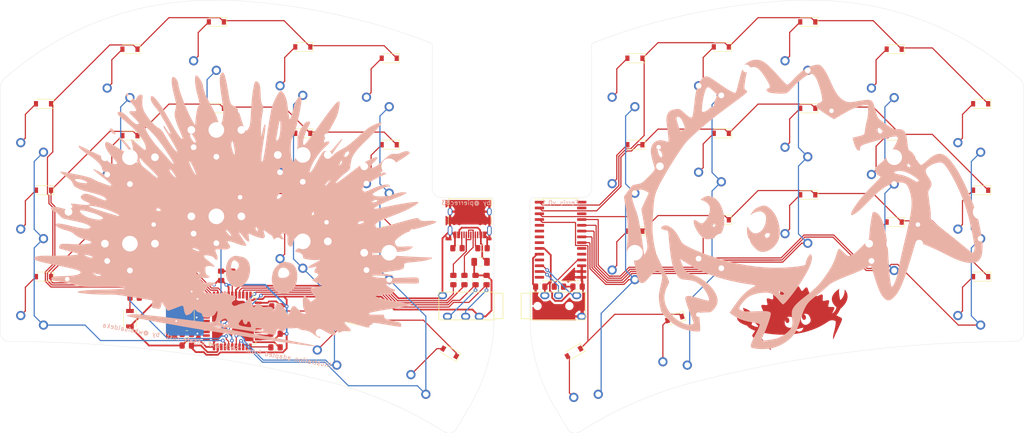
<source format=kicad_pcb>
(kicad_pcb (version 20171130) (host pcbnew 5.1.6)
  (layers (0 F.Cu signal) (31 B.Cu signal) (34 B.Paste user) (35 F.Paste user) (36 B.SilkS user) (37 F.SilkS user) (38 B.Mask user) (39 F.Mask user) (44 Edge.Cuts user))
  (net 0 "")
  (net 1 +5V)
  (net 2 "Net-(C1-Pad1)")
  (net 3 VCC)
  (net 4 "Net-(C8-Pad1)")
  (net 5 /col4)
  (net 6 "Net-(J1-PadA5)")
  (net 7 "Net-(J1-PadA7)")
  (net 8 "Net-(J1-PadA6)")
  (net 9 "Net-(J1-PadB5)")
  (net 10 "Net-(Jack0-PadR1)")
  (net 11 "Net-(Jack0-PadT)")
  (net 12 "Net-(Jack1-PadR1)")
  (net 13 "Net-(Jack1-PadT)")
  (net 14 /col0)
  (net 15 /col8)
  (net 16 /col5)
  (net 17 /col2)
  (net 18 /col1)
  (net 19 /col3)
  (net 20 /col6)
  (net 21 /col7)
  (net 22 "Net-(R1-Pad1)")
  (net 23 "Net-(R2-Pad2)")
  (net 24 /col9)
  (net 25 /row0,0)
  (net 26 /row1,0)
  (net 27 /row1,1)
  (net 28 /row0,1)
  (net 29 /row0,2)
  (net 30 /row0,3)
  (net 31 /row1,3)
  (net 32 /row1,2)
  (net 33 VDD)
  (net 34 VSS)
  (net 35 "Net-(D0_0-Pad2)")
  (net 36 "Net-(D0_1-Pad2)")
  (net 37 "Net-(D0_2-Pad2)")
  (net 38 "Net-(D0_3-Pad2)")
  (net 39 "Net-(D0_5-Pad2)")
  (net 40 "Net-(D0_6-Pad2)")
  (net 41 "Net-(D0_7-Pad2)")
  (net 42 "Net-(D0_8-Pad2)")
  (net 43 "Net-(D0_9-Pad2)")
  (net 44 "Net-(D1_0-Pad2)")
  (net 45 "Net-(D1_1-Pad2)")
  (net 46 "Net-(D1_2-Pad2)")
  (net 47 "Net-(D1_3-Pad2)")
  (net 48 "Net-(D1_4-Pad2)")
  (net 49 "Net-(D1_5-Pad2)")
  (net 50 "Net-(D1_6-Pad2)")
  (net 51 "Net-(D1_7-Pad2)")
  (net 52 "Net-(D1_8-Pad2)")
  (net 53 "Net-(D1_9-Pad2)")
  (net 54 "Net-(D2_0-Pad2)")
  (net 55 "Net-(D2_1-Pad2)")
  (net 56 "Net-(D2_2-Pad2)")
  (net 57 "Net-(D2_3-Pad2)")
  (net 58 "Net-(D2_4-Pad2)")
  (net 59 "Net-(D2_5-Pad2)")
  (net 60 "Net-(D2_6-Pad2)")
  (net 61 "Net-(D2_7-Pad2)")
  (net 62 "Net-(D2_8-Pad2)")
  (net 63 "Net-(D2_9-Pad2)")
  (net 64 "Net-(D3_3-Pad2)")
  (net 65 "Net-(D3_4-Pad2)")
  (net 66 "Net-(D3_5-Pad2)")
  (net 67 "Net-(D3_6-Pad2)")
  (net 68 "Net-(D0_4-Pad2)")
  (net 69 "Net-(C2-Pad2)")
  (net 70 /D-)
  (net 71 /D+)
  (net 72 "Net-(R9-Pad1)")
  (net 73 GND)
  (module ferris:unsafe_rust (layer B.Cu) (at 67.89 61.31 170)
    (fp_text reference G*** hide)
    (fp_text value LOGO hide)
  )
  (module ferris:safe_rust (layer B.Cu) (at 186.43 52.99 190)
    (fp_text reference G*** hide)
    (fp_text value LOGO hide)
  )
  (module Connector_USB:USB_C_Receptacle_HRO_TYPE-C-31-M-12 (layer F.Cu) (at 116.695 61.015 180)
    (fp_text reference J1 hide)
    (fp_text value "USB C" hide)
    (pad B1 smd rect (at 3.25 -4.045 180) (size 0.6 1.45) (layers F.Cu F.Paste F.Mask) (net 73 GND))
    (pad A9 smd rect (at 2.45 -4.045 180) (size 0.6 1.45) (layers F.Cu F.Paste F.Mask) (net 3 VCC))
    (pad B9 smd rect (at -2.45 -4.045 180) (size 0.6 1.45) (layers F.Cu F.Paste F.Mask) (net 3 VCC))
    (pad B12 smd rect (at -3.25 -4.045 180) (size 0.6 1.45) (layers F.Cu F.Paste F.Mask) (net 73 GND))
    (pad A1 smd rect (at -3.25 -4.045 180) (size 0.6 1.45) (layers F.Cu F.Paste F.Mask) (net 73 GND))
    (pad A4 smd rect (at -2.45 -4.045 180) (size 0.6 1.45) (layers F.Cu F.Paste F.Mask) (net 3 VCC))
    (pad B4 smd rect (at 2.45 -4.045 180) (size 0.6 1.45) (layers F.Cu F.Paste F.Mask) (net 3 VCC))
    (pad A12 smd rect (at 3.25 -4.045 180) (size 0.6 1.45) (layers F.Cu F.Paste F.Mask) (net 73 GND))
    (pad B8 smd rect (at -1.75 -4.045 180) (size 0.3 1.45) (layers F.Cu F.Paste F.Mask))
    (pad A5 smd rect (at -1.25 -4.045 180) (size 0.3 1.45) (layers F.Cu F.Paste F.Mask) (net 6 "Net-(J1-PadA5)"))
    (pad B7 smd rect (at -0.75 -4.045 180) (size 0.3 1.45) (layers F.Cu F.Paste F.Mask) (net 7 "Net-(J1-PadA7)"))
    (pad A7 smd rect (at 0.25 -4.045 180) (size 0.3 1.45) (layers F.Cu F.Paste F.Mask) (net 7 "Net-(J1-PadA7)"))
    (pad B6 smd rect (at 0.75 -4.045 180) (size 0.3 1.45) (layers F.Cu F.Paste F.Mask) (net 8 "Net-(J1-PadA6)"))
    (pad A8 smd rect (at 1.25 -4.045 180) (size 0.3 1.45) (layers F.Cu F.Paste F.Mask))
    (pad B5 smd rect (at 1.75 -4.045 180) (size 0.3 1.45) (layers F.Cu F.Paste F.Mask) (net 9 "Net-(J1-PadB5)"))
    (pad A6 smd rect (at -0.25 -4.045 180) (size 0.3 1.45) (layers F.Cu F.Paste F.Mask) (net 8 "Net-(J1-PadA6)"))
    (pad S1 thru_hole oval (at 4.32 -3.13 180) (size 1 2.1) (drill oval 0.6 1.7) (layers *.Cu *.Mask) (net 73 GND))
    (pad S1 thru_hole oval (at -4.32 -3.13 180) (size 1 2.1) (drill oval 0.6 1.7) (layers *.Cu *.Mask) (net 73 GND))
    (pad "" np_thru_hole circle (at -2.89 -2.6 180) (size 0.65 0.65) (drill 0.65) (layers *.Cu *.Mask))
    (pad S1 thru_hole oval (at -4.32 1.05 180) (size 1 1.6) (drill oval 0.6 1.2) (layers *.Cu *.Mask) (net 73 GND))
    (pad "" np_thru_hole circle (at 2.89 -2.6 180) (size 0.65 0.65) (drill 0.65) (layers *.Cu *.Mask))
    (pad S1 thru_hole oval (at 4.32 1.05 180) (size 1 1.6) (drill oval 0.6 1.2) (layers *.Cu *.Mask) (net 73 GND))
  )
  (module Fuse:Fuse_1206_3216Metric (layer F.Cu) (at 119.08 71)
    (fp_text reference F1 hide)
    (fp_text value 500mA hide)
    (pad 2 smd roundrect (at 1.4 0) (size 1.25 1.75) (layers F.Cu F.Paste F.Mask) (roundrect_rratio 0.2) (net 3 VCC))
    (pad 1 smd roundrect (at -1.4 0) (size 1.25 1.75) (layers F.Cu F.Paste F.Mask) (roundrect_rratio 0.2) (net 1 +5V))
  )
  (module ferris:SW_PG1350 (layer F.Cu) (at 172 66.5)
    (fp_text reference K2_6 hide)
    (fp_text value KEYSW hide)
    (pad "" np_thru_hole circle (at -5.5 0) (size 1.7018 1.7018) (drill 1.7018) (layers *.Cu *.Mask))
    (pad "" np_thru_hole circle (at 5.5 0) (size 1.7018 1.7018) (drill 1.7018) (layers *.Cu *.Mask))
    (pad "" np_thru_hole circle (at 5.22 -4.2) (size 0.9906 0.9906) (drill 0.9906) (layers *.Cu *.Mask))
    (pad 1 thru_hole circle (at 0 5.9) (size 2.032 2.032) (drill 1.27) (layers *.Cu *.Mask) (net 20 /col6))
    (pad 2 thru_hole circle (at -5 3.8) (size 2.032 2.032) (drill 1.27) (layers *.Cu *.Mask) (net 60 "Net-(D2_6-Pad2)"))
    (pad "" np_thru_hole circle (at 0 0) (size 3.429 3.429) (drill 3.429) (layers *.Cu *.Mask))
  )
  (module ferris:SW_PG1350 (layer F.Cu) (at 42 67)
    (fp_text reference K2_1 hide)
    (fp_text value KEYSW hide)
    (pad "" np_thru_hole circle (at -5.5 0) (size 1.7018 1.7018) (drill 1.7018) (layers *.Cu *.Mask))
    (pad "" np_thru_hole circle (at 5.5 0) (size 1.7018 1.7018) (drill 1.7018) (layers *.Cu *.Mask))
    (pad "" np_thru_hole circle (at 5.22 -4.2) (size 0.9906 0.9906) (drill 0.9906) (layers *.Cu *.Mask))
    (pad 1 thru_hole circle (at 0 5.9) (size 2.032 2.032) (drill 1.27) (layers *.Cu *.Mask) (net 18 /col1))
    (pad 2 thru_hole circle (at -5 3.8) (size 2.032 2.032) (drill 1.27) (layers *.Cu *.Mask) (net 55 "Net-(D2_1-Pad2)"))
    (pad "" np_thru_hole circle (at 0 0) (size 3.429 3.429) (drill 3.429) (layers *.Cu *.Mask))
  )
  (module ferris:SW_PG1350 (layer F.Cu) (at 23 79)
    (fp_text reference K2_0 hide)
    (fp_text value KEYSW hide)
    (pad "" np_thru_hole circle (at -5.5 0) (size 1.7018 1.7018) (drill 1.7018) (layers *.Cu *.Mask))
    (pad "" np_thru_hole circle (at 5.5 0) (size 1.7018 1.7018) (drill 1.7018) (layers *.Cu *.Mask))
    (pad "" np_thru_hole circle (at 5.22 -4.2) (size 0.9906 0.9906) (drill 0.9906) (layers *.Cu *.Mask))
    (pad 1 thru_hole circle (at 0 5.9) (size 2.032 2.032) (drill 1.27) (layers *.Cu *.Mask) (net 14 /col0))
    (pad 2 thru_hole circle (at -5 3.8) (size 2.032 2.032) (drill 1.27) (layers *.Cu *.Mask) (net 54 "Net-(D2_0-Pad2)"))
    (pad "" np_thru_hole circle (at 0 0) (size 3.429 3.429) (drill 3.429) (layers *.Cu *.Mask))
  )
  (module Resistor_SMD:R_0805_2012Metric_Pad1.15x1.40mm_HandSolder (layer F.Cu) (at 136.3 76.45)
    (fp_text reference R9 hide)
    (fp_text value 10kΩ hide)
    (pad 2 smd roundrect (at 1.025 0) (size 1.15 1.4) (layers F.Cu F.Paste F.Mask) (roundrect_rratio 0.217391) (net 33 VDD))
    (pad 1 smd roundrect (at -1.025 0) (size 1.15 1.4) (layers F.Cu F.Paste F.Mask) (roundrect_rratio 0.217391) (net 72 "Net-(R9-Pad1)"))
  )
  (module Capacitor_SMD:C_0805_2012Metric_Pad1.15x1.40mm_HandSolder (layer F.Cu) (at 132.2 76.45)
    (fp_text reference C10 hide)
    (fp_text value 0.1uF hide)
    (pad 2 smd roundrect (at 1.025 0) (size 1.15 1.4) (layers F.Cu F.Paste F.Mask) (roundrect_rratio 0.217391) (net 33 VDD))
    (pad 1 smd roundrect (at -1.025 0) (size 1.15 1.4) (layers F.Cu F.Paste F.Mask) (roundrect_rratio 0.217391) (net 34 VSS))
  )
  (module ferris:pad (layer F.Cu) (at 188 83 10)
    (fp_text reference G*** hide)
    (fp_text value LOGO hide)
    (fp_poly (pts (xy 0.20217 -6.55362) (xy 0.250122 -6.541287) (xy 0.29307 -6.518417) (xy 0.329501 -6.489324) (xy 0.337191 -6.482017) (xy 0.345211 -6.473391) (xy 0.354212 -6.462404) (xy 0.364843 -6.448013) (xy 0.377754 -6.429174) (xy 0.393596 -6.404845) (xy 0.413019 -6.373984) (xy 0.436674 -6.335548) (xy 0.46521 -6.288494) (xy 0.499278 -6.23178) (xy 0.539527 -6.164362) (xy 0.586609 -6.085199) (xy 0.641173 -5.993247) (xy 0.685658 -5.9182) (xy 0.739084 -5.828124) (xy 0.784022 -5.75254) (xy 0.820542 -5.691327) (xy 0.848718 -5.644365) (xy 0.868619 -5.611537) (xy 0.880318 -5.592721) (xy 0.883853 -5.58766) (xy 0.89667 -5.58522) (xy 0.921604 -5.582189) (xy 0.954875 -5.578869) (xy 0.992705 -5.575558) (xy 1.031313 -5.572557) (xy 1.066921 -5.570165) (xy 1.09575 -5.568683) (xy 1.114019 -5.56841) (xy 1.118463 -5.569044) (xy 1.125907 -5.577351) (xy 1.142384 -5.595855) (xy 1.165693 -5.62208) (xy 1.193634 -5.653552) (xy 1.203459 -5.664625) (xy 1.29769 -5.770794) (xy 1.381433 -5.865001) (xy 1.455389 -5.947998) (xy 1.52026 -6.020532) (xy 1.576746 -6.083353) (xy 1.625549 -6.137211) (xy 1.667371 -6.182854) (xy 1.702911 -6.221032) (xy 1.732872 -6.252495) (xy 1.757954 -6.277991) (xy 1.778859 -6.298269) (xy 1.796288 -6.31408) (xy 1.810942 -6.326172) (xy 1.823522 -6.335295) (xy 1.83473 -6.342198) (xy 1.840346 -6.345209) (xy 1.90113 -6.367302) (xy 1.964391 -6.37416) (xy 2.02721 -6.366508) (xy 2.086663 -6.345074) (xy 2.139831 -6.310587) (xy 2.183792 -6.263771) (xy 2.187301 -6.258829) (xy 2.192839 -6.250621) (xy 2.198201 -6.241893) (xy 2.203837 -6.231459) (xy 2.210197 -6.218132) (xy 2.217732 -6.200726) (xy 2.226892 -6.178053) (xy 2.238126 -6.148926) (xy 2.251885 -6.112159) (xy 2.268619 -6.066565) (xy 2.288779 -6.010956) (xy 2.312813 -5.944147) (xy 2.341174 -5.864949) (xy 2.37431 -5.772177) (xy 2.412672 -5.664643) (xy 2.41283 -5.6642) (xy 2.440461 -5.587088) (xy 2.466631 -5.514747) (xy 2.49075 -5.448765) (xy 2.512223 -5.390731) (xy 2.530459 -5.342233) (xy 2.544866 -5.304859) (xy 2.554851 -5.280199) (xy 2.559822 -5.26984) (xy 2.559927 -5.269727) (xy 2.571008 -5.26411) (xy 2.594429 -5.25499) (xy 2.626286 -5.24365) (xy 2.662676 -5.231373) (xy 2.699696 -5.219444) (xy 2.733442 -5.209144) (xy 2.760012 -5.20176) (xy 2.775503 -5.198572) (xy 2.776424 -5.198533) (xy 2.784825 -5.203496) (xy 2.805495 -5.217786) (xy 2.837208 -5.2405) (xy 2.878735 -5.270737) (xy 2.92885 -5.307596) (xy 2.986327 -5.350174) (xy 3.049939 -5.397569) (xy 3.118458 -5.448882) (xy 3.177655 -5.493405) (xy 3.271641 -5.563946) (xy 3.355257 -5.62611) (xy 3.428058 -5.679579) (xy 3.489602 -5.724035) (xy 3.539444 -5.75916) (xy 3.577141 -5.784635) (xy 3.60225 -5.800142) (xy 3.611158 -5.804555) (xy 3.668208 -5.818572) (xy 3.729736 -5.820134) (xy 3.789288 -5.809433) (xy 3.818853 -5.798394) (xy 3.87385 -5.767021) (xy 3.916447 -5.727946) (xy 3.950717 -5.677374) (xy 3.952677 -5.673741) (xy 3.958448 -5.662381) (xy 3.963732 -5.650271) (xy 3.968794 -5.636013) (xy 3.973902 -5.61821) (xy 3.979323 -5.595461) (xy 3.985323 -5.566368) (xy 3.992169 -5.529533) (xy 4.000128 -5.483557) (xy 4.009467 -5.427041) (xy 4.020451 -5.358586) (xy 4.033349 -5.276794) (xy 4.048427 -5.180266) (xy 4.055676 -5.133693) (xy 4.069615 -5.044224) (xy 4.082872 -4.959408) (xy 4.095202 -4.880786) (xy 4.106363 -4.809894) (xy 4.116111 -4.748272) (xy 4.124203 -4.697457) (xy 4.130396 -4.658989) (xy 4.134447 -4.634405) (xy 4.136025 -4.625568) (xy 4.143693 -4.613949) (xy 4.16308 -4.598193) (xy 4.195459 -4.577399) (xy 4.240624 -4.551485) (xy 4.277812 -4.531083) (xy 4.30963 -4.514038) (xy 4.333197 -4.501863) (xy 4.345627 -4.496072) (xy 4.346676 -4.4958) (xy 4.355146 -4.499336) (xy 4.377525 -4.509515) (xy 4.412439 -4.525692) (xy 4.458513 -4.547221) (xy 4.514373 -4.573457) (xy 4.578643 -4.603753) (xy 4.649948 -4.637466) (xy 4.726914 -4.673948) (xy 4.790233 -4.704027) (xy 4.902335 -4.757085) (xy 4.999543 -4.80257) (xy 5.082062 -4.840573) (xy 5.150097 -4.871187) (xy 5.203853 -4.894502) (xy 5.243536 -4.910611) (xy 5.26935 -4.919605) (xy 5.276208 -4.921302) (xy 5.337977 -4.924706) (xy 5.398677 -4.912856) (xy 5.455639 -4.887354) (xy 5.506194 -4.849804) (xy 5.547672 -4.801807) (xy 5.577405 -4.744968) (xy 5.579529 -4.739145) (xy 5.584419 -4.72337) (xy 5.588441 -4.705444) (xy 5.591606 -4.684005) (xy 5.593922 -4.657693) (xy 5.595399 -4.625144) (xy 5.596046 -4.584996) (xy 5.595874 -4.535889) (xy 5.59489 -4.47646) (xy 5.593105 -4.405346) (xy 5.590528 -4.321187) (xy 5.587167 -4.222619) (xy 5.58374 -4.1275) (xy 5.580963 -4.049845) (xy 5.578395 -3.974479) (xy 5.576109 -3.903777) (xy 5.574176 -3.840111) (xy 5.572668 -3.785856) (xy 5.571656 -3.743387) (xy 5.571212 -3.715076) (xy 5.571199 -3.711959) (xy 5.571066 -3.635085) (xy 5.65743 -3.561675) (xy 5.690039 -3.534552) (xy 5.718541 -3.511953) (xy 5.740247 -3.495929) (xy 5.75247 -3.488532) (xy 5.75362 -3.488266) (xy 5.763472 -3.490261) (xy 5.788217 -3.495996) (xy 5.826321 -3.505097) (xy 5.876253 -3.51719) (xy 5.936479 -3.531902) (xy 6.005466 -3.548859) (xy 6.08168 -3.567686) (xy 6.16359 -3.58801) (xy 6.211239 -3.599872) (xy 6.310813 -3.624626) (xy 6.395474 -3.645504) (xy 6.466711 -3.662827) (xy 6.526017 -3.676918) (xy 6.574881 -3.688097) (xy 6.614796 -3.696688) (xy 6.647251 -3.703011) (xy 6.673738 -3.707388) (xy 6.695747 -3.710141) (xy 6.71477 -3.711593) (xy 6.731 -3.712055) (xy 6.769792 -3.71156) (xy 6.798165 -3.708507) (xy 6.822579 -3.70166) (xy 6.849494 -3.689782) (xy 6.850892 -3.689097) (xy 6.905609 -3.653097) (xy 6.950495 -3.60484) (xy 6.983844 -3.546925) (xy 7.003948 -3.481953) (xy 7.008379 -3.449184) (xy 7.008954 -3.436287) (xy 7.008532 -3.421263) (xy 7.006847 -3.402765) (xy 7.003637 -3.379443) (xy 6.998636 -3.349949) (xy 6.991582 -3.312935) (xy 6.98221 -3.267051) (xy 6.970256 -3.210948) (xy 6.955456 -3.143278) (xy 6.937547 -3.062693) (xy 6.916263 -2.967843) (xy 6.900327 -2.897161) (xy 6.78793 -2.399276) (xy 6.862614 -2.304371) (xy 6.937298 -2.209465) (xy 7.022532 -2.214179) (xy 7.058939 -2.216003) (xy 7.108239 -2.21819) (xy 7.168136 -2.220661) (xy 7.236329 -2.223336) (xy 7.310522 -2.226135) (xy 7.388414 -2.228977) (xy 7.467709 -2.231782) (xy 7.546107 -2.234471) (xy 7.621309 -2.236963) (xy 7.691019 -2.239178) (xy 7.752936 -2.241036) (xy 7.804763 -2.242456) (xy 7.844201 -2.24336) (xy 7.868467 -2.243666) (xy 7.920701 -2.241443) (xy 7.962707 -2.234175) (xy 7.987111 -2.22645) (xy 8.043507 -2.196708) (xy 8.091195 -2.154398) (xy 8.128722 -2.102257) (xy 8.154636 -2.043017) (xy 8.167483 -1.979413) (xy 8.16581 -1.914179) (xy 8.162597 -1.896252) (xy 8.15611 -1.874099) (xy 8.143935 -1.839851) (xy 8.127359 -1.796842) (xy 8.107667 -1.748408) (xy 8.086196 -1.698004) (xy 8.066989 -1.653971) (xy 8.042307 -1.597395) (xy 8.01345 -1.53125) (xy 7.981714 -1.458513) (xy 7.948399 -1.38216) (xy 7.914803 -1.305165) (xy 7.886719 -1.240804) (xy 7.753903 -0.936443) (xy 7.8067 -0.834404) (xy 7.826446 -0.796527) (xy 7.843619 -0.764118) (xy 7.856633 -0.740134) (xy 7.863901 -0.727528) (xy 7.864631 -0.726504) (xy 7.873696 -0.724049) (xy 7.897964 -0.719068) (xy 7.935936 -0.711829) (xy 7.986114 -0.702602) (xy 8.047 -0.691659) (xy 8.117095 -0.679267) (xy 8.194901 -0.665698) (xy 8.27892 -0.651221) (xy 8.348133 -0.639417) (xy 8.456079 -0.621055) (xy 8.548682 -0.605135) (xy 8.627298 -0.591287) (xy 8.69328 -0.579137) (xy 8.747985 -0.568313) (xy 8.792766 -0.558444) (xy 8.82898 -0.549155) (xy 8.85798 -0.540076) (xy 8.881121 -0.530834) (xy 8.899759 -0.521057) (xy 8.915249 -0.510371) (xy 8.928944 -0.498406) (xy 8.942201 -0.484788) (xy 8.952643 -0.473297) (xy 8.992768 -0.416536) (xy 9.017455 -0.352958) (xy 9.026429 -0.283288) (xy 9.02646 -0.279682) (xy 9.026242 -0.250966) (xy 9.024758 -0.225962) (xy 9.021061 -0.202693) (xy 9.014203 -0.179185) (xy 9.003236 -0.153461) (xy 8.987212 -0.123546) (xy 8.965183 -0.087465) (xy 8.936201 -0.043241) (xy 8.899319 0.011101) (xy 8.858453 0.070485) (xy 8.816431 0.131399) (xy 8.768197 0.201327) (xy 8.717148 0.275343) (xy 8.666683 0.348519) (xy 8.6202 0.415928) (xy 8.603418 0.440267) (xy 8.567519 0.492277) (xy 8.533606 0.541304) (xy 8.503215 0.585135) (xy 8.477881 0.621558) (xy 8.459141 0.648362) (xy 8.448799 0.662964) (xy 8.43434 0.686023) (xy 8.430087 0.703626) (xy 8.432746 0.717998) (xy 8.439499 0.73937) (xy 8.448703 0.768517) (xy 8.45398 0.785236) (xy 8.467995 0.829638) (xy 8.570046 0.751476) (xy 8.655419 0.684306) (xy 8.747955 0.608333) (xy 8.844523 0.526327) (xy 8.94199 0.441053) (xy 9.037225 0.355282) (xy 9.127096 0.27178) (xy 9.208471 0.193316) (xy 9.259089 0.142473) (xy 9.336079 0.0635) (xy 9.434773 -0.157781) (xy 9.460141 -0.214921) (xy 9.483095 -0.267127) (xy 9.502763 -0.312374) (xy 9.518273 -0.348641) (xy 9.528755 -0.373904) (xy 9.533335 -0.38614) (xy 9.533466 -0.386836) (xy 9.527815 -0.396748) (xy 9.513411 -0.413354) (xy 9.50301 -0.423789) (xy 9.485415 -0.44217) (xy 9.460773 -0.469919) (xy 9.432509 -0.503098) (xy 9.407168 -0.533903) (xy 9.280184 -0.702149) (xy 9.167156 -0.874945) (xy 9.068585 -1.051241) (xy 8.984971 -1.229988) (xy 8.916816 -1.410134) (xy 8.864619 -1.590629) (xy 8.834501 -1.735666) (xy 8.826277 -1.797896) (xy 8.820321 -1.871967) (xy 8.816723 -1.95293) (xy 8.815572 -2.035835) (xy 8.816957 -2.11573) (xy 8.820967 -2.187665) (xy 8.825555 -2.231939) (xy 8.855178 -2.396375) (xy 8.900188 -2.556523) (xy 8.960697 -2.712514) (xy 9.036816 -2.864476) (xy 9.128659 -3.012541) (xy 9.236338 -3.156839) (xy 9.359965 -3.2975) (xy 9.499652 -3.434653) (xy 9.655512 -3.568429) (xy 9.827657 -3.698959) (xy 10.016199 -3.826372) (xy 10.221251 -3.950799) (xy 10.3886 -4.04366) (xy 10.435645 -4.068385) (xy 10.487426 -4.094876) (xy 10.541808 -4.122113) (xy 10.596657 -4.149079) (xy 10.649836 -4.174756) (xy 10.69921 -4.198124) (xy 10.742645 -4.218167) (xy 10.778004 -4.233865) (xy 10.803154 -4.244201) (xy 10.815958 -4.248156) (xy 10.817047 -4.247974) (xy 10.815442 -4.239265) (xy 10.807937 -4.220092) (xy 10.799288 -4.201207) (xy 10.782275 -4.160626) (xy 10.763557 -4.106799) (xy 10.74414 -4.043197) (xy 10.725032 -3.973289) (xy 10.707238 -3.900544) (xy 10.693235 -3.835785) (xy 10.673645 -3.732102) (xy 10.656211 -3.625531) (xy 10.640599 -3.513399) (xy 10.626475 -3.393035) (xy 10.613502 -3.261766) (xy 10.601348 -3.116919) (xy 10.598351 -3.077633) (xy 10.596461 -3.043838) (xy 10.594767 -2.996652) (xy 10.593272 -2.937787) (xy 10.591976 -2.868953) (xy 10.590883 -2.791863) (xy 10.589992 -2.708227) (xy 10.589306 -2.619757) (xy 10.588827 -2.528164) (xy 10.588556 -2.435159) (xy 10.588495 -2.342453) (xy 10.588646 -2.251758) (xy 10.589009 -2.164786) (xy 10.589588 -2.083247) (xy 10.590383 -2.008852) (xy 10.591397 -1.943314) (xy 10.59263 -1.888343) (xy 10.594085 -1.84565) (xy 10.595764 -1.816947) (xy 10.59711 -1.805913) (xy 10.6045 -1.770326) (xy 10.688155 -1.812589) (xy 10.804907 -1.878908) (xy 10.922778 -1.959954) (xy 11.039559 -2.053852) (xy 11.153039 -2.158726) (xy 11.261009 -2.272701) (xy 11.338026 -2.364259) (xy 11.460051 -2.530313) (xy 11.571122 -2.708765) (xy 11.671295 -2.899745) (xy 11.760626 -3.103383) (xy 11.839171 -3.31981) (xy 11.906988 -3.549156) (xy 11.964132 -3.791551) (xy 11.971788 -3.82905) (xy 11.977907 -3.855044) (xy 11.983816 -3.872707) (xy 11.987419 -3.877733) (xy 11.995864 -3.870469) (xy 12.011174 -3.849665) (xy 12.032394 -3.816799) (xy 12.05857 -3.77335) (xy 12.088748 -3.720799) (xy 12.089418 -3.719607) (xy 12.154215 -3.592085) (xy 12.212708 -3.452211) (xy 12.263611 -3.303802) (xy 12.305638 -3.150679) (xy 12.337505 -2.99666) (xy 12.342166 -2.968487) (xy 12.348917 -2.912527) (xy 12.353832 -2.843792) (xy 12.356933 -2.765924) (xy 12.358246 -2.682566) (xy 12.357795 -2.597363) (xy 12.355604 -2.513955) (xy 12.351697 -2.435988) (xy 12.346098 -2.367103) (xy 12.338833 -2.310944) (xy 12.337741 -2.304623) (xy 12.297496 -2.117732) (xy 12.244788 -1.938613) (xy 12.178684 -1.764969) (xy 12.098252 -1.594503) (xy 12.00256 -1.424919) (xy 11.941818 -1.329266) (xy 11.822281 -1.161006) (xy 11.686497 -0.993671) (xy 11.535149 -0.82788) (xy 11.368923 -0.664249) (xy 11.1885 -0.503397) (xy 10.994566 -0.345943) (xy 10.787803 -0.192504) (xy 10.568896 -0.043698) (xy 10.405533 0.059379) (xy 10.347865 0.095811) (xy 10.30546 0.125229) (xy 10.278208 0.147716) (xy 10.267465 0.160381) (xy 10.244979 0.195825) (xy 10.213242 0.242089) (xy 10.173887 0.297022) (xy 10.12855 0.358474) (xy 10.078864 0.424293) (xy 10.026463 0.49233) (xy 9.972982 0.560432) (xy 9.920055 0.626449) (xy 9.869315 0.688231) (xy 9.839302 0.7239) (xy 9.777436 0.795034) (xy 9.708921 0.871036) (xy 9.636053 0.949547) (xy 9.561124 1.028208) (xy 9.486428 1.10466) (xy 9.414259 1.176541) (xy 9.34691 1.241494) (xy 9.286675 1.297158) (xy 9.254998 1.325034) (xy 9.229039 1.347821) (xy 9.208756 1.366553) (xy 9.197055 1.378501) (xy 9.195329 1.381093) (xy 9.201884 1.386852) (xy 9.221012 1.401831) (xy 9.251635 1.425226) (xy 9.29268 1.456232) (xy 9.343072 1.494043) (xy 9.401735 1.537856) (xy 9.467595 1.586864) (xy 9.539576 1.640264) (xy 9.616604 1.69725) (xy 9.686094 1.748535) (xy 9.767424 1.808625) (xy 9.845218 1.866361) (xy 9.918326 1.920873) (xy 9.985597 1.971292) (xy 10.045881 2.016747) (xy 10.098027 2.056369) (xy 10.140886 2.089287) (xy 10.173308 2.114633) (xy 10.194141 2.131537) (xy 10.201693 2.138398) (xy 10.231121 2.183887) (xy 10.250979 2.240886) (xy 10.260929 2.30671) (xy 10.260632 2.378674) (xy 10.249749 2.454091) (xy 10.244361 2.477023) (xy 10.229705 2.522816) (xy 10.206975 2.579312) (xy 10.177731 2.643287) (xy 10.143535 2.71152) (xy 10.105948 2.780789) (xy 10.066532 2.847871) (xy 10.057946 2.861734) (xy 9.997681 2.956673) (xy 9.927246 3.065079) (xy 9.846677 3.186902) (xy 9.756006 3.322094) (xy 9.655266 3.470606) (xy 9.544492 3.632389) (xy 9.423717 3.807396) (xy 9.292975 3.995577) (xy 9.152299 4.196883) (xy 9.001723 4.411267) (xy 8.84128 4.63868) (xy 8.671005 4.879072) (xy 8.49093 5.132396) (xy 8.365337 5.308601) (xy 8.309265 5.387581) (xy 8.253746 5.466522) (xy 8.200006 5.543633) (xy 8.14927 5.617124) (xy 8.102765 5.685203) (xy 8.061715 5.74608) (xy 8.027347 5.797965) (xy 8.000886 5.839066) (xy 7.988638 5.858934) (xy 7.932429 5.95188) (xy 7.87825 6.039817) (xy 7.826967 6.121419) (xy 7.779448 6.195358) (xy 7.736562 6.260306) (xy 7.699176 6.314936) (xy 7.668158 6.357919) (xy 7.644377 6.387929) (xy 7.638554 6.39445) (xy 7.617815 6.412753) (xy 7.603238 6.41566) (xy 7.59364 6.403032) (xy 7.589931 6.388759) (xy 7.58778 6.357964) (xy 7.589713 6.313321) (xy 7.595338 6.257316) (xy 7.604265 6.192432) (xy 7.616101 6.121154) (xy 7.630456 6.045966) (xy 7.646938 5.969352) (xy 7.665156 5.893796) (xy 7.672046 5.8674) (xy 7.72325 5.689454) (xy 7.781815 5.512727) (xy 7.848849 5.334348) (xy 7.925463 5.151444) (xy 8.012765 4.961144) (xy 8.057803 4.868334) (xy 8.120497 4.737887) (xy 8.183686 4.600069) (xy 8.246809 4.456439) (xy 8.309303 4.308552) (xy 8.370608 4.157966) (xy 8.430161 4.006238) (xy 8.4874 3.854926) (xy 8.541764 3.705586) (xy 8.592691 3.559774) (xy 8.639619 3.41905) (xy 8.681986 3.284969) (xy 8.71923 3.159088) (xy 8.75079 3.042965) (xy 8.776104 2.938157) (xy 8.79461 2.846221) (xy 8.800511 2.809847) (xy 8.808466 2.749781) (xy 8.81234 2.702881) (xy 8.812152 2.665884) (xy 8.80792 2.635528) (xy 8.801672 2.613928) (xy 8.794988 2.598055) (xy 8.785784 2.583735) (xy 8.771772 2.56891) (xy 8.750667 2.551521) (xy 8.72018 2.529506) (xy 8.678024 2.500805) (xy 8.670396 2.495691) (xy 8.638894 2.474425) (xy 8.612052 2.455985) (xy 8.593416 2.442824) (xy 8.587316 2.438208) (xy 8.578256 2.432631) (xy 8.576733 2.433552) (xy 8.569684 2.431897) (xy 8.550644 2.424047) (xy 8.522777 2.411367) (xy 8.498774 2.399894) (xy 8.431181 2.370132) (xy 8.352758 2.340745) (xy 8.26953 2.31373) (xy 8.187522 2.29108) (xy 8.132233 2.278519) (xy 8.06019 2.265717) (xy 7.986044 2.255712) (xy 7.912679 2.248642) (xy 7.842977 2.244643) (xy 7.779823 2.243855) (xy 7.726099 2.246414) (xy 7.68469 2.252459) (xy 7.670543 2.256458) (xy 7.648011 2.263258) (xy 7.632909 2.26568) (xy 7.630041 2.264998) (xy 7.620771 2.265432) (xy 7.616545 2.268098) (xy 7.604653 2.272955) (xy 7.579453 2.280404) (xy 7.544227 2.289647) (xy 7.502256 2.299885) (xy 7.456823 2.310318) (xy 7.411209 2.320149) (xy 7.368697 2.328578) (xy 7.366 2.329081) (xy 7.331584 2.336982) (xy 7.299068 2.346946) (xy 7.280265 2.354613) (xy 7.259843 2.363048) (xy 7.246226 2.36545) (xy 7.244281 2.36466) (xy 7.239306 2.365598) (xy 7.239 2.368269) (xy 7.232049 2.37789) (xy 7.224183 2.381629) (xy 7.211837 2.386552) (xy 7.18702 2.397356) (xy 7.152601 2.412762) (xy 7.111452 2.431486) (xy 7.078133 2.446829) (xy 7.019005 2.473733) (xy 6.951237 2.503779) (xy 6.87646 2.536304) (xy 6.796308 2.570641) (xy 6.712412 2.606124) (xy 6.626405 2.642089) (xy 6.539921 2.67787) (xy 6.454591 2.712801) (xy 6.372048 2.746218) (xy 6.293926 2.777454) (xy 6.221855 2.805845) (xy 6.15747 2.830725) (xy 6.102402 2.851429) (xy 6.058284 2.867291) (xy 6.02675 2.877646) (xy 6.011494 2.881549) (xy 5.993784 2.887314) (xy 5.981404 2.893221) (xy 5.967203 2.899232) (xy 5.938749 2.909746) (xy 5.897929 2.924143) (xy 5.846629 2.9418) (xy 5.786735 2.962096) (xy 5.720135 2.984409) (xy 5.648713 3.008118) (xy 5.574357 3.0326) (xy 5.498953 3.057234) (xy 5.424387 3.081398) (xy 5.352546 3.104471) (xy 5.285316 3.125831) (xy 5.224584 3.144856) (xy 5.172235 3.160925) (xy 5.139266 3.170764) (xy 5.08223 3.187311) (xy 5.019296 3.20527) (xy 4.95267 3.22404) (xy 4.884557 3.24302) (xy 4.817162 3.261606) (xy 4.752689 3.2792) (xy 4.693345 3.295197) (xy 4.641334 3.308998) (xy 4.598861 3.320001) (xy 4.56813 3.327604) (xy 4.551348 3.331205) (xy 4.550833 3.331281) (xy 4.529952 3.335896) (xy 4.5212 3.338867) (xy 4.50374 3.344415) (xy 4.471582 3.352957) (xy 4.426612 3.364075) (xy 4.370718 3.37735) (xy 4.305787 3.392365) (xy 4.233707 3.408701) (xy 4.156364 3.425939) (xy 4.075646 3.443663) (xy 3.99344 3.461453) (xy 3.911633 3.478891) (xy 3.832113 3.495559) (xy 3.756767 3.511039) (xy 3.687482 3.524912) (xy 3.640666 3.534005) (xy 3.5407 3.552752) (xy 3.43777 3.571417) (xy 3.334727 3.589521) (xy 3.234423 3.606586) (xy 3.139709 3.622134) (xy 3.053438 3.635687) (xy 2.978462 3.646767) (xy 2.925233 3.653947) (xy 2.894457 3.657926) (xy 2.866294 3.661711) (xy 2.857499 3.662944) (xy 2.770022 3.675099) (xy 2.673477 3.687799) (xy 2.57066 3.700725) (xy 2.46437 3.713561) (xy 2.357404 3.72599) (xy 2.252559 3.737694) (xy 2.152633 3.748357) (xy 2.060423 3.75766) (xy 1.978727 3.765287) (xy 1.910341 3.77092) (xy 1.896533 3.771919) (xy 1.860552 3.774562) (xy 1.814646 3.778117) (xy 1.76576 3.78204) (xy 1.735666 3.784529) (xy 1.563861 3.797338) (xy 1.378088 3.808236) (xy 1.18121 3.817192) (xy 0.976086 3.824177) (xy 0.765578 3.829159) (xy 0.552547 3.832107) (xy 0.339855 3.832993) (xy 0.130363 3.831784) (xy -0.073069 3.828452) (xy -0.267579 3.822964) (xy -0.450305 3.815291) (xy -0.563034 3.809016) (xy -0.612177 3.806097) (xy -0.656702 3.803675) (xy -0.693305 3.801915) (xy -0.718682 3.800977) (xy -0.728124 3.800902) (xy -0.743207 3.800516) (xy -0.772651 3.798951) (xy -0.81394 3.796392) (xy -0.864557 3.793023) (xy -0.921986 3.789028) (xy -0.983709 3.784591) (xy -1.047209 3.779896) (xy -1.109971 3.775126) (xy -1.169476 3.770467) (xy -1.223208 3.766101) (xy -1.268651 3.762213) (xy -1.303288 3.758987) (xy -1.3081 3.758499) (xy -1.345319 3.754739) (xy -1.376979 3.751685) (xy -1.398777 3.749744) (xy -1.405467 3.749278) (xy -1.421097 3.748141) (xy -1.450725 3.745512) (xy -1.491509 3.741675) (xy -1.540609 3.736914) (xy -1.595183 3.731513) (xy -1.652388 3.725756) (xy -1.709383 3.719927) (xy -1.763327 3.71431) (xy -1.811379 3.709188) (xy -1.850695 3.704847) (xy -1.854744 3.704385) (xy -2.443003 3.628791) (xy -3.031229 3.536569) (xy -3.619672 3.427669) (xy -4.208584 3.302041) (xy -4.798214 3.159635) (xy -5.388813 3.000399) (xy -5.473701 2.976153) (xy -5.534361 2.958507) (xy -5.602174 2.938437) (xy -5.675084 2.916582) (xy -5.751039 2.893577) (xy -5.756981 2.891761) (xy -0.13445 2.891761) (xy -0.132749 2.900736) (xy -0.124513 2.921223) (xy -0.11139 2.949907) (xy -0.095026 2.983475) (xy -0.07707 3.018611) (xy -0.059168 3.052002) (xy -0.042967 3.080334) (xy -0.032502 3.096889) (xy 0.018014 3.161037) (xy 0.081471 3.225969) (xy 0.154271 3.288829) (xy 0.232819 3.346761) (xy 0.313518 3.39691) (xy 0.39277 3.436419) (xy 0.397815 3.438563) (xy 0.496563 3.471468) (xy 0.600521 3.490244) (xy 0.706154 3.494678) (xy 0.809929 3.484561) (xy 0.883523 3.467559) (xy 0.989603 3.429122) (xy 1.089121 3.377743) (xy 1.184032 3.3122) (xy 1.276292 3.231272) (xy 1.300713 3.206919) (xy 1.355806 3.148117) (xy 1.40028 3.094365) (xy 1.437422 3.041055) (xy 1.470519 2.983574) (xy 1.494766 2.934739) (xy 1.511006 2.898796) (xy 1.527019 2.860805) (xy 1.541539 2.824107) (xy 1.553302 2.79204) (xy 1.561044 2.767944) (xy 1.563501 2.755158) (xy 1.563145 2.754124) (xy 1.554544 2.754414) (xy 1.530446 2.755995) (xy 1.492229 2.758756) (xy 1.441269 2.762585) (xy 1.378945 2.76737) (xy 1.306633 2.772999) (xy 1.225713 2.779361) (xy 1.137561 2.786343) (xy 1.043555 2.793835) (xy 0.945073 2.801725) (xy 0.843493 2.8099) (xy 0.740191 2.81825) (xy 0.636547 2.826662) (xy 0.533936 2.835025) (xy 0.433738 2.843227) (xy 0.33733 2.851156) (xy 0.246088 2.858701) (xy 0.161392 2.86575) (xy 0.084619 2.872191) (xy 0.017146 2.877913) (xy -0.039649 2.882804) (xy -0.084388 2.886752) (xy -0.115694 2.889645) (xy -0.132189 2.891372) (xy -0.13445 2.891761) (xy -5.756981 2.891761) (xy -5.827984 2.870061) (xy -5.903864 2.84667) (xy -5.976625 2.824041) (xy -6.044214 2.802811) (xy -6.104577 2.783617) (xy -6.155658 2.767097) (xy -6.195405 2.753887) (xy -6.221762 2.744624) (xy -6.227881 2.742255) (xy -6.249974 2.734121) (xy -6.266296 2.729436) (xy -6.284001 2.724515) (xy -6.304396 2.717435) (xy -6.322039 2.710956) (xy -6.330725 2.708208) (xy -6.330772 2.708207) (xy -6.33977 2.705639) (xy -6.361306 2.698619) (xy -6.391951 2.688328) (xy -6.428273 2.675948) (xy -6.466843 2.662659) (xy -6.50423 2.649644) (xy -6.537005 2.638083) (xy -6.561736 2.629158) (xy -6.574367 2.62432) (xy -6.595212 2.616154) (xy -6.609872 2.61149) (xy -6.609946 2.611475) (xy -6.623656 2.607348) (xy -6.650367 2.598251) (xy -6.687529 2.585125) (xy -6.732591 2.568914) (xy -6.783001 2.55056) (xy -6.83621 2.531007) (xy -6.889666 2.511196) (xy -6.940817 2.492071) (xy -6.987114 2.474574) (xy -7.026006 2.459649) (xy -7.05494 2.448238) (xy -7.071368 2.441283) (xy -7.073668 2.440091) (xy -7.089613 2.433636) (xy -7.091843 2.4332) (xy -7.104896 2.429287) (xy -7.129898 2.420201) (xy -7.163936 2.407131) (xy -7.204095 2.391267) (xy -7.24746 2.373796) (xy -7.291118 2.35591) (xy -7.332153 2.338797) (xy -7.367651 2.323646) (xy -7.394697 2.311646) (xy -7.410379 2.303987) (xy -7.413067 2.302125) (xy -7.421843 2.29696) (xy -7.423736 2.29761) (xy -7.433213 2.295671) (xy -7.455058 2.287941) (xy -7.486204 2.275594) (xy -7.523584 2.259804) (xy -7.5311 2.256528) (xy -7.6327 2.212027) (xy -7.698347 2.24489) (xy -7.737979 2.265536) (xy -7.780464 2.288926) (xy -7.817035 2.310223) (xy -7.819146 2.31151) (xy -7.846498 2.327679) (xy -7.86849 2.339624) (xy -7.881002 2.34513) (xy -7.881911 2.345267) (xy -7.892016 2.351281) (xy -7.892345 2.351968) (xy -7.900324 2.360509) (xy -7.917485 2.374767) (xy -7.929034 2.383508) (xy -7.959824 2.407428) (xy -7.996809 2.438214) (xy -8.036951 2.473114) (xy -8.077215 2.509376) (xy -8.114565 2.544248) (xy -8.145963 2.574978) (xy -8.168375 2.598814) (xy -8.173798 2.605356) (xy -8.191802 2.630718) (xy -8.200904 2.652195) (xy -8.203997 2.678048) (xy -8.204201 2.692195) (xy -8.19982 2.743713) (xy -8.186555 2.806066) (xy -8.164217 2.879786) (xy -8.13262 2.965403) (xy -8.091576 3.063448) (xy -8.040897 3.17445) (xy -8.014286 3.230034) (xy -7.952392 3.353926) (xy -7.882564 3.487073) (xy -7.806142 3.627263) (xy -7.724461 3.772283) (xy -7.638862 3.91992) (xy -7.550682 4.067962) (xy -7.461258 4.214197) (xy -7.37193 4.35641) (xy -7.284035 4.492391) (xy -7.198911 4.619925) (xy -7.117897 4.736801) (xy -7.04233 4.840806) (xy -7.031317 4.855465) (xy -6.912548 5.019001) (xy -6.798669 5.188101) (xy -6.691168 5.360193) (xy -6.591533 5.532702) (xy -6.501252 5.703053) (xy -6.421812 5.868674) (xy -6.355865 6.024034) (xy -6.327981 6.097813) (xy -6.304129 6.167061) (xy -6.284671 6.230229) (xy -6.269971 6.285769) (xy -6.260391 6.332131) (xy -6.256294 6.367765) (xy -6.258043 6.391124) (xy -6.266001 6.400657) (xy -6.267583 6.4008) (xy -6.285356 6.394199) (xy -6.313264 6.374377) (xy -6.35133 6.34131) (xy -6.399579 6.294973) (xy -6.458037 6.235341) (xy -6.526727 6.162388) (xy -6.605675 6.076089) (xy -6.694904 5.97642) (xy -6.783495 5.875867) (xy -6.826416 5.827763) (xy -6.87361 5.77642) (xy -6.921079 5.72609) (xy -6.964825 5.68102) (xy -6.994604 5.651462) (xy -7.164334 5.486794) (xy -7.332441 5.323008) (xy -7.500723 5.158335) (xy -7.670975 4.991006) (xy -7.844991 4.819249) (xy -8.024568 4.641296) (xy -8.211501 4.455376) (xy -8.407585 4.259718) (xy -8.492511 4.174804) (xy -8.631698 4.035447) (xy -8.759368 3.907356) (xy -8.876077 3.789921) (xy -8.982378 3.682531) (xy -9.078829 3.584577) (xy -9.165982 3.49545) (xy -9.244394 3.414539) (xy -9.314618 3.341236) (xy -9.377211 3.274929) (xy -9.432727 3.215011) (xy -9.48172 3.16087) (xy -9.524747 3.111897) (xy -9.562361 3.067482) (xy -9.595118 3.027017) (xy -9.623573 2.98989) (xy -9.64828 2.955492) (xy -9.669796 2.923214) (xy -9.688673 2.892446) (xy -9.705469 2.862577) (xy -9.720736 2.832999) (xy -9.728697 2.816606) (xy -9.745786 2.777929) (xy -9.761462 2.73763) (xy -9.772857 2.703189) (xy -9.774548 2.696972) (xy -9.785571 2.631314) (xy -9.785814 2.566364) (xy -9.775715 2.506139) (xy -9.755709 2.454654) (xy -9.746621 2.439698) (xy -9.735915 2.426404) (xy -9.714313 2.40174) (xy -9.682622 2.366575) (xy -9.64165 2.321778) (xy -9.592204 2.268217) (xy -9.535092 2.20676) (xy -9.471121 2.138276) (xy -9.401099 2.063633) (xy -9.325834 1.9837) (xy -9.246133 1.899344) (xy -9.162803 1.811435) (xy -9.143128 1.790719) (xy -9.091749 1.736423) (xy -9.048903 1.690686) (xy -9.015318 1.654299) (xy -8.991721 1.628054) (xy -8.978838 1.612744) (xy -8.976627 1.609398) (xy -8.981992 1.602273) (xy -8.998198 1.590665) (xy -9.010494 1.583383) (xy -9.205521 1.470487) (xy -9.389892 1.354933) (xy -9.563001 1.237259) (xy -9.616035 1.198034) (xy -2.298248 1.198034) (xy -2.297557 1.27466) (xy -2.294711 1.338606) (xy -2.289127 1.39405) (xy -2.280226 1.44517) (xy -2.267426 1.496147) (xy -2.250146 1.551159) (xy -2.248457 1.556141) (xy -2.200959 1.669651) (xy -2.137991 1.777883) (xy -2.060427 1.880002) (xy -1.969135 1.975173) (xy -1.864987 2.06256) (xy -1.748856 2.141329) (xy -1.62161 2.210644) (xy -1.517843 2.256553) (xy -1.441971 2.285931) (xy -1.377609 2.30795) (xy -1.321292 2.323155) (xy -1.269554 2.332091) (xy -1.21893 2.335302) (xy -1.165955 2.333333) (xy -1.107164 2.326729) (xy -1.088589 2.324033) (xy -0.940493 2.294862) (xy -0.804477 2.253826) (xy -0.68056 2.20095) (xy -0.568763 2.136256) (xy -0.469108 2.059769) (xy -0.381614 1.971513) (xy -0.306303 1.871511) (xy -0.243195 1.759788) (xy -0.192311 1.636367) (xy -0.153673 1.501273) (xy -0.1273 1.354528) (xy -0.113517 1.202267) (xy -0.11322 1.138767) (xy 1.342152 1.138767) (xy 1.344457 1.240173) (xy 1.351721 1.329395) (xy 1.364843 1.410686) (xy 1.384723 1.488302) (xy 1.412258 1.566497) (xy 1.44835 1.649527) (xy 1.451523 1.656272) (xy 1.469968 1.694119) (xy 1.488251 1.728572) (xy 1.507919 1.761832) (xy 1.530514 1.796094) (xy 1.557584 1.83356) (xy 1.590672 1.876426) (xy 1.631324 1.926892) (xy 1.681085 1.987156) (xy 1.699937 2.009771) (xy 1.777398 2.089509) (xy 1.865548 2.156607) (xy 1.962832 2.210128) (xy 2.067701 2.249133) (xy 2.116666 2.261637) (xy 2.171968 2.270066) (xy 2.238556 2.27426) (xy 2.311353 2.274333) (xy 2.38528 2.270399) (xy 2.455258 2.262571) (xy 2.508353 2.252827) (xy 2.589034 2.231991) (xy 2.668153 2.206247) (xy 2.750138 2.173944) (xy 2.839413 2.133435) (xy 2.874433 2.116404) (xy 2.979843 2.061499) (xy 3.070132 2.008006) (xy 3.146896 1.954648) (xy 3.211732 1.900148) (xy 3.266237 1.843229) (xy 3.312007 1.782612) (xy 3.332386 1.750058) (xy 3.384929 1.644059) (xy 3.42376 1.528669) (xy 3.448901 1.404401) (xy 3.460373 1.271769) (xy 3.458198 1.131289) (xy 3.442397 0.983473) (xy 3.412991 0.828838) (xy 3.370003 0.667896) (xy 3.313453 0.501163) (xy 3.276264 0.406416) (xy 3.25051 0.344768) (xy 3.228944 0.296169) (xy 3.209883 0.257788) (xy 3.191639 0.226791) (xy 3.172527 0.200347) (xy 3.150863 0.175623) (xy 3.124959 0.149788) (xy 3.121674 0.146657) (xy 3.013766 0.05334) (xy 2.90423 -0.02313) (xy 2.79302 -0.082765) (xy 2.680088 -0.125577) (xy 2.565387 -0.15158) (xy 2.448869 -0.160785) (xy 2.330488 -0.153204) (xy 2.210195 -0.128851) (xy 2.14423 -0.108663) (xy 2.107796 -0.096057) (xy 2.08578 -0.087751) (xy 2.076534 -0.082699) (xy 2.078409 -0.079854) (xy 2.089755 -0.078172) (xy 2.095392 -0.077685) (xy 2.119726 -0.073817) (xy 2.137415 -0.067704) (xy 2.139734 -0.066155) (xy 2.156081 -0.060963) (xy 2.162854 -0.062183) (xy 2.176403 -0.062347) (xy 2.180166 -0.059266) (xy 2.190977 -0.05498) (xy 2.197371 -0.056308) (xy 2.208065 -0.055555) (xy 2.209799 -0.051206) (xy 2.214933 -0.045308) (xy 2.218266 -0.046566) (xy 2.226056 -0.045614) (xy 2.226733 -0.042333) (xy 2.23189 -0.036812) (xy 2.235199 -0.0381) (xy 2.242989 -0.037147) (xy 2.243666 -0.033866) (xy 2.248824 -0.028345) (xy 2.252133 -0.029633) (xy 2.259838 -0.028307) (xy 2.260599 -0.024488) (xy 2.26384 -0.018279) (xy 2.266112 -0.019623) (xy 2.274924 -0.018413) (xy 2.283674 -0.010451) (xy 2.291221 -0.002773) (xy 2.289932 -0.008466) (xy 2.291072 -0.010948) (xy 2.300706 -0.002386) (xy 2.306849 0.004234) (xy 2.319522 0.017458) (xy 2.324805 0.020974) (xy 2.324212 0.01905) (xy 2.320832 0.009864) (xy 2.325941 0.011751) (xy 2.34044 0.02537) (xy 2.358365 0.044049) (xy 2.373207 0.060809) (xy 2.378897 0.069415) (xy 2.374899 0.068393) (xy 2.369833 0.066362) (xy 2.376217 0.073978) (xy 2.383366 0.080896) (xy 2.398758 0.097323) (xy 2.406405 0.109569) (xy 2.406571 0.111821) (xy 2.411177 0.120589) (xy 2.417106 0.12389) (xy 2.425745 0.131886) (xy 2.425114 0.136414) (xy 2.427422 0.145366) (xy 2.433581 0.149114) (xy 2.442586 0.157077) (xy 2.442085 0.161754) (xy 2.443753 0.168815) (xy 2.446866 0.169334) (xy 2.452387 0.174491) (xy 2.451099 0.1778) (xy 2.452052 0.18559) (xy 2.455333 0.186267) (xy 2.460854 0.191425) (xy 2.459566 0.194734) (xy 2.460518 0.202523) (xy 2.463799 0.2032) (xy 2.469321 0.208358) (xy 2.468033 0.211667) (xy 2.468553 0.219476) (xy 2.471501 0.220134) (xy 2.476588 0.22632) (xy 2.475328 0.232834) (xy 2.475932 0.243695) (xy 2.480327 0.245534) (xy 2.486224 0.250667) (xy 2.484966 0.254) (xy 2.486144 0.26178) (xy 2.489606 0.262467) (xy 2.495693 0.268605) (xy 2.494604 0.275167) (xy 2.494697 0.286056) (xy 2.498502 0.287867) (xy 2.503404 0.294469) (xy 2.501899 0.3048) (xy 2.501276 0.318751) (xy 2.506468 0.321734) (xy 2.512677 0.327847) (xy 2.511642 0.334163) (xy 2.511915 0.3479) (xy 2.515314 0.351809) (xy 2.520137 0.363069) (xy 2.518833 0.372534) (xy 2.518791 0.38794) (xy 2.522982 0.393648) (xy 2.528057 0.405586) (xy 2.526799 0.427258) (xy 2.525584 0.44937) (xy 2.530772 0.460964) (xy 2.535454 0.472054) (xy 2.538682 0.496397) (xy 2.539992 0.530341) (xy 2.539999 0.5334) (xy 2.538866 0.567962) (xy 2.535776 0.593219) (xy 2.531195 0.605519) (xy 2.530772 0.605837) (xy 2.525521 0.618076) (xy 2.526923 0.640203) (xy 2.528467 0.662007) (xy 2.522532 0.668867) (xy 2.516479 0.675772) (xy 2.517946 0.689515) (xy 2.519032 0.706932) (xy 2.515 0.715186) (xy 2.51036 0.726217) (xy 2.511642 0.732638) (xy 2.510698 0.743323) (xy 2.506133 0.745067) (xy 2.499637 0.751166) (xy 2.500624 0.757496) (xy 2.50046 0.771166) (xy 2.497158 0.775014) (xy 2.492426 0.784803) (xy 2.493433 0.787401) (xy 2.491992 0.797723) (xy 2.489199 0.800101) (xy 2.484172 0.810241) (xy 2.485328 0.813386) (xy 2.483853 0.820719) (xy 2.480733 0.821267) (xy 2.475016 0.826269) (xy 2.476138 0.829149) (xy 2.475046 0.840006) (xy 2.472266 0.842434) (xy 2.467239 0.852575) (xy 2.468394 0.855719) (xy 2.46692 0.863053) (xy 2.463799 0.863601) (xy 2.458278 0.868758) (xy 2.459566 0.872067) (xy 2.458614 0.879857) (xy 2.455333 0.880534) (xy 2.4495 0.885364) (xy 2.450551 0.888113) (xy 2.448211 0.897016) (xy 2.442048 0.900754) (xy 2.43333 0.909144) (xy 2.434129 0.914341) (xy 2.433235 0.922173) (xy 2.429933 0.922867) (xy 2.424241 0.927905) (xy 2.425378 0.930813) (xy 2.42321 0.940771) (xy 2.415294 0.947489) (xy 2.406103 0.954466) (xy 2.407093 0.956476) (xy 2.40445 0.962014) (xy 2.391821 0.976703) (xy 2.371476 0.99801) (xy 2.356293 1.013131) (xy 2.330806 1.037312) (xy 2.309607 1.055985) (xy 2.295666 1.066607) (xy 2.292114 1.068086) (xy 2.283831 1.073401) (xy 2.280643 1.079373) (xy 2.272675 1.088032) (xy 2.268179 1.087419) (xy 2.261118 1.089088) (xy 2.260599 1.092201) (xy 2.255442 1.097722) (xy 2.252133 1.096434) (xy 2.244343 1.097386) (xy 2.243666 1.100667) (xy 2.238509 1.106188) (xy 2.235199 1.104901) (xy 2.22741 1.105853) (xy 2.226733 1.109134) (xy 2.221731 1.114851) (xy 2.218851 1.113729) (xy 2.207934 1.114707) (xy 2.20588 1.117093) (xy 2.19479 1.121827) (xy 2.188362 1.120558) (xy 2.177659 1.121153) (xy 2.175933 1.125323) (xy 2.169027 1.13114) (xy 2.15569 1.129776) (xy 2.138189 1.129162) (xy 2.12979 1.133848) (xy 2.118196 1.140089) (xy 2.097578 1.142977) (xy 2.095499 1.143001) (xy 2.074446 1.140527) (xy 2.061691 1.134508) (xy 2.061209 1.133848) (xy 2.049649 1.128665) (xy 2.035309 1.129776) (xy 2.019278 1.130547) (xy 2.015066 1.125323) (xy 2.008914 1.119524) (xy 2.002366 1.120662) (xy 1.991486 1.120413) (xy 1.989666 1.116429) (xy 1.983497 1.110995) (xy 1.976966 1.112196) (xy 1.966076 1.112137) (xy 1.964266 1.108368) (xy 1.959063 1.10356) (xy 1.955799 1.104901) (xy 1.94801 1.103948) (xy 1.947333 1.100667) (xy 1.942175 1.095146) (xy 1.938866 1.096434) (xy 1.931064 1.095763) (xy 1.930399 1.0927) (xy 1.924912 1.085632) (xy 1.92253 1.085851) (xy 1.911845 1.081643) (xy 1.900736 1.071034) (xy 1.892563 1.062798) (xy 1.892518 1.066801) (xy 1.890656 1.068304) (xy 1.879987 1.059196) (xy 1.86677 1.045634) (xy 1.85192 1.030326) (xy 1.845078 1.024728) (xy 1.846874 1.028701) (xy 1.854174 1.04022) (xy 1.850732 1.039438) (xy 1.843709 1.034091) (xy 1.833792 1.022251) (xy 1.833361 1.015469) (xy 1.830152 1.006428) (xy 1.816688 0.992978) (xy 1.812434 0.989682) (xy 1.797134 0.975874) (xy 1.791183 0.965294) (xy 1.791569 0.963794) (xy 1.789007 0.955224) (xy 1.782818 0.951554) (xy 1.773831 0.943563) (xy 1.774351 0.938854) (xy 1.772044 0.929902) (xy 1.765885 0.926154) (xy 1.756879 0.918191) (xy 1.757381 0.913513) (xy 1.755712 0.906453) (xy 1.752599 0.905934) (xy 1.747078 0.900776) (xy 1.748366 0.897467) (xy 1.747414 0.889678) (xy 1.744133 0.889001) (xy 1.738379 0.884054) (xy 1.739478 0.881216) (xy 1.738226 0.869754) (xy 1.731914 0.861058) (xy 1.724099 0.848975) (xy 1.72478 0.843442) (xy 1.72343 0.838662) (xy 1.719644 0.838201) (xy 1.71327 0.833234) (xy 1.714499 0.829734) (xy 1.713979 0.821925) (xy 1.711032 0.821267) (xy 1.705945 0.815081) (xy 1.707204 0.808567) (xy 1.706956 0.797687) (xy 1.702971 0.795867) (xy 1.697537 0.789698) (xy 1.698738 0.783167) (xy 1.698489 0.772287) (xy 1.694504 0.770467) (xy 1.688889 0.764369) (xy 1.689942 0.758624) (xy 1.688918 0.744883) (xy 1.685305 0.741105) (xy 1.679976 0.730756) (xy 1.681224 0.727178) (xy 1.680879 0.714567) (xy 1.676399 0.706967) (xy 1.67056 0.692672) (xy 1.671937 0.686171) (xy 1.672941 0.671962) (xy 1.670617 0.66675) (xy 1.66562 0.650538) (xy 1.661894 0.62203) (xy 1.659448 0.585067) (xy 1.658294 0.543488) (xy 1.658441 0.501134) (xy 1.6599 0.461846) (xy 1.662682 0.429463) (xy 1.666798 0.407826) (xy 1.669895 0.401615) (xy 1.672849 0.38948) (xy 1.671094 0.37551) (xy 1.670504 0.359519) (xy 1.676052 0.3556) (xy 1.6822 0.349124) (xy 1.680633 0.338667) (xy 1.68001 0.324716) (xy 1.685201 0.321734) (xy 1.691349 0.315598) (xy 1.690271 0.309034) (xy 1.69052 0.298154) (xy 1.694504 0.296334) (xy 1.699939 0.290164) (xy 1.698738 0.283634) (xy 1.698987 0.272754) (xy 1.702971 0.270934) (xy 1.708405 0.264764) (xy 1.707204 0.258234) (xy 1.707263 0.247344) (xy 1.711032 0.245534) (xy 1.71584 0.240331) (xy 1.714499 0.237067) (xy 1.71502 0.229259) (xy 1.717967 0.2286) (xy 1.723054 0.222415) (xy 1.721795 0.2159) (xy 1.722398 0.205039) (xy 1.726793 0.2032) (xy 1.733018 0.198524) (xy 1.731981 0.195621) (xy 1.734322 0.186719) (xy 1.740485 0.182981) (xy 1.749202 0.17459) (xy 1.748403 0.169394) (xy 1.749692 0.161636) (xy 1.753511 0.160867) (xy 1.75972 0.157627) (xy 1.758376 0.155354) (xy 1.759586 0.146543) (xy 1.767548 0.137793) (xy 1.77541 0.130062) (xy 1.769533 0.131234) (xy 1.765553 0.131058) (xy 1.773766 0.123031) (xy 1.786565 0.110612) (xy 1.790717 0.103353) (xy 1.797191 0.092225) (xy 1.814488 0.074067) (xy 1.839484 0.05145) (xy 1.869052 0.026943) (xy 1.900067 0.003115) (xy 1.929403 -0.017465) (xy 1.953934 -0.032225) (xy 1.958268 -0.034385) (xy 1.982472 -0.046536) (xy 1.997301 -0.055396) (xy 1.999877 -0.059221) (xy 1.999318 -0.059259) (xy 1.98008 -0.054169) (xy 1.952226 -0.040625) (xy 1.919953 -0.021245) (xy 1.88746 0.001353) (xy 1.858944 0.024554) (xy 1.847904 0.035133) (xy 1.826503 0.055916) (xy 1.808926 0.070686) (xy 1.799106 0.0762) (xy 1.786974 0.081908) (xy 1.766065 0.097276) (xy 1.739249 0.11967) (xy 1.709394 0.146455) (xy 1.679369 0.174998) (xy 1.652042 0.202665) (xy 1.630281 0.226821) (xy 1.618961 0.241616) (xy 1.597506 0.276861) (xy 1.571605 0.323797) (xy 1.543226 0.378445) (xy 1.514335 0.436824) (xy 1.4869 0.494954) (xy 1.462887 0.548856) (xy 1.444264 0.594548) (xy 1.443376 0.5969) (xy 1.408515 0.695475) (xy 1.382038 0.784649) (xy 1.363054 0.86919) (xy 1.350674 0.953864) (xy 1.344005 1.043438) (xy 1.342152 1.138767) (xy -0.11322 1.138767) (xy -0.112779 1.044772) (xy -0.126479 0.889483) (xy -0.154208 0.73859) (xy -0.195554 0.594284) (xy -0.250108 0.458754) (xy -0.254447 0.449577) (xy -0.320977 0.327045) (xy -0.396776 0.218673) (xy -0.481937 0.124389) (xy -0.57655 0.044124) (xy -0.680708 -0.022194) (xy -0.765543 -0.06129) (xy 2.027205 -0.06129) (xy 2.035527 -0.059935) (xy 2.046509 -0.061491) (xy 2.04664 -0.064381) (xy 2.035308 -0.066403) (xy 2.030412 -0.06505) (xy 2.027205 -0.06129) (xy -0.765543 -0.06129) (xy -0.794501 -0.074635) (xy -0.918021 -0.11327) (xy -1.006658 -0.131532) (xy -1.063343 -0.138221) (xy -1.132066 -0.141972) (xy -1.208208 -0.142895) (xy -1.287153 -0.141101) (xy -1.36428 -0.136702) (xy -1.434973 -0.129807) (xy -1.494612 -0.120528) (xy -1.4986 -0.11972) (xy -1.565082 -0.105463) (xy -1.618748 -0.092843) (xy -1.658641 -0.082119) (xy -1.683804 -0.073551) (xy -1.693282 -0.067396) (xy -1.693334 -0.067021) (xy -1.685569 -0.063927) (xy -1.665019 -0.062197) (xy -1.635795 -0.062134) (xy -1.629422 -0.062342) (xy -1.598283 -0.062696) (xy -1.574329 -0.061403) (xy -1.562032 -0.058739) (xy -1.561417 -0.05816) (xy -1.551216 -0.054849) (xy -1.544896 -0.056308) (xy -1.534183 -0.055915) (xy -1.532467 -0.051971) (xy -1.526298 -0.046537) (xy -1.519767 -0.047738) (xy -1.508906 -0.047134) (xy -1.507067 -0.042739) (xy -1.501934 -0.036841) (xy -1.4986 -0.0381) (xy -1.490811 -0.037147) (xy -1.490134 -0.033866) (xy -1.484976 -0.028345) (xy -1.481667 -0.029633) (xy -1.473878 -0.028681) (xy -1.4732 -0.0254) (xy -1.46837 -0.019567) (xy -1.465621 -0.020618) (xy -1.456664 -0.018351) (xy -1.453157 -0.012572) (xy -1.445005 -0.002591) (xy -1.440689 -0.002038) (xy -1.430487 0.00217) (xy -1.415822 0.015363) (xy -1.414408 0.016934) (xy -1.403536 0.028151) (xy -1.400474 0.028922) (xy -1.401088 0.027517) (xy -1.404486 0.018365) (xy -1.39942 0.020152) (xy -1.384946 0.033558) (xy -1.366969 0.052044) (xy -1.351312 0.069548) (xy -1.344138 0.079877) (xy -1.3462 0.081033) (xy -1.349356 0.081544) (xy -1.341118 0.090546) (xy -1.337734 0.093608) (xy -1.32391 0.108386) (xy -1.318657 0.119272) (xy -1.318762 0.119889) (xy -1.314148 0.129011) (xy -1.308228 0.132357) (xy -1.299588 0.140353) (xy -1.300219 0.144881) (xy -1.297912 0.153833) (xy -1.291752 0.157581) (xy -1.282747 0.165544) (xy -1.283249 0.170221) (xy -1.28158 0.177282) (xy -1.278467 0.1778) (xy -1.272946 0.182958) (xy -1.274234 0.186267) (xy -1.273282 0.194057) (xy -1.27 0.194734) (xy -1.264479 0.199891) (xy -1.265767 0.2032) (xy -1.264815 0.21099) (xy -1.261534 0.211667) (xy -1.256013 0.216825) (xy -1.2573 0.220134) (xy -1.256348 0.227923) (xy -1.253067 0.2286) (xy -1.247546 0.233758) (xy -1.248834 0.237067) (xy -1.247656 0.244846) (xy -1.244194 0.245534) (xy -1.238107 0.251672) (xy -1.239196 0.258234) (xy -1.239497 0.269142) (xy -1.236134 0.270934) (xy -1.231704 0.277151) (xy -1.233072 0.283634) (xy -1.232823 0.294514) (xy -1.228839 0.296334) (xy -1.223404 0.302503) (xy -1.224605 0.309034) (xy -1.223969 0.319893) (xy -1.219536 0.321734) (xy -1.213401 0.328213) (xy -1.214967 0.338667) (xy -1.215656 0.352521) (xy -1.210734 0.3556) (xy -1.204918 0.362109) (xy -1.206274 0.371821) (xy -1.206568 0.387542) (xy -1.202267 0.3937) (xy -1.196958 0.405298) (xy -1.198236 0.415504) (xy -1.199696 0.43368) (xy -1.197169 0.441666) (xy -1.194769 0.453643) (xy -1.192802 0.478865) (xy -1.191471 0.513645) (xy -1.190978 0.554296) (xy -1.190978 0.554567) (xy -1.191465 0.595244) (xy -1.192791 0.630073) (xy -1.194755 0.655368) (xy -1.197153 0.667441) (xy -1.197169 0.667468) (xy -1.200016 0.683312) (xy -1.198236 0.69363) (xy -1.197972 0.709321) (xy -1.202267 0.715434) (xy -1.207563 0.727027) (xy -1.206274 0.737313) (xy -1.205906 0.750619) (xy -1.210734 0.753534) (xy -1.21652 0.760069) (xy -1.214967 0.770467) (xy -1.214344 0.784418) (xy -1.219536 0.787401) (xy -1.225683 0.793536) (xy -1.224605 0.800101) (xy -1.224854 0.810981) (xy -1.228839 0.812801) (xy -1.234273 0.81897) (xy -1.233072 0.825501) (xy -1.23277 0.836409) (xy -1.236134 0.838201) (xy -1.240564 0.844417) (xy -1.239196 0.850901) (xy -1.239799 0.861762) (xy -1.244194 0.863601) (xy -1.250092 0.868734) (xy -1.248834 0.872067) (xy -1.249786 0.879857) (xy -1.253067 0.880534) (xy -1.258588 0.885691) (xy -1.2573 0.889001) (xy -1.258253 0.89679) (xy -1.261534 0.897467) (xy -1.267055 0.902625) (xy -1.265767 0.905934) (xy -1.266719 0.913723) (xy -1.27 0.914401) (xy -1.275522 0.919558) (xy -1.274234 0.922867) (xy -1.275186 0.930657) (xy -1.278467 0.931334) (xy -1.2843 0.936164) (xy -1.283249 0.938913) (xy -1.285589 0.947816) (xy -1.291752 0.951554) (xy -1.30074 0.959544) (xy -1.300219 0.964254) (xy -1.302453 0.973261) (xy -1.308228 0.976778) (xy -1.318209 0.98493) (xy -1.318762 0.989245) (xy -1.32297 0.999447) (xy -1.336163 1.014112) (xy -1.337734 1.015526) (xy -1.348951 1.026398) (xy -1.349722 1.02946) (xy -1.348317 1.028846) (xy -1.339165 1.025448) (xy -1.340952 1.030514) (xy -1.354358 1.044988) (xy -1.372844 1.062966) (xy -1.390348 1.078623) (xy -1.400677 1.085796) (xy -1.401833 1.083734) (xy -1.402344 1.080578) (xy -1.411346 1.088816) (xy -1.414408 1.092201) (xy -1.429186 1.106025) (xy -1.440072 1.111277) (xy -1.440689 1.111172) (xy -1.449811 1.115787) (xy -1.453157 1.121707) (xy -1.461125 1.130365) (xy -1.465621 1.129752) (xy -1.472682 1.131421) (xy -1.4732 1.134534) (xy -1.478358 1.140055) (xy -1.481667 1.138767) (xy -1.489457 1.139719) (xy -1.490134 1.143001) (xy -1.495291 1.148522) (xy -1.4986 1.147234) (xy -1.50638 1.148412) (xy -1.507067 1.151873) (xy -1.513205 1.157961) (xy -1.519767 1.156872) (xy -1.530647 1.157121) (xy -1.532467 1.161105) (xy -1.538568 1.166715) (xy -1.544339 1.165656) (xy -1.558245 1.164749) (xy -1.561838 1.166726) (xy -1.572675 1.169629) (xy -1.595232 1.171584) (xy -1.624699 1.172583) (xy -1.656265 1.172616) (xy -1.685118 1.171676) (xy -1.706448 1.169753) (xy -1.715361 1.167008) (xy -1.725403 1.163949) (xy -1.731705 1.165443) (xy -1.742418 1.165049) (xy -1.744134 1.161105) (xy -1.750303 1.155671) (xy -1.756834 1.156872) (xy -1.767695 1.156268) (xy -1.769534 1.151873) (xy -1.774667 1.145976) (xy -1.778 1.147234) (xy -1.78579 1.146282) (xy -1.786467 1.143001) (xy -1.791625 1.137479) (xy -1.794934 1.138767) (xy -1.802723 1.137815) (xy -1.8034 1.134534) (xy -1.808231 1.128701) (xy -1.81098 1.129752) (xy -1.819803 1.127308) (xy -1.823879 1.120573) (xy -1.830642 1.111281) (xy -1.834284 1.111795) (xy -1.842728 1.109898) (xy -1.85589 1.098198) (xy -1.855897 1.09819) (xy -1.865463 1.088912) (xy -1.866789 1.091171) (xy -1.866323 1.092201) (xy -1.868555 1.093492) (xy -1.880255 1.08472) (xy -1.898899 1.067781) (xy -1.899177 1.067515) (xy -1.918677 1.047352) (xy -1.931272 1.031481) (xy -1.934223 1.023803) (xy -1.937525 1.014988) (xy -1.950716 1.001546) (xy -1.95364 0.999177) (xy -1.965561 0.988797) (xy -1.96632 0.985643) (xy -1.964267 0.986367) (xy -1.95843 0.987409) (xy -1.966252 0.979808) (xy -1.975702 0.968426) (xy -1.975624 0.962446) (xy -1.977466 0.95559) (xy -1.984173 0.951813) (xy -1.993674 0.94385) (xy -1.993352 0.938913) (xy -1.995021 0.931853) (xy -1.998134 0.931334) (xy -2.003655 0.926176) (xy -2.002367 0.922867) (xy -2.003319 0.915078) (xy -2.0066 0.914401) (xy -2.012122 0.909243) (xy -2.010834 0.905934) (xy -2.011786 0.898144) (xy -2.015067 0.897467) (xy -2.020588 0.89231) (xy -2.0193 0.889001) (xy -2.020253 0.881211) (xy -2.023534 0.880534) (xy -2.029055 0.875376) (xy -2.027767 0.872067) (xy -2.028288 0.864259) (xy -2.031235 0.863601) (xy -2.036322 0.857415) (xy -2.035062 0.850901) (xy -2.035311 0.84002) (xy -2.039296 0.838201) (xy -2.04473 0.832031) (xy -2.043529 0.825501) (xy -2.043778 0.81462) (xy -2.047762 0.812801) (xy -2.053197 0.806631) (xy -2.051996 0.800101) (xy -2.052784 0.789247) (xy -2.0574 0.787401) (xy -2.063896 0.781302) (xy -2.062909 0.774972) (xy -2.062576 0.761612) (xy -2.065442 0.75803) (xy -2.069521 0.747273) (xy -2.068318 0.736592) (xy -2.068744 0.722688) (xy -2.074264 0.719667) (xy -2.080953 0.712866) (xy -2.079454 0.699019) (xy -2.077754 0.682014) (xy -2.080653 0.674428) (xy -2.083062 0.664909) (xy -2.084822 0.642254) (xy -2.08594 0.610249) (xy -2.086424 0.572681) (xy -2.08628 0.533334) (xy -2.085516 0.495994) (xy -2.084138 0.464446) (xy -2.082153 0.442477) (xy -2.080206 0.434452) (xy -2.078199 0.419598) (xy -2.081103 0.40651) (xy -2.087224 0.403928) (xy -2.097433 0.415719) (xy -2.111037 0.440015) (xy -2.127339 0.474945) (xy -2.145646 0.51864) (xy -2.165261 0.56923) (xy -2.185491 0.624845) (xy -2.205639 0.683616) (xy -2.225011 0.743674) (xy -2.242912 0.803147) (xy -2.258647 0.860168) (xy -2.27152 0.912865) (xy -2.274625 0.927101) (xy -2.283168 0.96937) (xy -2.289365 1.005881) (xy -2.29359 1.040943) (xy -2.296219 1.078862) (xy -2.297628 1.123949) (xy -2.298192 1.18051) (xy -2.298248 1.198034) (xy -9.616035 1.198034) (xy -9.724242 1.118004) (xy -9.873009 0.997708) (xy -10.008697 0.87691) (xy -10.1307 0.756149) (xy -10.238411 0.635964) (xy -10.331226 0.516895) (xy -10.408539 0.39948) (xy -10.469553 0.284668) (xy -10.509674 0.198419) (xy -10.665391 0.119076) (xy -10.896627 -0.00399) (xy -11.112222 -0.129544) (xy -11.31204 -0.25747) (xy -11.49594 -0.387654) (xy -11.663786 -0.519981) (xy -11.815438 -0.654338) (xy -11.95076 -0.790608) (xy -12.069612 -0.928678) (xy -12.171856 -1.068433) (xy -12.249334 -1.195147) (xy -12.294124 -1.285014) (xy -12.335087 -1.384934) (xy -12.370217 -1.489059) (xy -12.397511 -1.591543) (xy -12.412927 -1.672166) (xy -12.419508 -1.734115) (xy -12.422892 -1.806909) (xy -12.423147 -1.884774) (xy -12.420341 -1.96194) (xy -12.414541 -2.032634) (xy -12.408158 -2.078566) (xy -12.372617 -2.233608) (xy -12.320266 -2.386635) (xy -12.251107 -2.537642) (xy -12.165142 -2.686625) (xy -12.062374 -2.833578) (xy -11.942806 -2.978497) (xy -11.832593 -3.095441) (xy -11.788142 -3.139319) (xy -11.744049 -3.181498) (xy -11.702146 -3.220347) (xy -11.664269 -3.254237) (xy -11.632249 -3.281539) (xy -11.60792 -3.300622) (xy -11.593116 -3.309857) (xy -11.590685 -3.310466) (xy -11.587064 -3.302725) (xy -11.582066 -3.282096) (xy -11.576581 -3.252472) (xy -11.574699 -3.240616) (xy -11.556892 -3.140854) (xy -11.532625 -3.030733) (xy -11.503159 -2.914964) (xy -11.469754 -2.798259) (xy -11.43367 -2.685329) (xy -11.403123 -2.599266) (xy -11.322492 -2.40342) (xy -11.228851 -2.211546) (xy -11.123485 -2.025575) (xy -11.007676 -1.847437) (xy -10.882709 -1.679059) (xy -10.749867 -1.522373) (xy -10.610434 -1.379306) (xy -10.560634 -1.333097) (xy -10.520153 -1.297144) (xy -10.480606 -1.263104) (xy -10.44404 -1.232627) (xy -10.412499 -1.207361) (xy -10.388028 -1.188957) (xy -10.372672 -1.179064) (xy -10.36844 -1.17809) (xy -10.369222 -1.186782) (xy -10.372252 -1.210739) (xy -10.37732 -1.24847) (xy -10.384217 -1.298486) (xy -10.392737 -1.359296) (xy -10.402669 -1.429411) (xy -10.413805 -1.50734) (xy -10.425938 -1.591594) (xy -10.436388 -1.663699) (xy -10.451402 -1.767043) (xy -10.467415 -1.877341) (xy -10.483941 -1.991238) (xy -10.500494 -2.105376) (xy -10.516586 -2.216399) (xy -10.53173 -2.320951) (xy -10.545441 -2.415673) (xy -10.557232 -2.497211) (xy -10.557909 -2.501899) (xy -10.569744 -2.583772) (xy -10.583508 -2.678921) (xy -10.598696 -2.783863) (xy -10.614803 -2.895117) (xy -10.631327 -3.009201) (xy -10.647761 -3.122632) (xy -10.663604 -3.231929) (xy -10.677235 -3.325929) (xy -10.689807 -3.413095) (xy -10.701525 -3.495293) (xy -10.712178 -3.570987) (xy -10.721559 -3.638641) (xy -10.729456 -3.696718) (xy -10.735659 -3.743682) (xy -10.739961 -3.777997) (xy -10.74215 -3.798126) (xy -10.742329 -3.802913) (xy -10.734185 -3.802165) (xy -10.713184 -3.794268) (xy -10.681315 -3.780215) (xy -10.640567 -3.761001) (xy -10.592929 -3.737621) (xy -10.54039 -3.711071) (xy -10.484939 -3.682344) (xy -10.428566 -3.652436) (xy -10.373258 -3.622341) (xy -10.321005 -3.593054) (xy -10.309047 -3.586203) (xy -10.10327 -3.460851) (xy -9.913812 -3.331105) (xy -9.74062 -3.196897) (xy -9.583642 -3.058161) (xy -9.442827 -2.91483) (xy -9.318122 -2.766837) (xy -9.209476 -2.614115) (xy -9.116835 -2.456597) (xy -9.040149 -2.294217) (xy -8.979364 -2.126909) (xy -8.934428 -1.954604) (xy -8.906779 -1.789511) (xy -8.899916 -1.709632) (xy -8.897209 -1.617937) (xy -8.898443 -1.51897) (xy -8.903405 -1.417276) (xy -8.911884 -1.317399) (xy -8.923665 -1.223883) (xy -8.936764 -1.149646) (xy -8.979989 -0.9758) (xy -9.037841 -0.798498) (xy -9.109117 -0.620294) (xy -9.192616 -0.443744) (xy -9.287134 -0.271405) (xy -9.391469 -0.105832) (xy -9.496783 0.040525) (xy -9.520069 0.070856) (xy -9.535184 0.093302) (xy -9.541786 0.111517) (xy -9.539534 0.129154) (xy -9.528089 0.149868) (xy -9.507109 0.177312) (xy -9.481056 0.209237) (xy -9.403793 0.293856) (xy -9.310046 0.378488) (xy -9.200261 0.462854) (xy -9.074884 0.546674) (xy -8.934362 0.629669) (xy -8.779141 0.71156) (xy -8.609668 0.792066) (xy -8.426389 0.870909) (xy -8.4201 0.873483) (xy -8.3185 0.91501) (xy -8.232368 0.823689) (xy -8.201488 0.790086) (xy -8.174823 0.759442) (xy -8.154605 0.734448) (xy -8.143065 0.717793) (xy -8.141365 0.714016) (xy -8.142322 0.707058) (xy -8.147881 0.694251) (xy -8.158624 0.674699) (xy -8.175132 0.647506) (xy -8.197988 0.611776) (xy -8.227775 0.566612) (xy -8.265074 0.511119) (xy -8.310468 0.444401) (xy -8.357336 0.376062) (xy -2.073665 0.376062) (xy -2.072109 0.387043) (xy -2.069219 0.387174) (xy -2.067197 0.375842) (xy -2.06855 0.370946) (xy -2.07231 0.367739) (xy -2.073665 0.376062) (xy -8.357336 0.376062) (xy -8.364538 0.365562) (xy -8.39183 0.325967) (xy -2.061115 0.325967) (xy -2.061038 0.331381) (xy -2.056362 0.322701) (xy -2.048054 0.301823) (xy -2.046036 0.296334) (xy -2.031635 0.259506) (xy -2.015171 0.221395) (xy -2.003868 0.197637) (xy -1.987692 0.169099) (xy -1.965522 0.134221) (xy -1.941819 0.09998) (xy -1.938929 0.096037) (xy -1.920464 0.070724) (xy -1.912036 0.058253) (xy -1.913367 0.058037) (xy -1.924178 0.069489) (xy -1.928648 0.074464) (xy -1.964279 0.120111) (xy -1.998205 0.173995) (xy -2.027687 0.230911) (xy -2.049982 0.285655) (xy -2.061115 0.325967) (xy -8.39183 0.325967) (xy -8.42099 0.283664) (xy -8.490597 0.18251) (xy -8.550538 0.094641) (xy -8.601013 0.019745) (xy -1.86948 0.019745) (xy -1.869423 0.025261) (xy -1.867937 0.0254) (xy -1.86087 0.019615) (xy -1.853121 0.010584) (xy -1.845798 0.000555) (xy -1.850183 0.002658) (xy -1.856317 0.007387) (xy -1.86948 0.019745) (xy -8.601013 0.019745) (xy -8.601088 0.019634) (xy -8.614456 -0.000551) (xy -1.835191 -0.000551) (xy -1.834033 0) (xy -1.826307 -0.00596) (xy -1.824567 -0.008466) (xy -1.82241 -0.016382) (xy -1.823568 -0.016933) (xy -1.831294 -0.010972) (xy -1.833034 -0.008466) (xy -1.835191 -0.000551) (xy -8.614456 -0.000551) (xy -8.628109 -0.021166) (xy -1.811867 -0.021166) (xy -1.807634 -0.016933) (xy -1.8034 -0.021166) (xy -1.807634 -0.0254) (xy -1.811867 -0.021166) (xy -8.628109 -0.021166) (xy -8.633716 -0.029633) (xy -1.794934 -0.029633) (xy -1.7907 -0.0254) (xy -1.786467 -0.029633) (xy -1.7907 -0.033866) (xy -1.794934 -0.029633) (xy -8.633716 -0.029633) (xy -8.639324 -0.0381) (xy -1.778 -0.0381) (xy -1.773767 -0.033866) (xy -1.769534 -0.0381) (xy -1.773767 -0.042333) (xy -1.778 -0.0381) (xy -8.639324 -0.0381) (xy -8.642524 -0.042931) (xy -8.644868 -0.046566) (xy -1.7526 -0.046566) (xy -1.748367 -0.042333) (xy -1.744134 -0.046566) (xy -1.748367 -0.0508) (xy -1.7526 -0.046566) (xy -8.644868 -0.046566) (xy -8.650328 -0.055033) (xy -1.7272 -0.055033) (xy -1.722967 -0.0508) (xy -1.718734 -0.055033) (xy -1.722967 -0.059266) (xy -1.7272 -0.055033) (xy -8.650328 -0.055033) (xy -8.675122 -0.093478) (xy -8.699159 -0.132428) (xy -8.714912 -0.160203) (xy -8.722345 -0.176306) (xy -8.735555 -0.236668) (xy -8.735494 -0.300361) (xy -8.723135 -0.363473) (xy -8.699453 -0.422086) (xy -8.665423 -0.472285) (xy -8.643147 -0.494465) (xy -8.633274 -0.503128) (xy -8.624518 -0.51085) (xy -8.615927 -0.517836) (xy -8.606546 -0.524289) (xy -8.59542 -0.530414) (xy -8.581597 -0.536415) (xy -8.564121 -0.542498) (xy -8.542039 -0.548866) (xy -8.514397 -0.555724) (xy -8.480241 -0.563276) (xy -8.438616 -0.571727) (xy -8.388569 -0.581281) (xy -8.329146 -0.592142) (xy -8.259392 -0.604516) (xy -8.178353 -0.618607) (xy -8.085076 -0.634618) (xy -7.978606 -0.652755) (xy -7.857989 -0.673222) (xy -7.722272 -0.696223) (xy -7.623464 -0.712975) (xy -7.571895 -0.721723) (xy -7.464605 -0.938351) (xy -7.656656 -1.378428) (xy -7.692573 -1.460829) (xy -7.726785 -1.539507) (xy -7.758627 -1.612923) (xy -7.787439 -1.679541) (xy -7.812556 -1.737824) (xy -7.833316 -1.786235) (xy -7.849056 -1.823237) (xy -7.859114 -1.847292) (xy -7.862343 -1.855402) (xy -7.870355 -1.887796) (xy -7.875154 -1.929944) (xy -7.876105 -1.958265) (xy -7.875329 -1.993892) (xy -7.871684 -2.021192) (xy -7.86344 -2.047348) (xy -7.848865 -2.079548) (xy -7.844961 -2.087501) (xy -7.808068 -2.14586) (xy -7.761344 -2.190675) (xy -7.703667 -2.222924) (xy -7.679427 -2.231834) (xy -7.668443 -2.235173) (xy -7.65695 -2.237901) (xy -7.643437 -2.240017) (xy -7.626392 -2.241526) (xy -7.604302 -2.242427) (xy -7.575656 -2.242724) (xy -7.538942 -2.242417) (xy -7.492647 -2.241509) (xy -7.435259 -2.240001) (xy -7.365267 -2.237896) (xy -7.281157 -2.235194) (xy -7.196827 -2.232411) (xy -7.110408 -2.229484) (xy -7.027475 -2.226565) (xy -6.949889 -2.223729) (xy -6.879511 -2.221046) (xy -6.818203 -2.218591) (xy -6.767824 -2.216437) (xy -6.730236 -2.214657) (xy -6.707301 -2.213322) (xy -6.70439 -2.213095) (xy -6.648146 -2.208263) (xy -6.572806 -2.303299) (xy -6.497465 -2.398334) (xy -6.606891 -2.877684) (xy -6.632229 -2.989088) (xy -6.653854 -3.085358) (xy -6.671962 -3.167835) (xy -6.686749 -3.237861) (xy -6.698412 -3.296777) (xy -6.707147 -3.345924) (xy -6.713152 -3.386644) (xy -6.716622 -3.420279) (xy -6.717755 -3.448169) (xy -6.716746 -3.471657) (xy -6.713792 -3.492083) (xy -6.70909 -3.510789) (xy -6.702836 -3.529117) (xy -6.702475 -3.530078) (xy -6.671521 -3.58996) (xy -6.628628 -3.640235) (xy -6.576206 -3.679065) (xy -6.516665 -3.704608) (xy -6.46081 -3.7146) (xy -6.44746 -3.715083) (xy -6.432477 -3.714585) (xy -6.414456 -3.712809) (xy -6.39199 -3.709454) (xy -6.363672 -3.704221) (xy -6.328097 -3.696812) (xy -6.283857 -3.686925) (xy -6.229548 -3.674262) (xy -6.163762 -3.658525) (xy -6.085094 -3.639412) (xy -5.992136 -3.616625) (xy -5.938008 -3.603305) (xy -5.851729 -3.582094) (xy -5.770271 -3.56215) (xy -5.695134 -3.543833) (xy -5.627822 -3.527508) (xy -5.569834 -3.513534) (xy -5.522671 -3.502275) (xy -5.487836 -3.494093) (xy -5.466829 -3.48935) (xy -5.461074 -3.488266) (xy -5.451389 -3.493565) (xy -5.431677 -3.508099) (xy -5.404545 -3.529831) (xy -5.372598 -3.556717) (xy -5.36251 -3.565444) (xy -5.273856 -3.642622) (xy -5.278605 -3.719961) (xy -5.280689 -3.75851) (xy -5.282983 -3.808984) (xy -5.28543 -3.869428) (xy -5.287975 -3.937888) (xy -5.290561 -4.012407) (xy -5.293132 -4.091032) (xy -5.295632 -4.171806) (xy -5.298005 -4.252776) (xy -5.300195 -4.331985) (xy -5.302146 -4.407479) (xy -5.303801 -4.477303) (xy -5.305106 -4.539503) (xy -5.306002 -4.592121) (xy -5.306435 -4.633205) (xy -5.306349 -4.660799) (xy -5.305905 -4.671508) (xy -5.291668 -4.73468) (xy -5.263901 -4.791566) (xy -5.224826 -4.840508) (xy -5.176662 -4.879847) (xy -5.12163 -4.907925) (xy -5.061951 -4.923082) (xy -4.999845 -4.92366) (xy -4.974167 -4.919291) (xy -4.961703 -4.915521) (xy -4.94214 -4.908109) (xy -4.914741 -4.896716) (xy -4.878767 -4.880998) (xy -4.833479 -4.860615) (xy -4.778138 -4.835225) (xy -4.712006 -4.804487) (xy -4.634344 -4.768061) (xy -4.544413 -4.725603) (xy -4.441475 -4.676774) (xy -4.324791 -4.621231) (xy -4.193623 -4.558634) (xy -4.192163 -4.557937) (xy -4.148862 -4.537457) (xy -4.110749 -4.51982) (xy -4.080493 -4.506229) (xy -4.06076 -4.497888) (xy -4.054419 -4.495799) (xy -4.044584 -4.499756) (xy -4.023011 -4.510597) (xy -3.992647 -4.526778) (xy -3.956439 -4.546754) (xy -3.946993 -4.552063) (xy -3.84724 -4.608327) (xy -3.768652 -5.112871) (xy -3.751427 -5.223267) (xy -3.736461 -5.31826) (xy -3.723424 -5.399179) (xy -3.711986 -5.467355) (xy -3.701816 -5.524117) (xy -3.692586 -5.570798) (xy -3.683965 -5.608726) (xy -3.675623 -5.639232) (xy -3.667231 -5.663647) (xy -3.658457 -5.683301) (xy -3.648974 -5.699524) (xy -3.638449 -5.713646) (xy -3.626555 -5.726999) (xy -3.61296 -5.740912) (xy -3.612878 -5.740994) (xy -3.560632 -5.782189) (xy -3.501765 -5.80902) (xy -3.439001 -5.821234) (xy -3.375067 -5.818577) (xy -3.312688 -5.800793) (xy -3.26298 -5.773633) (xy -3.249422 -5.763881) (xy -3.223743 -5.744995) (xy -3.187349 -5.718025) (xy -3.141648 -5.684019) (xy -3.088046 -5.644027) (xy -3.027952 -5.599098) (xy -2.962772 -5.550281) (xy -2.893914 -5.498625) (xy -2.865522 -5.477302) (xy -2.796588 -5.425587) (xy -2.73156 -5.376942) (xy -2.671726 -5.332321) (xy -2.618374 -5.292677) (xy -2.57279 -5.258963) (xy -2.536262 -5.232134) (xy -2.510077 -5.213141) (xy -2.495523 -5.20294) (xy -2.493067 -5.201454) (xy -2.481372 -5.202354) (xy -2.456924 -5.207728) (xy -2.42305 -5.216738) (xy -2.383076 -5.228548) (xy -2.37356 -5.231513) (xy -2.264834 -5.265709) (xy -2.100409 -5.725304) (xy -2.069764 -5.810712) (xy -2.040321 -5.892294) (xy -2.012657 -5.96848) (xy -1.98735 -6.037705) (xy -1.964976 -6.098398) (xy -1.946114 -6.148994) (xy -1.931339 -6.187923) (xy -1.92123 -6.213619) (xy -1.917104 -6.223167) (xy -1.900275 -6.250045) (xy -1.876282 -6.279971) (xy -1.856734 -6.300244) (xy -1.802235 -6.340393) (xy -1.742117 -6.365387) (xy -1.678716 -6.374911) (xy -1.614364 -6.368649) (xy -1.551397 -6.346288) (xy -1.543905 -6.342433) (xy -1.5321 -6.335584) (xy -1.519462 -6.326847) (xy -1.505017 -6.315208) (xy -1.487791 -6.299653) (xy -1.46681 -6.279168) (xy -1.4411 -6.252739) (xy -1.409686 -6.219352) (xy -1.371594 -6.177993) (xy -1.32585 -6.127648) (xy -1.271481 -6.067303) (xy -1.207511 -5.995943) (xy -1.160068 -5.942891) (xy -1.099759 -5.875458) (xy -1.042752 -5.811823) (xy -0.990055 -5.753102) (xy -0.942676 -5.700413) (xy -0.901624 -5.654875) (xy -0.867904 -5.617605) (xy -0.842526 -5.589721) (xy -0.826497 -5.572341) (xy -0.820886 -5.566598) (xy -0.811063 -5.566226) (xy -0.788382 -5.567487) (xy -0.756644 -5.570002) (xy -0.719649 -5.573391) (xy -0.681195 -5.577271) (xy -0.645082 -5.581263) (xy -0.615111 -5.584987) (xy -0.59508 -5.588063) (xy -0.588729 -5.589844) (xy -0.584234 -5.597358) (xy -0.57187 -5.61816) (xy -0.552398 -5.650966) (xy -0.526579 -5.694494) (xy -0.495172 -5.747462) (xy -0.45894 -5.808587) (xy -0.418642 -5.876587) (xy -0.375038 -5.950178) (xy -0.333793 -6.019799) (xy -0.287033 -6.098462) (xy -0.242106 -6.173514) (xy -0.199875 -6.24355) (xy -0.161202 -6.307162) (xy -0.126949 -6.362947) (xy -0.097978 -6.409498) (xy -0.075152 -6.44541) (xy -0.059332 -6.469276) (xy -0.052201 -6.478864) (xy -0.028249 -6.500426) (xy 0.003054 -6.522185) (xy 0.02404 -6.533897) (xy 0.051576 -6.546135) (xy 0.076573 -6.553272) (xy 0.105557 -6.556584) (xy 0.143933 -6.55735) (xy 0.20217 -6.55362)) (layer F.Cu) (width 0.01))
  )
  (module ferris:mask (layer F.Cu) (at 188 83 10)
    (fp_text reference G*** hide)
    (fp_text value LOGO hide)
  )
  (module Crystal:Crystal_SMD_3225-4Pin_3.2x2.5mm (layer F.Cu) (at 54.5 82.95 90)
    (fp_text reference Y1 hide)
    (fp_text value Crystal hide)
    (pad 1 smd rect (at -1.1 0.85 90) (size 1.4 1.2) (layers F.Cu F.Paste F.Mask) (net 2 "Net-(C1-Pad1)"))
    (pad 2 smd rect (at 1.1 0.85 90) (size 1.4 1.2) (layers F.Cu F.Paste F.Mask) (net 73 GND))
    (pad 3 smd rect (at 1.1 -0.85 90) (size 1.4 1.2) (layers F.Cu F.Paste F.Mask) (net 69 "Net-(C2-Pad2)"))
    (pad 4 smd rect (at -1.1 -0.85 90) (size 1.4 1.2) (layers F.Cu F.Paste F.Mask) (net 73 GND))
  )
  (module Package_QFP:TQFP-44_10x10mm_P0.8mm (layer F.Cu) (at 64.5 84 270)
    (fp_text reference U1 hide)
    (fp_text value ATmega32U4-AU hide)
    (pad 44 smd rect (at -4 -5.7) (size 1.5 0.55) (layers F.Cu F.Paste F.Mask) (net 1 +5V))
    (pad 43 smd rect (at -3.2 -5.7) (size 1.5 0.55) (layers F.Cu F.Paste F.Mask) (net 73 GND))
    (pad 42 smd rect (at -2.4 -5.7) (size 1.5 0.55) (layers F.Cu F.Paste F.Mask))
    (pad 41 smd rect (at -1.6 -5.7) (size 1.5 0.55) (layers F.Cu F.Paste F.Mask) (net 30 /row0,3))
    (pad 40 smd rect (at -0.8 -5.7) (size 1.5 0.55) (layers F.Cu F.Paste F.Mask))
    (pad 39 smd rect (at 0 -5.7) (size 1.5 0.55) (layers F.Cu F.Paste F.Mask))
    (pad 38 smd rect (at 0.8 -5.7) (size 1.5 0.55) (layers F.Cu F.Paste F.Mask))
    (pad 37 smd rect (at 1.6 -5.7) (size 1.5 0.55) (layers F.Cu F.Paste F.Mask))
    (pad 36 smd rect (at 2.4 -5.7) (size 1.5 0.55) (layers F.Cu F.Paste F.Mask))
    (pad 35 smd rect (at 3.2 -5.7) (size 1.5 0.55) (layers F.Cu F.Paste F.Mask) (net 73 GND))
    (pad 34 smd rect (at 4 -5.7) (size 1.5 0.55) (layers F.Cu F.Paste F.Mask) (net 1 +5V))
    (pad 33 smd rect (at 5.7 -4 270) (size 1.5 0.55) (layers F.Cu F.Paste F.Mask) (net 23 "Net-(R2-Pad2)"))
    (pad 32 smd rect (at 5.7 -3.2 270) (size 1.5 0.55) (layers F.Cu F.Paste F.Mask))
    (pad 31 smd rect (at 5.7 -2.4 270) (size 1.5 0.55) (layers F.Cu F.Paste F.Mask))
    (pad 30 smd rect (at 5.7 -1.6 270) (size 1.5 0.55) (layers F.Cu F.Paste F.Mask) (net 5 /col4))
    (pad 29 smd rect (at 5.7 -0.8 270) (size 1.5 0.55) (layers F.Cu F.Paste F.Mask) (net 19 /col3))
    (pad 28 smd rect (at 5.7 0 270) (size 1.5 0.55) (layers F.Cu F.Paste F.Mask) (net 17 /col2))
    (pad 27 smd rect (at 5.7 0.8 270) (size 1.5 0.55) (layers F.Cu F.Paste F.Mask) (net 18 /col1))
    (pad 26 smd rect (at 5.7 1.6 270) (size 1.5 0.55) (layers F.Cu F.Paste F.Mask) (net 14 /col0))
    (pad 25 smd rect (at 5.7 2.4 270) (size 1.5 0.55) (layers F.Cu F.Paste F.Mask))
    (pad 24 smd rect (at 5.7 3.2 270) (size 1.5 0.55) (layers F.Cu F.Paste F.Mask) (net 1 +5V))
    (pad 23 smd rect (at 5.7 4 270) (size 1.5 0.55) (layers F.Cu F.Paste F.Mask) (net 73 GND))
    (pad 22 smd rect (at 4 5.7) (size 1.5 0.55) (layers F.Cu F.Paste F.Mask))
    (pad 21 smd rect (at 3.2 5.7) (size 1.5 0.55) (layers F.Cu F.Paste F.Mask))
    (pad 20 smd rect (at 2.4 5.7) (size 1.5 0.55) (layers F.Cu F.Paste F.Mask))
    (pad 19 smd rect (at 1.6 5.7) (size 1.5 0.55) (layers F.Cu F.Paste F.Mask) (net 10 "Net-(Jack0-PadR1)"))
    (pad 18 smd rect (at 0.8 5.7) (size 1.5 0.55) (layers F.Cu F.Paste F.Mask) (net 11 "Net-(Jack0-PadT)"))
    (pad 17 smd rect (at 0 5.7) (size 1.5 0.55) (layers F.Cu F.Paste F.Mask) (net 2 "Net-(C1-Pad1)"))
    (pad 16 smd rect (at -0.8 5.7) (size 1.5 0.55) (layers F.Cu F.Paste F.Mask) (net 69 "Net-(C2-Pad2)"))
    (pad 15 smd rect (at -1.6 5.7) (size 1.5 0.55) (layers F.Cu F.Paste F.Mask) (net 73 GND))
    (pad 14 smd rect (at -2.4 5.7) (size 1.5 0.55) (layers F.Cu F.Paste F.Mask) (net 1 +5V))
    (pad 13 smd rect (at -3.2 5.7) (size 1.5 0.55) (layers F.Cu F.Paste F.Mask) (net 22 "Net-(R1-Pad1)"))
    (pad 12 smd rect (at -4 5.7) (size 1.5 0.55) (layers F.Cu F.Paste F.Mask))
    (pad 11 smd rect (at -5.7 4 270) (size 1.5 0.55) (layers F.Cu F.Paste F.Mask) (net 25 /row0,0))
    (pad 10 smd rect (at -5.7 3.2 270) (size 1.5 0.55) (layers F.Cu F.Paste F.Mask) (net 28 /row0,1))
    (pad 9 smd rect (at -5.7 2.4 270) (size 1.5 0.55) (layers F.Cu F.Paste F.Mask) (net 29 /row0,2))
    (pad 8 smd rect (at -5.7 1.6 270) (size 1.5 0.55) (layers F.Cu F.Paste F.Mask))
    (pad 7 smd rect (at -5.7 0.8 270) (size 1.5 0.55) (layers F.Cu F.Paste F.Mask) (net 1 +5V))
    (pad 6 smd rect (at -5.7 0 270) (size 1.5 0.55) (layers F.Cu F.Paste F.Mask) (net 4 "Net-(C8-Pad1)"))
    (pad 5 smd rect (at -5.7 -0.8 270) (size 1.5 0.55) (layers F.Cu F.Paste F.Mask) (net 73 GND))
    (pad 4 smd rect (at -5.7 -1.6 270) (size 1.5 0.55) (layers F.Cu F.Paste F.Mask) (net 71 /D+))
    (pad 3 smd rect (at -5.7 -2.4 270) (size 1.5 0.55) (layers F.Cu F.Paste F.Mask) (net 70 /D-))
    (pad 2 smd rect (at -5.7 -3.2 270) (size 1.5 0.55) (layers F.Cu F.Paste F.Mask) (net 1 +5V))
    (pad 1 smd rect (at -5.7 -4 270) (size 1.5 0.55) (layers F.Cu F.Paste F.Mask))
  )
  (module kbd:TRRS-PJ-320A (layer F.Cu) (at 130 80.7 90)
    (fp_text reference Jack1 hide)
    (fp_text value TRRS hide)
    (pad R1 thru_hole oval (at 2.3 6.2 90) (size 1.6 2) (drill oval 0.9 1.3) (layers *.Cu *.Mask) (net 12 "Net-(Jack1-PadR1)"))
    (pad "" np_thru_hole circle (at 0 1.6 90) (size 0.8 0.8) (drill 0.8) (layers *.Cu *.Mask))
    (pad "" np_thru_hole circle (at 0 8.6 90) (size 0.8 0.8) (drill 0.8) (layers *.Cu *.Mask))
    (pad R2 thru_hole oval (at 2.3 3.2 90) (size 1.6 2) (drill oval 0.9 1.3) (layers *.Cu *.Mask) (net 33 VDD))
    (pad T thru_hole oval (at 2.3 10.2 90) (size 1.6 2) (drill oval 0.9 1.3) (layers *.Cu *.Mask) (net 13 "Net-(Jack1-PadT)"))
    (pad S thru_hole oval (at -2.3 11.3 90) (size 1.6 2) (drill oval 0.9 1.3) (layers *.Cu *.Mask) (net 34 VSS))
  )
  (module Diode_SMD:D_SOD-123 (layer F.Cu) (at 172 42.75 180)
    (fp_text reference D1_6 hide)
    (fp_text value D hide)
    (pad 2 smd rect (at 1.65 0 180) (size 0.9 1.2) (layers F.Cu F.Paste F.Mask) (net 50 "Net-(D1_6-Pad2)"))
    (pad 1 smd rect (at -1.65 0 180) (size 0.9 1.2) (layers F.Cu F.Paste F.Mask) (net 27 /row1,1))
  )
  (module ferris:SW_PG1350 (layer F.Cu) (at 153 31)
    (fp_text reference K0_5 hide)
    (fp_text value KEYSW hide)
    (pad "" np_thru_hole circle (at -5.5 0) (size 1.7018 1.7018) (drill 1.7018) (layers *.Cu *.Mask))
    (pad "" np_thru_hole circle (at 5.5 0) (size 1.7018 1.7018) (drill 1.7018) (layers *.Cu *.Mask))
    (pad "" np_thru_hole circle (at 5.22 -4.2) (size 0.9906 0.9906) (drill 0.9906) (layers *.Cu *.Mask))
    (pad 1 thru_hole circle (at 0 5.9) (size 2.032 2.032) (drill 1.27) (layers *.Cu *.Mask) (net 16 /col5))
    (pad 2 thru_hole circle (at -5 3.8) (size 2.032 2.032) (drill 1.27) (layers *.Cu *.Mask) (net 39 "Net-(D0_5-Pad2)"))
    (pad "" np_thru_hole circle (at 0 0) (size 3.429 3.429) (drill 3.429) (layers *.Cu *.Mask))
  )
  (module ferris:SW_PG1350 (layer F.Cu) (at 163 88 15)
    (fp_text reference K3_6 hide)
    (fp_text value KEYSW hide)
    (pad "" np_thru_hole circle (at -5.5 0 15) (size 1.7018 1.7018) (drill 1.7018) (layers *.Cu *.Mask))
    (pad "" np_thru_hole circle (at 5.5 0 15) (size 1.7018 1.7018) (drill 1.7018) (layers *.Cu *.Mask))
    (pad "" np_thru_hole circle (at 5.22 -4.2 15) (size 0.9906 0.9906) (drill 0.9906) (layers *.Cu *.Mask))
    (pad 1 thru_hole circle (at 0 5.9 15) (size 2.032 2.032) (drill 1.27) (layers *.Cu *.Mask) (net 20 /col6))
    (pad 2 thru_hole circle (at -5 3.8 15) (size 2.032 2.032) (drill 1.27) (layers *.Cu *.Mask) (net 67 "Net-(D3_6-Pad2)"))
    (pad "" np_thru_hole circle (at 0 0 15) (size 3.429 3.429) (drill 3.429) (layers *.Cu *.Mask))
  )
  (module Diode_SMD:D_SOD-123 (layer F.Cu) (at 191 18.25 180)
    (fp_text reference D0_7 hide)
    (fp_text value D hide)
    (pad 2 smd rect (at 1.65 0 180) (size 0.9 1.2) (layers F.Cu F.Paste F.Mask) (net 41 "Net-(D0_7-Pad2)"))
    (pad 1 smd rect (at -1.65 0 180) (size 0.9 1.2) (layers F.Cu F.Paste F.Mask) (net 26 /row1,0))
  )
  (module ferris:SW_PG1350 (layer F.Cu) (at 172 47.5)
    (fp_text reference K1_6 hide)
    (fp_text value KEYSW hide)
    (pad "" np_thru_hole circle (at -5.5 0) (size 1.7018 1.7018) (drill 1.7018) (layers *.Cu *.Mask))
    (pad "" np_thru_hole circle (at 5.5 0) (size 1.7018 1.7018) (drill 1.7018) (layers *.Cu *.Mask))
    (pad "" np_thru_hole circle (at 5.22 -4.2) (size 0.9906 0.9906) (drill 0.9906) (layers *.Cu *.Mask))
    (pad 1 thru_hole circle (at 0 5.9) (size 2.032 2.032) (drill 1.27) (layers *.Cu *.Mask) (net 20 /col6))
    (pad 2 thru_hole circle (at -5 3.8) (size 2.032 2.032) (drill 1.27) (layers *.Cu *.Mask) (net 50 "Net-(D1_6-Pad2)"))
    (pad "" np_thru_hole circle (at 0 0) (size 3.429 3.429) (drill 3.429) (layers *.Cu *.Mask))
  )
  (module Diode_SMD:D_SOD-123 (layer F.Cu) (at 153 64.25 180)
    (fp_text reference D2_5 hide)
    (fp_text value D hide)
    (pad 2 smd rect (at 1.65 0 180) (size 0.9 1.2) (layers F.Cu F.Paste F.Mask) (net 59 "Net-(D2_5-Pad2)"))
    (pad 1 smd rect (at -1.65 0 180) (size 0.9 1.2) (layers F.Cu F.Paste F.Mask) (net 32 /row1,2))
  )
  (module ferris:SW_PG1350 (layer F.Cu) (at 153 69)
    (fp_text reference K2_5 hide)
    (fp_text value KEYSW hide)
    (pad "" np_thru_hole circle (at -5.5 0) (size 1.7018 1.7018) (drill 1.7018) (layers *.Cu *.Mask))
    (pad "" np_thru_hole circle (at 5.5 0) (size 1.7018 1.7018) (drill 1.7018) (layers *.Cu *.Mask))
    (pad "" np_thru_hole circle (at 5.22 -4.2) (size 0.9906 0.9906) (drill 0.9906) (layers *.Cu *.Mask))
    (pad 1 thru_hole circle (at 0 5.9) (size 2.032 2.032) (drill 1.27) (layers *.Cu *.Mask) (net 16 /col5))
    (pad 2 thru_hole circle (at -5 3.8) (size 2.032 2.032) (drill 1.27) (layers *.Cu *.Mask) (net 59 "Net-(D2_5-Pad2)"))
    (pad "" np_thru_hole circle (at 0 0) (size 3.429 3.429) (drill 3.429) (layers *.Cu *.Mask))
  )
  (module ferris:SW_PG1350 (layer F.Cu) (at 191 61)
    (fp_text reference K2_7 hide)
    (fp_text value KEYSW hide)
    (pad "" np_thru_hole circle (at -5.5 0) (size 1.7018 1.7018) (drill 1.7018) (layers *.Cu *.Mask))
    (pad "" np_thru_hole circle (at 5.5 0) (size 1.7018 1.7018) (drill 1.7018) (layers *.Cu *.Mask))
    (pad "" np_thru_hole circle (at 5.22 -4.2) (size 0.9906 0.9906) (drill 0.9906) (layers *.Cu *.Mask))
    (pad 1 thru_hole circle (at 0 5.9) (size 2.032 2.032) (drill 1.27) (layers *.Cu *.Mask) (net 21 /col7))
    (pad 2 thru_hole circle (at -5 3.8) (size 2.032 2.032) (drill 1.27) (layers *.Cu *.Mask) (net 61 "Net-(D2_7-Pad2)"))
    (pad "" np_thru_hole circle (at 0 0) (size 3.429 3.429) (drill 3.429) (layers *.Cu *.Mask))
  )
  (module ferris:SW_PG1350 (layer F.Cu) (at 229 60)
    (fp_text reference K1_9 hide)
    (fp_text value KEYSW hide)
    (pad "" np_thru_hole circle (at -5.5 0) (size 1.7018 1.7018) (drill 1.7018) (layers *.Cu *.Mask))
    (pad "" np_thru_hole circle (at 5.5 0) (size 1.7018 1.7018) (drill 1.7018) (layers *.Cu *.Mask))
    (pad "" np_thru_hole circle (at 5.22 -4.2) (size 0.9906 0.9906) (drill 0.9906) (layers *.Cu *.Mask))
    (pad 1 thru_hole circle (at 0 5.9) (size 2.032 2.032) (drill 1.27) (layers *.Cu *.Mask) (net 24 /col9))
    (pad 2 thru_hole circle (at -5 3.8) (size 2.032 2.032) (drill 1.27) (layers *.Cu *.Mask) (net 53 "Net-(D1_9-Pad2)"))
    (pad "" np_thru_hole circle (at 0 0) (size 3.429 3.429) (drill 3.429) (layers *.Cu *.Mask))
  )
  (module Diode_SMD:D_SOD-123 (layer F.Cu) (at 153 26.25 180)
    (fp_text reference D0_5 hide)
    (fp_text value D hide)
    (pad 2 smd rect (at 1.65 0 180) (size 0.9 1.2) (layers F.Cu F.Paste F.Mask) (net 39 "Net-(D0_5-Pad2)"))
    (pad 1 smd rect (at -1.65 0 180) (size 0.9 1.2) (layers F.Cu F.Paste F.Mask) (net 26 /row1,0))
  )
  (module Diode_SMD:D_SOD-123 (layer F.Cu) (at 139.6 90.9 210)
    (fp_text reference D3_5 hide)
    (fp_text value D hide)
    (pad 2 smd rect (at 1.65 0 210) (size 0.9 1.2) (layers F.Cu F.Paste F.Mask) (net 66 "Net-(D3_5-Pad2)"))
    (pad 1 smd rect (at -1.65 0 210) (size 0.9 1.2) (layers F.Cu F.Paste F.Mask) (net 31 /row1,3))
  )
  (module ferris:SW_PG1350 (layer F.Cu) (at 142 95 30)
    (fp_text reference K3_5 hide)
    (fp_text value KEYSW hide)
    (pad "" np_thru_hole circle (at -5.5 0 30) (size 1.7018 1.7018) (drill 1.7018) (layers *.Cu *.Mask))
    (pad "" np_thru_hole circle (at 5.5 0 30) (size 1.7018 1.7018) (drill 1.7018) (layers *.Cu *.Mask))
    (pad "" np_thru_hole circle (at 5.22 -4.2 30) (size 0.9906 0.9906) (drill 0.9906) (layers *.Cu *.Mask))
    (pad 1 thru_hole circle (at 0 5.9 30) (size 2.032 2.032) (drill 1.27) (layers *.Cu *.Mask) (net 16 /col5))
    (pad 2 thru_hole circle (at -5 3.8 30) (size 2.032 2.032) (drill 1.27) (layers *.Cu *.Mask) (net 66 "Net-(D3_5-Pad2)"))
    (pad "" np_thru_hole circle (at 0 0 30) (size 3.429 3.429) (drill 3.429) (layers *.Cu *.Mask))
  )
  (module ferris:SW_PG1350 (layer F.Cu) (at 210 48)
    (fp_text reference K1_8 hide)
    (fp_text value KEYSW hide)
    (pad "" np_thru_hole circle (at -5.5 0) (size 1.7018 1.7018) (drill 1.7018) (layers *.Cu *.Mask))
    (pad "" np_thru_hole circle (at 5.5 0) (size 1.7018 1.7018) (drill 1.7018) (layers *.Cu *.Mask))
    (pad "" np_thru_hole circle (at 5.22 -4.2) (size 0.9906 0.9906) (drill 0.9906) (layers *.Cu *.Mask))
    (pad 1 thru_hole circle (at 0 5.9) (size 2.032 2.032) (drill 1.27) (layers *.Cu *.Mask) (net 15 /col8))
    (pad 2 thru_hole circle (at -5 3.8) (size 2.032 2.032) (drill 1.27) (layers *.Cu *.Mask) (net 52 "Net-(D1_8-Pad2)"))
    (pad "" np_thru_hole circle (at 0 0) (size 3.429 3.429) (drill 3.429) (layers *.Cu *.Mask))
  )
  (module Diode_SMD:D_SOD-123 (layer F.Cu) (at 229 55.25 180)
    (fp_text reference D1_9 hide)
    (fp_text value D hide)
    (pad 2 smd rect (at 1.65 0 180) (size 0.9 1.2) (layers F.Cu F.Paste F.Mask) (net 53 "Net-(D1_9-Pad2)"))
    (pad 1 smd rect (at -1.65 0 180) (size 0.9 1.2) (layers F.Cu F.Paste F.Mask) (net 27 /row1,1))
  )
  (module ferris:SW_PG1350 (layer F.Cu) (at 153 50)
    (fp_text reference K1_5 hide)
    (fp_text value KEYSW hide)
    (pad "" np_thru_hole circle (at -5.5 0) (size 1.7018 1.7018) (drill 1.7018) (layers *.Cu *.Mask))
    (pad "" np_thru_hole circle (at 5.5 0) (size 1.7018 1.7018) (drill 1.7018) (layers *.Cu *.Mask))
    (pad "" np_thru_hole circle (at 5.22 -4.2) (size 0.9906 0.9906) (drill 0.9906) (layers *.Cu *.Mask))
    (pad 1 thru_hole circle (at 0 5.9) (size 2.032 2.032) (drill 1.27) (layers *.Cu *.Mask) (net 16 /col5))
    (pad 2 thru_hole circle (at -5 3.8) (size 2.032 2.032) (drill 1.27) (layers *.Cu *.Mask) (net 49 "Net-(D1_5-Pad2)"))
    (pad "" np_thru_hole circle (at 0 0) (size 3.429 3.429) (drill 3.429) (layers *.Cu *.Mask))
  )
  (module ferris:SW_PG1350 (layer F.Cu) (at 229 41)
    (fp_text reference K0_9 hide)
    (fp_text value KEYSW hide)
    (pad "" np_thru_hole circle (at -5.5 0) (size 1.7018 1.7018) (drill 1.7018) (layers *.Cu *.Mask))
    (pad "" np_thru_hole circle (at 5.5 0) (size 1.7018 1.7018) (drill 1.7018) (layers *.Cu *.Mask))
    (pad "" np_thru_hole circle (at 5.22 -4.2) (size 0.9906 0.9906) (drill 0.9906) (layers *.Cu *.Mask))
    (pad 1 thru_hole circle (at 0 5.9) (size 2.032 2.032) (drill 1.27) (layers *.Cu *.Mask) (net 24 /col9))
    (pad 2 thru_hole circle (at -5 3.8) (size 2.032 2.032) (drill 1.27) (layers *.Cu *.Mask) (net 43 "Net-(D0_9-Pad2)"))
    (pad "" np_thru_hole circle (at 0 0) (size 3.429 3.429) (drill 3.429) (layers *.Cu *.Mask))
  )
  (module Capacitor_SMD:C_0805_2012Metric_Pad1.15x1.40mm_HandSolder (layer F.Cu) (at 140.4 76.45 180)
    (fp_text reference C9 hide)
    (fp_text value 0.1uF hide)
    (pad 2 smd roundrect (at 1.025 0 180) (size 1.15 1.4) (layers F.Cu F.Paste F.Mask) (roundrect_rratio 0.217391) (net 33 VDD))
    (pad 1 smd roundrect (at -1.025 0 180) (size 1.15 1.4) (layers F.Cu F.Paste F.Mask) (roundrect_rratio 0.217391) (net 34 VSS))
  )
  (module ferris:SW_PG1350 (layer F.Cu) (at 172 28.5)
    (fp_text reference K0_6 hide)
    (fp_text value KEYSW hide)
    (pad "" np_thru_hole circle (at -5.5 0) (size 1.7018 1.7018) (drill 1.7018) (layers *.Cu *.Mask))
    (pad "" np_thru_hole circle (at 5.5 0) (size 1.7018 1.7018) (drill 1.7018) (layers *.Cu *.Mask))
    (pad "" np_thru_hole circle (at 5.22 -4.2) (size 0.9906 0.9906) (drill 0.9906) (layers *.Cu *.Mask))
    (pad 1 thru_hole circle (at 0 5.9) (size 2.032 2.032) (drill 1.27) (layers *.Cu *.Mask) (net 20 /col6))
    (pad 2 thru_hole circle (at -5 3.8) (size 2.032 2.032) (drill 1.27) (layers *.Cu *.Mask) (net 40 "Net-(D0_6-Pad2)"))
    (pad "" np_thru_hole circle (at 0 0) (size 3.429 3.429) (drill 3.429) (layers *.Cu *.Mask))
  )
  (module Diode_SMD:D_SOD-123 (layer F.Cu) (at 172 23.75 180)
    (fp_text reference D0_6 hide)
    (fp_text value D hide)
    (pad 2 smd rect (at 1.65 0 180) (size 0.9 1.2) (layers F.Cu F.Paste F.Mask) (net 40 "Net-(D0_6-Pad2)"))
    (pad 1 smd rect (at -1.65 0 180) (size 0.9 1.2) (layers F.Cu F.Paste F.Mask) (net 26 /row1,0))
  )
  (module Diode_SMD:D_SOD-123 (layer F.Cu) (at 161.75 83.45 195)
    (fp_text reference D3_6 hide)
    (fp_text value D hide)
    (pad 2 smd rect (at 1.65 0 195) (size 0.9 1.2) (layers F.Cu F.Paste F.Mask) (net 67 "Net-(D3_6-Pad2)"))
    (pad 1 smd rect (at -1.65 0 195) (size 0.9 1.2) (layers F.Cu F.Paste F.Mask) (net 31 /row1,3))
  )
  (module Diode_SMD:D_SOD-123 (layer F.Cu) (at 210 62.25 180)
    (fp_text reference D2_8 hide)
    (fp_text value D hide)
    (pad 2 smd rect (at 1.65 0 180) (size 0.9 1.2) (layers F.Cu F.Paste F.Mask) (net 62 "Net-(D2_8-Pad2)"))
    (pad 1 smd rect (at -1.65 0 180) (size 0.9 1.2) (layers F.Cu F.Paste F.Mask) (net 32 /row1,2))
  )
  (module ferris:SW_PG1350 (layer F.Cu) (at 210 67)
    (fp_text reference K2_8 hide)
    (fp_text value KEYSW hide)
    (pad "" np_thru_hole circle (at -5.5 0) (size 1.7018 1.7018) (drill 1.7018) (layers *.Cu *.Mask))
    (pad "" np_thru_hole circle (at 5.5 0) (size 1.7018 1.7018) (drill 1.7018) (layers *.Cu *.Mask))
    (pad "" np_thru_hole circle (at 5.22 -4.2) (size 0.9906 0.9906) (drill 0.9906) (layers *.Cu *.Mask))
    (pad 1 thru_hole circle (at 0 5.9) (size 2.032 2.032) (drill 1.27) (layers *.Cu *.Mask) (net 15 /col8))
    (pad 2 thru_hole circle (at -5 3.8) (size 2.032 2.032) (drill 1.27) (layers *.Cu *.Mask) (net 62 "Net-(D2_8-Pad2)"))
    (pad "" np_thru_hole circle (at 0 0) (size 3.429 3.429) (drill 3.429) (layers *.Cu *.Mask))
  )
  (module Diode_SMD:D_SOD-123 (layer F.Cu) (at 210 24.25 180)
    (fp_text reference D0_8 hide)
    (fp_text value D hide)
    (pad 2 smd rect (at 1.65 0 180) (size 0.9 1.2) (layers F.Cu F.Paste F.Mask) (net 42 "Net-(D0_8-Pad2)"))
    (pad 1 smd rect (at -1.65 0 180) (size 0.9 1.2) (layers F.Cu F.Paste F.Mask) (net 26 /row1,0))
  )
  (module Diode_SMD:D_SOD-123 (layer F.Cu) (at 229 36.25 180)
    (fp_text reference D0_9 hide)
    (fp_text value D hide)
    (pad 2 smd rect (at 1.65 0 180) (size 0.9 1.2) (layers F.Cu F.Paste F.Mask) (net 43 "Net-(D0_9-Pad2)"))
    (pad 1 smd rect (at -1.65 0 180) (size 0.9 1.2) (layers F.Cu F.Paste F.Mask) (net 26 /row1,0))
  )
  (module ferris:SW_PG1350 (layer F.Cu) (at 191 42)
    (fp_text reference K1_7 hide)
    (fp_text value KEYSW hide)
    (pad "" np_thru_hole circle (at -5.5 0) (size 1.7018 1.7018) (drill 1.7018) (layers *.Cu *.Mask))
    (pad "" np_thru_hole circle (at 5.5 0) (size 1.7018 1.7018) (drill 1.7018) (layers *.Cu *.Mask))
    (pad "" np_thru_hole circle (at 5.22 -4.2) (size 0.9906 0.9906) (drill 0.9906) (layers *.Cu *.Mask))
    (pad 1 thru_hole circle (at 0 5.9) (size 2.032 2.032) (drill 1.27) (layers *.Cu *.Mask) (net 21 /col7))
    (pad 2 thru_hole circle (at -5 3.8) (size 2.032 2.032) (drill 1.27) (layers *.Cu *.Mask) (net 51 "Net-(D1_7-Pad2)"))
    (pad "" np_thru_hole circle (at 0 0) (size 3.429 3.429) (drill 3.429) (layers *.Cu *.Mask))
  )
  (module Diode_SMD:D_SOD-123 (layer F.Cu) (at 172 61.75 180)
    (fp_text reference D2_6 hide)
    (fp_text value D hide)
    (pad 2 smd rect (at 1.65 0 180) (size 0.9 1.2) (layers F.Cu F.Paste F.Mask) (net 60 "Net-(D2_6-Pad2)"))
    (pad 1 smd rect (at -1.65 0 180) (size 0.9 1.2) (layers F.Cu F.Paste F.Mask) (net 32 /row1,2))
  )
  (module ferris:SW_PG1350 (layer F.Cu) (at 191 23)
    (fp_text reference K0_7 hide)
    (fp_text value KEYSW hide)
    (pad "" np_thru_hole circle (at -5.5 0) (size 1.7018 1.7018) (drill 1.7018) (layers *.Cu *.Mask))
    (pad "" np_thru_hole circle (at 5.5 0) (size 1.7018 1.7018) (drill 1.7018) (layers *.Cu *.Mask))
    (pad "" np_thru_hole circle (at 5.22 -4.2) (size 0.9906 0.9906) (drill 0.9906) (layers *.Cu *.Mask))
    (pad 1 thru_hole circle (at 0 5.9) (size 2.032 2.032) (drill 1.27) (layers *.Cu *.Mask) (net 21 /col7))
    (pad 2 thru_hole circle (at -5 3.8) (size 2.032 2.032) (drill 1.27) (layers *.Cu *.Mask) (net 41 "Net-(D0_7-Pad2)"))
    (pad "" np_thru_hole circle (at 0 0) (size 3.429 3.429) (drill 3.429) (layers *.Cu *.Mask))
  )
  (module Diode_SMD:D_SOD-123 (layer F.Cu) (at 191 37.25 180)
    (fp_text reference D1_7 hide)
    (fp_text value D hide)
    (pad 2 smd rect (at 1.65 0 180) (size 0.9 1.2) (layers F.Cu F.Paste F.Mask) (net 51 "Net-(D1_7-Pad2)"))
    (pad 1 smd rect (at -1.65 0 180) (size 0.9 1.2) (layers F.Cu F.Paste F.Mask) (net 27 /row1,1))
  )
  (module Package_SO:SOIC-28W_7.5x17.9mm_P1.27mm (layer F.Cu) (at 136.67 66.14)
    (fp_text reference U2 hide)
    (fp_text value MCP23017_SO hide)
    (pad 28 smd roundrect (at 4.65 -8.255) (size 2.05 0.6) (layers F.Cu F.Paste F.Mask))
    (pad 27 smd roundrect (at 4.65 -6.985) (size 2.05 0.6) (layers F.Cu F.Paste F.Mask))
    (pad 26 smd roundrect (at 4.65 -5.715) (size 2.05 0.6) (layers F.Cu F.Paste F.Mask))
    (pad 25 smd roundrect (at 4.65 -4.445) (size 2.05 0.6) (layers F.Cu F.Paste F.Mask) (net 24 /col9))
    (pad 24 smd roundrect (at 4.65 -3.175) (size 2.05 0.6) (layers F.Cu F.Paste F.Mask) (net 15 /col8))
    (pad 23 smd roundrect (at 4.65 -1.905) (size 2.05 0.6) (layers F.Cu F.Paste F.Mask) (net 21 /col7))
    (pad 22 smd roundrect (at 4.65 -0.635) (size 2.05 0.6) (layers F.Cu F.Paste F.Mask) (net 20 /col6))
    (pad 21 smd roundrect (at 4.65 0.635) (size 2.05 0.6) (layers F.Cu F.Paste F.Mask) (net 16 /col5))
    (pad 20 smd roundrect (at 4.65 1.905) (size 2.05 0.6) (layers F.Cu F.Paste F.Mask))
    (pad 19 smd roundrect (at 4.65 3.175) (size 2.05 0.6) (layers F.Cu F.Paste F.Mask))
    (pad 18 smd roundrect (at 4.65 4.445) (size 2.05 0.6) (layers F.Cu F.Paste F.Mask) (net 72 "Net-(R9-Pad1)"))
    (pad 17 smd roundrect (at 4.65 5.715) (size 2.05 0.6) (layers F.Cu F.Paste F.Mask) (net 34 VSS))
    (pad 16 smd roundrect (at 4.65 6.985) (size 2.05 0.6) (layers F.Cu F.Paste F.Mask) (net 34 VSS))
    (pad 15 smd roundrect (at 4.65 8.255) (size 2.05 0.6) (layers F.Cu F.Paste F.Mask) (net 34 VSS))
    (pad 14 smd roundrect (at -4.65 8.255) (size 2.05 0.6) (layers F.Cu F.Paste F.Mask))
    (pad 13 smd roundrect (at -4.65 6.985) (size 2.05 0.6) (layers F.Cu F.Paste F.Mask) (net 12 "Net-(Jack1-PadR1)"))
    (pad 12 smd roundrect (at -4.65 5.715) (size 2.05 0.6) (layers F.Cu F.Paste F.Mask) (net 13 "Net-(Jack1-PadT)"))
    (pad 11 smd roundrect (at -4.65 4.445) (size 2.05 0.6) (layers F.Cu F.Paste F.Mask))
    (pad 10 smd roundrect (at -4.65 3.175) (size 2.05 0.6) (layers F.Cu F.Paste F.Mask) (net 34 VSS))
    (pad 9 smd roundrect (at -4.65 1.905) (size 2.05 0.6) (layers F.Cu F.Paste F.Mask) (net 33 VDD))
    (pad 8 smd roundrect (at -4.65 0.635) (size 2.05 0.6) (layers F.Cu F.Paste F.Mask))
    (pad 7 smd roundrect (at -4.65 -0.635) (size 2.05 0.6) (layers F.Cu F.Paste F.Mask))
    (pad 6 smd roundrect (at -4.65 -1.905) (size 2.05 0.6) (layers F.Cu F.Paste F.Mask))
    (pad 5 smd roundrect (at -4.65 -3.175) (size 2.05 0.6) (layers F.Cu F.Paste F.Mask))
    (pad 4 smd roundrect (at -4.65 -4.445) (size 2.05 0.6) (layers F.Cu F.Paste F.Mask) (net 31 /row1,3))
    (pad 3 smd roundrect (at -4.65 -5.715) (size 2.05 0.6) (layers F.Cu F.Paste F.Mask) (net 32 /row1,2))
    (pad 2 smd roundrect (at -4.65 -6.985) (size 2.05 0.6) (layers F.Cu F.Paste F.Mask) (net 27 /row1,1))
    (pad 1 smd roundrect (at -4.65 -8.255) (size 2.05 0.6) (layers F.Cu F.Paste F.Mask) (net 26 /row1,0))
  )
  (module ferris:SW_PG1350 (layer F.Cu) (at 210 29)
    (fp_text reference K0_8 hide)
    (fp_text value KEYSW hide)
    (pad "" np_thru_hole circle (at -5.5 0) (size 1.7018 1.7018) (drill 1.7018) (layers *.Cu *.Mask))
    (pad "" np_thru_hole circle (at 5.5 0) (size 1.7018 1.7018) (drill 1.7018) (layers *.Cu *.Mask))
    (pad "" np_thru_hole circle (at 5.22 -4.2) (size 0.9906 0.9906) (drill 0.9906) (layers *.Cu *.Mask))
    (pad 1 thru_hole circle (at 0 5.9) (size 2.032 2.032) (drill 1.27) (layers *.Cu *.Mask) (net 15 /col8))
    (pad 2 thru_hole circle (at -5 3.8) (size 2.032 2.032) (drill 1.27) (layers *.Cu *.Mask) (net 42 "Net-(D0_8-Pad2)"))
    (pad "" np_thru_hole circle (at 0 0) (size 3.429 3.429) (drill 3.429) (layers *.Cu *.Mask))
  )
  (module Diode_SMD:D_SOD-123 (layer F.Cu) (at 210 43.25 180)
    (fp_text reference D1_8 hide)
    (fp_text value D hide)
    (pad 2 smd rect (at 1.65 0 180) (size 0.9 1.2) (layers F.Cu F.Paste F.Mask) (net 52 "Net-(D1_8-Pad2)"))
    (pad 1 smd rect (at -1.65 0 180) (size 0.9 1.2) (layers F.Cu F.Paste F.Mask) (net 27 /row1,1))
  )
  (module Diode_SMD:D_SOD-123 (layer F.Cu) (at 191 56.25 180)
    (fp_text reference D2_7 hide)
    (fp_text value D hide)
    (pad 2 smd rect (at 1.65 0 180) (size 0.9 1.2) (layers F.Cu F.Paste F.Mask) (net 61 "Net-(D2_7-Pad2)"))
    (pad 1 smd rect (at -1.65 0 180) (size 0.9 1.2) (layers F.Cu F.Paste F.Mask) (net 32 /row1,2))
  )
  (module ferris:SW_PG1350 (layer F.Cu) (at 229 79)
    (fp_text reference K2_9 hide)
    (fp_text value KEYSW hide)
    (pad "" np_thru_hole circle (at -5.5 0) (size 1.7018 1.7018) (drill 1.7018) (layers *.Cu *.Mask))
    (pad "" np_thru_hole circle (at 5.5 0) (size 1.7018 1.7018) (drill 1.7018) (layers *.Cu *.Mask))
    (pad "" np_thru_hole circle (at 5.22 -4.2) (size 0.9906 0.9906) (drill 0.9906) (layers *.Cu *.Mask))
    (pad 1 thru_hole circle (at 0 5.9) (size 2.032 2.032) (drill 1.27) (layers *.Cu *.Mask) (net 24 /col9))
    (pad 2 thru_hole circle (at -5 3.8) (size 2.032 2.032) (drill 1.27) (layers *.Cu *.Mask) (net 63 "Net-(D2_9-Pad2)"))
    (pad "" np_thru_hole circle (at 0 0) (size 3.429 3.429) (drill 3.429) (layers *.Cu *.Mask))
  )
  (module Diode_SMD:D_SOD-123 (layer F.Cu) (at 229 74.25 180)
    (fp_text reference D2_9 hide)
    (fp_text value D hide)
    (pad 2 smd rect (at 1.65 0 180) (size 0.9 1.2) (layers F.Cu F.Paste F.Mask) (net 63 "Net-(D2_9-Pad2)"))
    (pad 1 smd rect (at -1.65 0 180) (size 0.9 1.2) (layers F.Cu F.Paste F.Mask) (net 32 /row1,2))
  )
  (module Diode_SMD:D_SOD-123 (layer F.Cu) (at 153 45.25 180)
    (fp_text reference D1_5 hide)
    (fp_text value D hide)
    (pad 2 smd rect (at 1.65 0 180) (size 0.9 1.2) (layers F.Cu F.Paste F.Mask) (net 49 "Net-(D1_5-Pad2)"))
    (pad 1 smd rect (at -1.65 0 180) (size 0.9 1.2) (layers F.Cu F.Paste F.Mask) (net 27 /row1,1))
  )
  (module Button_Switch_SMD:SW_SPST_B3U-1000P (layer F.Cu) (at 42 83.5 90)
    (fp_text reference SW1 hide)
    (fp_text value Reset hide)
    (pad 1 smd rect (at -1.7 0 90) (size 0.9 1.7) (layers F.Cu F.Paste F.Mask) (net 73 GND))
    (pad 2 smd rect (at 1.7 0 90) (size 0.9 1.7) (layers F.Cu F.Paste F.Mask) (net 22 "Net-(R1-Pad1)"))
  )
  (module Diode_SMD:D_SOD-123 (layer F.Cu) (at 112.3 90.9 150)
    (fp_text reference D3_4 hide)
    (fp_text value D hide)
    (pad 2 smd rect (at 1.65 0 150) (size 0.9 1.2) (layers F.Cu F.Paste F.Mask) (net 65 "Net-(D3_4-Pad2)"))
    (pad 1 smd rect (at -1.65 0 150) (size 0.9 1.2) (layers F.Cu F.Paste F.Mask) (net 30 /row0,3))
  )
  (module Diode_SMD:D_SOD-123 (layer F.Cu) (at 90.2 83.4 165)
    (fp_text reference D3_3 hide)
    (fp_text value D hide)
    (pad 2 smd rect (at 1.65 0 165) (size 0.9 1.2) (layers F.Cu F.Paste F.Mask) (net 64 "Net-(D3_3-Pad2)"))
    (pad 1 smd rect (at -1.65 0 165) (size 0.9 1.2) (layers F.Cu F.Paste F.Mask) (net 30 /row0,3))
  )
  (module Diode_SMD:D_SOD-123 (layer F.Cu) (at 99 64.25 180)
    (fp_text reference D2_4 hide)
    (fp_text value D hide)
    (pad 2 smd rect (at 1.65 0 180) (size 0.9 1.2) (layers F.Cu F.Paste F.Mask) (net 58 "Net-(D2_4-Pad2)"))
    (pad 1 smd rect (at -1.65 0 180) (size 0.9 1.2) (layers F.Cu F.Paste F.Mask) (net 29 /row0,2))
  )
  (module Diode_SMD:D_SOD-123 (layer F.Cu) (at 80 61.75 180)
    (fp_text reference D2_3 hide)
    (fp_text value D hide)
    (pad 2 smd rect (at 1.65 0 180) (size 0.9 1.2) (layers F.Cu F.Paste F.Mask) (net 57 "Net-(D2_3-Pad2)"))
    (pad 1 smd rect (at -1.65 0 180) (size 0.9 1.2) (layers F.Cu F.Paste F.Mask) (net 29 /row0,2))
  )
  (module Diode_SMD:D_SOD-123 (layer F.Cu) (at 61 56.25 180)
    (fp_text reference D2_2 hide)
    (fp_text value D hide)
    (pad 2 smd rect (at 1.65 0 180) (size 0.9 1.2) (layers F.Cu F.Paste F.Mask) (net 56 "Net-(D2_2-Pad2)"))
    (pad 1 smd rect (at -1.65 0 180) (size 0.9 1.2) (layers F.Cu F.Paste F.Mask) (net 29 /row0,2))
  )
  (module Diode_SMD:D_SOD-123 (layer F.Cu) (at 42 62.25 180)
    (fp_text reference D2_1 hide)
    (fp_text value D hide)
    (pad 2 smd rect (at 1.65 0 180) (size 0.9 1.2) (layers F.Cu F.Paste F.Mask) (net 55 "Net-(D2_1-Pad2)"))
    (pad 1 smd rect (at -1.65 0 180) (size 0.9 1.2) (layers F.Cu F.Paste F.Mask) (net 29 /row0,2))
  )
  (module Diode_SMD:D_SOD-123 (layer F.Cu) (at 23 74.25 180)
    (fp_text reference D2_0 hide)
    (fp_text value D hide)
    (pad 2 smd rect (at 1.65 0 180) (size 0.9 1.2) (layers F.Cu F.Paste F.Mask) (net 54 "Net-(D2_0-Pad2)"))
    (pad 1 smd rect (at -1.65 0 180) (size 0.9 1.2) (layers F.Cu F.Paste F.Mask) (net 29 /row0,2))
  )
  (module Diode_SMD:D_SOD-123 (layer F.Cu) (at 99 45.25 180)
    (fp_text reference D1_4 hide)
    (fp_text value D hide)
    (pad 2 smd rect (at 1.65 0 180) (size 0.9 1.2) (layers F.Cu F.Paste F.Mask) (net 48 "Net-(D1_4-Pad2)"))
    (pad 1 smd rect (at -1.65 0 180) (size 0.9 1.2) (layers F.Cu F.Paste F.Mask) (net 28 /row0,1))
  )
  (module Diode_SMD:D_SOD-123 (layer F.Cu) (at 80 42.75 180)
    (fp_text reference D1_3 hide)
    (fp_text value D hide)
    (pad 2 smd rect (at 1.65 0 180) (size 0.9 1.2) (layers F.Cu F.Paste F.Mask) (net 47 "Net-(D1_3-Pad2)"))
    (pad 1 smd rect (at -1.65 0 180) (size 0.9 1.2) (layers F.Cu F.Paste F.Mask) (net 28 /row0,1))
  )
  (module Diode_SMD:D_SOD-123 (layer F.Cu) (at 61 37.25 180)
    (fp_text reference D1_2 hide)
    (fp_text value D hide)
    (pad 2 smd rect (at 1.65 0 180) (size 0.9 1.2) (layers F.Cu F.Paste F.Mask) (net 46 "Net-(D1_2-Pad2)"))
    (pad 1 smd rect (at -1.65 0 180) (size 0.9 1.2) (layers F.Cu F.Paste F.Mask) (net 28 /row0,1))
  )
  (module Diode_SMD:D_SOD-123 (layer F.Cu) (at 42 43.25 180)
    (fp_text reference D1_1 hide)
    (fp_text value D hide)
    (pad 2 smd rect (at 1.65 0 180) (size 0.9 1.2) (layers F.Cu F.Paste F.Mask) (net 45 "Net-(D1_1-Pad2)"))
    (pad 1 smd rect (at -1.65 0 180) (size 0.9 1.2) (layers F.Cu F.Paste F.Mask) (net 28 /row0,1))
  )
  (module Diode_SMD:D_SOD-123 (layer F.Cu) (at 23 55.25 180)
    (fp_text reference D1_0 hide)
    (fp_text value D hide)
    (pad 2 smd rect (at 1.65 0 180) (size 0.9 1.2) (layers F.Cu F.Paste F.Mask) (net 44 "Net-(D1_0-Pad2)"))
    (pad 1 smd rect (at -1.65 0 180) (size 0.9 1.2) (layers F.Cu F.Paste F.Mask) (net 28 /row0,1))
  )
  (module Diode_SMD:D_SOD-123 (layer F.Cu) (at 99 26.25 180)
    (fp_text reference D0_4 hide)
    (fp_text value D hide)
    (pad 2 smd rect (at 1.65 0 180) (size 0.9 1.2) (layers F.Cu F.Paste F.Mask) (net 68 "Net-(D0_4-Pad2)"))
    (pad 1 smd rect (at -1.65 0 180) (size 0.9 1.2) (layers F.Cu F.Paste F.Mask) (net 25 /row0,0))
  )
  (module Diode_SMD:D_SOD-123 (layer F.Cu) (at 80 23.75 180)
    (fp_text reference D0_3 hide)
    (fp_text value D hide)
    (pad 2 smd rect (at 1.65 0 180) (size 0.9 1.2) (layers F.Cu F.Paste F.Mask) (net 38 "Net-(D0_3-Pad2)"))
    (pad 1 smd rect (at -1.65 0 180) (size 0.9 1.2) (layers F.Cu F.Paste F.Mask) (net 25 /row0,0))
  )
  (module Diode_SMD:D_SOD-123 (layer F.Cu) (at 61 18.25 180)
    (fp_text reference D0_2 hide)
    (fp_text value D hide)
    (pad 2 smd rect (at 1.65 0 180) (size 0.9 1.2) (layers F.Cu F.Paste F.Mask) (net 37 "Net-(D0_2-Pad2)"))
    (pad 1 smd rect (at -1.65 0 180) (size 0.9 1.2) (layers F.Cu F.Paste F.Mask) (net 25 /row0,0))
  )
  (module Diode_SMD:D_SOD-123 (layer F.Cu) (at 42 24.25 180)
    (fp_text reference D0_1 hide)
    (fp_text value D hide)
    (pad 2 smd rect (at 1.65 0 180) (size 0.9 1.2) (layers F.Cu F.Paste F.Mask) (net 36 "Net-(D0_1-Pad2)"))
    (pad 1 smd rect (at -1.65 0 180) (size 0.9 1.2) (layers F.Cu F.Paste F.Mask) (net 25 /row0,0))
  )
  (module Diode_SMD:D_SOD-123 (layer F.Cu) (at 23 36.25 180)
    (fp_text reference D0_0 hide)
    (fp_text value D hide)
    (pad 2 smd rect (at 1.65 0 180) (size 0.9 1.2) (layers F.Cu F.Paste F.Mask) (net 35 "Net-(D0_0-Pad2)"))
    (pad 1 smd rect (at -1.65 0 180) (size 0.9 1.2) (layers F.Cu F.Paste F.Mask) (net 25 /row0,0))
  )
  (module ferris:SW_PG1350 (layer F.Cu) (at 89 88 345)
    (fp_text reference K3_3 hide)
    (fp_text value KEYSW hide)
    (pad "" np_thru_hole circle (at -5.5 0 345) (size 1.7018 1.7018) (drill 1.7018) (layers *.Cu *.Mask))
    (pad "" np_thru_hole circle (at 5.5 0 345) (size 1.7018 1.7018) (drill 1.7018) (layers *.Cu *.Mask))
    (pad "" np_thru_hole circle (at 5.22 -4.2 345) (size 0.9906 0.9906) (drill 0.9906) (layers *.Cu *.Mask))
    (pad 1 thru_hole circle (at 0 5.9 345) (size 2.032 2.032) (drill 1.27) (layers *.Cu *.Mask) (net 19 /col3))
    (pad 2 thru_hole circle (at -5 3.8 345) (size 2.032 2.032) (drill 1.27) (layers *.Cu *.Mask) (net 64 "Net-(D3_3-Pad2)"))
    (pad "" np_thru_hole circle (at 0 0 345) (size 3.429 3.429) (drill 3.429) (layers *.Cu *.Mask))
  )
  (module ferris:SW_PG1350 (layer F.Cu) (at 110 95 330)
    (fp_text reference K3_4 hide)
    (fp_text value KEYSW hide)
    (pad "" np_thru_hole circle (at -5.5 0 330) (size 1.7018 1.7018) (drill 1.7018) (layers *.Cu *.Mask))
    (pad "" np_thru_hole circle (at 5.5 0 330) (size 1.7018 1.7018) (drill 1.7018) (layers *.Cu *.Mask))
    (pad "" np_thru_hole circle (at 5.22 -4.2 330) (size 0.9906 0.9906) (drill 0.9906) (layers *.Cu *.Mask))
    (pad 1 thru_hole circle (at 0 5.9 330) (size 2.032 2.032) (drill 1.27) (layers *.Cu *.Mask) (net 5 /col4))
    (pad 2 thru_hole circle (at -5 3.8 330) (size 2.032 2.032) (drill 1.27) (layers *.Cu *.Mask) (net 65 "Net-(D3_4-Pad2)"))
    (pad "" np_thru_hole circle (at 0 0 330) (size 3.429 3.429) (drill 3.429) (layers *.Cu *.Mask))
  )
  (module ferris:SW_PG1350 (layer F.Cu) (at 99 69)
    (fp_text reference K2_4 hide)
    (fp_text value KEYSW hide)
    (pad "" np_thru_hole circle (at -5.5 0) (size 1.7018 1.7018) (drill 1.7018) (layers *.Cu *.Mask))
    (pad "" np_thru_hole circle (at 5.5 0) (size 1.7018 1.7018) (drill 1.7018) (layers *.Cu *.Mask))
    (pad "" np_thru_hole circle (at 5.22 -4.2) (size 0.9906 0.9906) (drill 0.9906) (layers *.Cu *.Mask))
    (pad 1 thru_hole circle (at 0 5.9) (size 2.032 2.032) (drill 1.27) (layers *.Cu *.Mask) (net 5 /col4))
    (pad 2 thru_hole circle (at -5 3.8) (size 2.032 2.032) (drill 1.27) (layers *.Cu *.Mask) (net 58 "Net-(D2_4-Pad2)"))
    (pad "" np_thru_hole circle (at 0 0) (size 3.429 3.429) (drill 3.429) (layers *.Cu *.Mask))
  )
  (module ferris:SW_PG1350 (layer F.Cu) (at 80 66.5)
    (fp_text reference K2_3 hide)
    (fp_text value KEYSW hide)
    (pad "" np_thru_hole circle (at -5.5 0) (size 1.7018 1.7018) (drill 1.7018) (layers *.Cu *.Mask))
    (pad "" np_thru_hole circle (at 5.5 0) (size 1.7018 1.7018) (drill 1.7018) (layers *.Cu *.Mask))
    (pad "" np_thru_hole circle (at 5.22 -4.2) (size 0.9906 0.9906) (drill 0.9906) (layers *.Cu *.Mask))
    (pad 1 thru_hole circle (at 0 5.9) (size 2.032 2.032) (drill 1.27) (layers *.Cu *.Mask) (net 19 /col3))
    (pad 2 thru_hole circle (at -5 3.8) (size 2.032 2.032) (drill 1.27) (layers *.Cu *.Mask) (net 57 "Net-(D2_3-Pad2)"))
    (pad "" np_thru_hole circle (at 0 0) (size 3.429 3.429) (drill 3.429) (layers *.Cu *.Mask))
  )
  (module ferris:SW_PG1350 (layer F.Cu) (at 61 61)
    (fp_text reference K2_2 hide)
    (fp_text value KEYSW hide)
    (pad "" np_thru_hole circle (at -5.5 0) (size 1.7018 1.7018) (drill 1.7018) (layers *.Cu *.Mask))
    (pad "" np_thru_hole circle (at 5.5 0) (size 1.7018 1.7018) (drill 1.7018) (layers *.Cu *.Mask))
    (pad "" np_thru_hole circle (at 5.22 -4.2) (size 0.9906 0.9906) (drill 0.9906) (layers *.Cu *.Mask))
    (pad 1 thru_hole circle (at 0 5.9) (size 2.032 2.032) (drill 1.27) (layers *.Cu *.Mask) (net 17 /col2))
    (pad 2 thru_hole circle (at -5 3.8) (size 2.032 2.032) (drill 1.27) (layers *.Cu *.Mask) (net 56 "Net-(D2_2-Pad2)"))
    (pad "" np_thru_hole circle (at 0 0) (size 3.429 3.429) (drill 3.429) (layers *.Cu *.Mask))
  )
  (module ferris:SW_PG1350 (layer F.Cu) (at 80 47.5)
    (fp_text reference K1_3 hide)
    (fp_text value KEYSW hide)
    (pad "" np_thru_hole circle (at -5.5 0) (size 1.7018 1.7018) (drill 1.7018) (layers *.Cu *.Mask))
    (pad "" np_thru_hole circle (at 5.5 0) (size 1.7018 1.7018) (drill 1.7018) (layers *.Cu *.Mask))
    (pad "" np_thru_hole circle (at 5.22 -4.2) (size 0.9906 0.9906) (drill 0.9906) (layers *.Cu *.Mask))
    (pad 1 thru_hole circle (at 0 5.9) (size 2.032 2.032) (drill 1.27) (layers *.Cu *.Mask) (net 19 /col3))
    (pad 2 thru_hole circle (at -5 3.8) (size 2.032 2.032) (drill 1.27) (layers *.Cu *.Mask) (net 47 "Net-(D1_3-Pad2)"))
    (pad "" np_thru_hole circle (at 0 0) (size 3.429 3.429) (drill 3.429) (layers *.Cu *.Mask))
  )
  (module ferris:SW_PG1350 (layer F.Cu) (at 61 42)
    (fp_text reference K1_2 hide)
    (fp_text value KEYSW hide)
    (pad "" np_thru_hole circle (at -5.5 0) (size 1.7018 1.7018) (drill 1.7018) (layers *.Cu *.Mask))
    (pad "" np_thru_hole circle (at 5.5 0) (size 1.7018 1.7018) (drill 1.7018) (layers *.Cu *.Mask))
    (pad "" np_thru_hole circle (at 5.22 -4.2) (size 0.9906 0.9906) (drill 0.9906) (layers *.Cu *.Mask))
    (pad 1 thru_hole circle (at 0 5.9) (size 2.032 2.032) (drill 1.27) (layers *.Cu *.Mask) (net 17 /col2))
    (pad 2 thru_hole circle (at -5 3.8) (size 2.032 2.032) (drill 1.27) (layers *.Cu *.Mask) (net 46 "Net-(D1_2-Pad2)"))
    (pad "" np_thru_hole circle (at 0 0) (size 3.429 3.429) (drill 3.429) (layers *.Cu *.Mask))
  )
  (module ferris:SW_PG1350 (layer F.Cu) (at 23 60)
    (fp_text reference K1_0 hide)
    (fp_text value KEYSW hide)
    (pad "" np_thru_hole circle (at -5.5 0) (size 1.7018 1.7018) (drill 1.7018) (layers *.Cu *.Mask))
    (pad "" np_thru_hole circle (at 5.5 0) (size 1.7018 1.7018) (drill 1.7018) (layers *.Cu *.Mask))
    (pad "" np_thru_hole circle (at 5.22 -4.2) (size 0.9906 0.9906) (drill 0.9906) (layers *.Cu *.Mask))
    (pad 1 thru_hole circle (at 0 5.9) (size 2.032 2.032) (drill 1.27) (layers *.Cu *.Mask) (net 14 /col0))
    (pad 2 thru_hole circle (at -5 3.8) (size 2.032 2.032) (drill 1.27) (layers *.Cu *.Mask) (net 44 "Net-(D1_0-Pad2)"))
    (pad "" np_thru_hole circle (at 0 0) (size 3.429 3.429) (drill 3.429) (layers *.Cu *.Mask))
  )
  (module ferris:SW_PG1350 (layer F.Cu) (at 42 48)
    (fp_text reference K1_1 hide)
    (fp_text value KEYSW hide)
    (pad "" np_thru_hole circle (at -5.5 0) (size 1.7018 1.7018) (drill 1.7018) (layers *.Cu *.Mask))
    (pad "" np_thru_hole circle (at 5.5 0) (size 1.7018 1.7018) (drill 1.7018) (layers *.Cu *.Mask))
    (pad "" np_thru_hole circle (at 5.22 -4.2) (size 0.9906 0.9906) (drill 0.9906) (layers *.Cu *.Mask))
    (pad 1 thru_hole circle (at 0 5.9) (size 2.032 2.032) (drill 1.27) (layers *.Cu *.Mask) (net 18 /col1))
    (pad 2 thru_hole circle (at -5 3.8) (size 2.032 2.032) (drill 1.27) (layers *.Cu *.Mask) (net 45 "Net-(D1_1-Pad2)"))
    (pad "" np_thru_hole circle (at 0 0) (size 3.429 3.429) (drill 3.429) (layers *.Cu *.Mask))
  )
  (module ferris:SW_PG1350 (layer F.Cu) (at 99 50)
    (fp_text reference K1_4 hide)
    (fp_text value KEYSW hide)
    (pad "" np_thru_hole circle (at -5.5 0) (size 1.7018 1.7018) (drill 1.7018) (layers *.Cu *.Mask))
    (pad "" np_thru_hole circle (at 5.5 0) (size 1.7018 1.7018) (drill 1.7018) (layers *.Cu *.Mask))
    (pad "" np_thru_hole circle (at 5.22 -4.2) (size 0.9906 0.9906) (drill 0.9906) (layers *.Cu *.Mask))
    (pad 1 thru_hole circle (at 0 5.9) (size 2.032 2.032) (drill 1.27) (layers *.Cu *.Mask) (net 5 /col4))
    (pad 2 thru_hole circle (at -5 3.8) (size 2.032 2.032) (drill 1.27) (layers *.Cu *.Mask) (net 48 "Net-(D1_4-Pad2)"))
    (pad "" np_thru_hole circle (at 0 0) (size 3.429 3.429) (drill 3.429) (layers *.Cu *.Mask))
  )
  (module ferris:SW_PG1350 (layer F.Cu) (at 80 28.5)
    (fp_text reference K0_3 hide)
    (fp_text value KEYSW hide)
    (pad "" np_thru_hole circle (at -5.5 0) (size 1.7018 1.7018) (drill 1.7018) (layers *.Cu *.Mask))
    (pad "" np_thru_hole circle (at 5.5 0) (size 1.7018 1.7018) (drill 1.7018) (layers *.Cu *.Mask))
    (pad "" np_thru_hole circle (at 5.22 -4.2) (size 0.9906 0.9906) (drill 0.9906) (layers *.Cu *.Mask))
    (pad 1 thru_hole circle (at 0 5.9) (size 2.032 2.032) (drill 1.27) (layers *.Cu *.Mask) (net 19 /col3))
    (pad 2 thru_hole circle (at -5 3.8) (size 2.032 2.032) (drill 1.27) (layers *.Cu *.Mask) (net 38 "Net-(D0_3-Pad2)"))
    (pad "" np_thru_hole circle (at 0 0) (size 3.429 3.429) (drill 3.429) (layers *.Cu *.Mask))
  )
  (module ferris:SW_PG1350 (layer F.Cu) (at 23 41)
    (fp_text reference K0_0 hide)
    (fp_text value KEYSW hide)
    (pad "" np_thru_hole circle (at -5.5 0) (size 1.7018 1.7018) (drill 1.7018) (layers *.Cu *.Mask))
    (pad "" np_thru_hole circle (at 5.5 0) (size 1.7018 1.7018) (drill 1.7018) (layers *.Cu *.Mask))
    (pad "" np_thru_hole circle (at 5.22 -4.2) (size 0.9906 0.9906) (drill 0.9906) (layers *.Cu *.Mask))
    (pad 1 thru_hole circle (at 0 5.9) (size 2.032 2.032) (drill 1.27) (layers *.Cu *.Mask) (net 14 /col0))
    (pad 2 thru_hole circle (at -5 3.8) (size 2.032 2.032) (drill 1.27) (layers *.Cu *.Mask) (net 35 "Net-(D0_0-Pad2)"))
    (pad "" np_thru_hole circle (at 0 0) (size 3.429 3.429) (drill 3.429) (layers *.Cu *.Mask))
  )
  (module ferris:SW_PG1350 (layer F.Cu) (at 42 29)
    (fp_text reference K0_1 hide)
    (fp_text value KEYSW hide)
    (pad "" np_thru_hole circle (at -5.5 0) (size 1.7018 1.7018) (drill 1.7018) (layers *.Cu *.Mask))
    (pad "" np_thru_hole circle (at 5.5 0) (size 1.7018 1.7018) (drill 1.7018) (layers *.Cu *.Mask))
    (pad "" np_thru_hole circle (at 5.22 -4.2) (size 0.9906 0.9906) (drill 0.9906) (layers *.Cu *.Mask))
    (pad 1 thru_hole circle (at 0 5.9) (size 2.032 2.032) (drill 1.27) (layers *.Cu *.Mask) (net 18 /col1))
    (pad 2 thru_hole circle (at -5 3.8) (size 2.032 2.032) (drill 1.27) (layers *.Cu *.Mask) (net 36 "Net-(D0_1-Pad2)"))
    (pad "" np_thru_hole circle (at 0 0) (size 3.429 3.429) (drill 3.429) (layers *.Cu *.Mask))
  )
  (module ferris:SW_PG1350 (layer F.Cu) (at 99 31)
    (fp_text reference K0_4 hide)
    (fp_text value KEYSW hide)
    (pad "" np_thru_hole circle (at -5.5 0) (size 1.7018 1.7018) (drill 1.7018) (layers *.Cu *.Mask))
    (pad "" np_thru_hole circle (at 5.5 0) (size 1.7018 1.7018) (drill 1.7018) (layers *.Cu *.Mask))
    (pad "" np_thru_hole circle (at 5.22 -4.2) (size 0.9906 0.9906) (drill 0.9906) (layers *.Cu *.Mask))
    (pad 1 thru_hole circle (at 0 5.9) (size 2.032 2.032) (drill 1.27) (layers *.Cu *.Mask) (net 5 /col4))
    (pad 2 thru_hole circle (at -5 3.8) (size 2.032 2.032) (drill 1.27) (layers *.Cu *.Mask) (net 68 "Net-(D0_4-Pad2)"))
    (pad "" np_thru_hole circle (at 0 0) (size 3.429 3.429) (drill 3.429) (layers *.Cu *.Mask))
  )
  (module ferris:SW_PG1350 (layer F.Cu) (at 61 23)
    (fp_text reference K0_2 hide)
    (fp_text value KEYSW hide)
    (pad "" np_thru_hole circle (at -5.5 0) (size 1.7018 1.7018) (drill 1.7018) (layers *.Cu *.Mask))
    (pad "" np_thru_hole circle (at 5.5 0) (size 1.7018 1.7018) (drill 1.7018) (layers *.Cu *.Mask))
    (pad "" np_thru_hole circle (at 5.22 -4.2) (size 0.9906 0.9906) (drill 0.9906) (layers *.Cu *.Mask))
    (pad 1 thru_hole circle (at 0 5.9) (size 2.032 2.032) (drill 1.27) (layers *.Cu *.Mask) (net 17 /col2))
    (pad 2 thru_hole circle (at -5 3.8) (size 2.032 2.032) (drill 1.27) (layers *.Cu *.Mask) (net 37 "Net-(D0_2-Pad2)"))
    (pad "" np_thru_hole circle (at 0 0) (size 3.429 3.429) (drill 3.429) (layers *.Cu *.Mask))
  )
  (module Capacitor_SMD:C_0805_2012Metric_Pad1.15x1.40mm_HandSolder (layer F.Cu) (at 54.5 89.39 180)
    (fp_text reference C3 hide)
    (fp_text value 0.1uF hide)
    (pad 2 smd roundrect (at 1.025 0 180) (size 1.15 1.4) (layers F.Cu F.Paste F.Mask) (roundrect_rratio 0.217391) (net 73 GND))
    (pad 1 smd roundrect (at -1.025 0 180) (size 1.15 1.4) (layers F.Cu F.Paste F.Mask) (roundrect_rratio 0.217391) (net 1 +5V))
  )
  (module Resistor_SMD:R_0805_2012Metric_Pad1.15x1.40mm_HandSolder (layer F.Cu) (at 120.4 75 270)
    (fp_text reference R8 hide)
    (fp_text value 4.7kΩ hide)
    (pad 2 smd roundrect (at 1.025 0 270) (size 1.15 1.4) (layers F.Cu F.Paste F.Mask) (roundrect_rratio 0.217391) (net 10 "Net-(Jack0-PadR1)"))
    (pad 1 smd roundrect (at -1.025 0 270) (size 1.15 1.4) (layers F.Cu F.Paste F.Mask) (roundrect_rratio 0.217391) (net 1 +5V))
  )
  (module Resistor_SMD:R_0805_2012Metric_Pad1.15x1.40mm_HandSolder (layer F.Cu) (at 117.97 75 90)
    (fp_text reference R7 hide)
    (fp_text value 4.7kΩ hide)
    (pad 2 smd roundrect (at 1.025 0 90) (size 1.15 1.4) (layers F.Cu F.Paste F.Mask) (roundrect_rratio 0.217391) (net 1 +5V))
    (pad 1 smd roundrect (at -1.025 0 90) (size 1.15 1.4) (layers F.Cu F.Paste F.Mask) (roundrect_rratio 0.217391) (net 11 "Net-(Jack0-PadT)"))
  )
  (module Resistor_SMD:R_0805_2012Metric_Pad1.15x1.40mm_HandSolder (layer F.Cu) (at 114 68)
    (fp_text reference R6 hide)
    (fp_text value 5.1KΩ hide)
    (pad 2 smd roundrect (at 1.025 0) (size 1.15 1.4) (layers F.Cu F.Paste F.Mask) (roundrect_rratio 0.217391) (net 9 "Net-(J1-PadB5)"))
    (pad 1 smd roundrect (at -1.025 0) (size 1.15 1.4) (layers F.Cu F.Paste F.Mask) (roundrect_rratio 0.217391) (net 73 GND))
  )
  (module Resistor_SMD:R_0805_2012Metric_Pad1.15x1.40mm_HandSolder (layer F.Cu) (at 119.5 68 180)
    (fp_text reference R5 hide)
    (fp_text value 5.1KΩ hide)
    (pad 2 smd roundrect (at 1.025 0 180) (size 1.15 1.4) (layers F.Cu F.Paste F.Mask) (roundrect_rratio 0.217391) (net 6 "Net-(J1-PadA5)"))
    (pad 1 smd roundrect (at -1.025 0 180) (size 1.15 1.4) (layers F.Cu F.Paste F.Mask) (roundrect_rratio 0.217391) (net 73 GND))
  )
  (module Resistor_SMD:R_0805_2012Metric_Pad1.15x1.40mm_HandSolder (layer F.Cu) (at 113.1 75 90)
    (fp_text reference R4 hide)
    (fp_text value 22Ω hide)
    (pad 2 smd roundrect (at 1.025 0 90) (size 1.15 1.4) (layers F.Cu F.Paste F.Mask) (roundrect_rratio 0.217391) (net 8 "Net-(J1-PadA6)"))
    (pad 1 smd roundrect (at -1.025 0 90) (size 1.15 1.4) (layers F.Cu F.Paste F.Mask) (roundrect_rratio 0.217391) (net 71 /D+))
  )
  (module Resistor_SMD:R_0805_2012Metric_Pad1.15x1.40mm_HandSolder (layer F.Cu) (at 115.53 75 90)
    (fp_text reference R3 hide)
    (fp_text value 22Ω hide)
    (pad 2 smd roundrect (at 1.025 0 90) (size 1.15 1.4) (layers F.Cu F.Paste F.Mask) (roundrect_rratio 0.217391) (net 7 "Net-(J1-PadA7)"))
    (pad 1 smd roundrect (at -1.025 0 90) (size 1.15 1.4) (layers F.Cu F.Paste F.Mask) (roundrect_rratio 0.217391) (net 70 /D-))
  )
  (module Resistor_SMD:R_0805_2012Metric_Pad1.15x1.40mm_HandSolder (layer F.Cu) (at 74 89.8 180)
    (fp_text reference R2 hide)
    (fp_text value 10kΩ hide)
    (pad 2 smd roundrect (at 1.025 0 180) (size 1.15 1.4) (layers F.Cu F.Paste F.Mask) (roundrect_rratio 0.217391) (net 23 "Net-(R2-Pad2)"))
    (pad 1 smd roundrect (at -1.025 0 180) (size 1.15 1.4) (layers F.Cu F.Paste F.Mask) (roundrect_rratio 0.217391) (net 73 GND))
  )
  (module Resistor_SMD:R_0805_2012Metric_Pad1.15x1.40mm_HandSolder (layer F.Cu) (at 43.035 78.86)
    (fp_text reference R1 hide)
    (fp_text value 10kΩ hide)
    (pad 2 smd roundrect (at 1.025 0) (size 1.15 1.4) (layers F.Cu F.Paste F.Mask) (roundrect_rratio 0.217391) (net 1 +5V))
    (pad 1 smd roundrect (at -1.025 0) (size 1.15 1.4) (layers F.Cu F.Paste F.Mask) (roundrect_rratio 0.217391) (net 22 "Net-(R1-Pad1)"))
  )
  (module Capacitor_SMD:C_0805_2012Metric_Pad1.15x1.40mm_HandSolder (layer F.Cu) (at 64.5 74.07 90)
    (fp_text reference C8 hide)
    (fp_text value 1uF hide)
    (pad 2 smd roundrect (at 1.025 0 90) (size 1.15 1.4) (layers F.Cu F.Paste F.Mask) (roundrect_rratio 0.217391) (net 73 GND))
    (pad 1 smd roundrect (at -1.025 0 90) (size 1.15 1.4) (layers F.Cu F.Paste F.Mask) (roundrect_rratio 0.217391) (net 4 "Net-(C8-Pad1)"))
  )
  (module Capacitor_SMD:C_0805_2012Metric_Pad1.15x1.40mm_HandSolder (layer F.Cu) (at 74.21 80.78 180)
    (fp_text reference C7 hide)
    (fp_text value 4.7uF hide)
    (pad 2 smd roundrect (at 1.025 0 180) (size 1.15 1.4) (layers F.Cu F.Paste F.Mask) (roundrect_rratio 0.217391) (net 73 GND))
    (pad 1 smd roundrect (at -1.025 0 180) (size 1.15 1.4) (layers F.Cu F.Paste F.Mask) (roundrect_rratio 0.217391) (net 1 +5V))
  )
  (module Capacitor_SMD:C_0805_2012Metric_Pad1.15x1.40mm_HandSolder (layer F.Cu) (at 74 86.8 180)
    (fp_text reference C6 hide)
    (fp_text value 0.1uF hide)
    (pad 2 smd roundrect (at 1.025 0 180) (size 1.15 1.4) (layers F.Cu F.Paste F.Mask) (roundrect_rratio 0.217391) (net 73 GND))
    (pad 1 smd roundrect (at -1.025 0 180) (size 1.15 1.4) (layers F.Cu F.Paste F.Mask) (roundrect_rratio 0.217391) (net 1 +5V))
  )
  (module Capacitor_SMD:C_0805_2012Metric_Pad1.15x1.40mm_HandSolder (layer F.Cu) (at 54.57 76 180)
    (fp_text reference C5 hide)
    (fp_text value 0.1uF hide)
    (pad 2 smd roundrect (at 1.025 0 180) (size 1.15 1.4) (layers F.Cu F.Paste F.Mask) (roundrect_rratio 0.217391) (net 73 GND))
    (pad 1 smd roundrect (at -1.025 0 180) (size 1.15 1.4) (layers F.Cu F.Paste F.Mask) (roundrect_rratio 0.217391) (net 1 +5V))
  )
  (module Capacitor_SMD:C_0805_2012Metric_Pad1.15x1.40mm_HandSolder (layer F.Cu) (at 62.05 74.07 90)
    (fp_text reference C4 hide)
    (fp_text value 0.1uF hide)
    (pad 2 smd roundrect (at 1.025 0 90) (size 1.15 1.4) (layers F.Cu F.Paste F.Mask) (roundrect_rratio 0.217391) (net 73 GND))
    (pad 1 smd roundrect (at -1.025 0 90) (size 1.15 1.4) (layers F.Cu F.Paste F.Mask) (roundrect_rratio 0.217391) (net 1 +5V))
  )
  (module Capacitor_SMD:C_0805_2012Metric_Pad1.15x1.40mm_HandSolder (layer F.Cu) (at 54.5 79.12 180)
    (fp_text reference C2 hide)
    (fp_text value 22pF hide)
    (pad 2 smd roundrect (at 1.025 0 180) (size 1.15 1.4) (layers F.Cu F.Paste F.Mask) (roundrect_rratio 0.217391) (net 69 "Net-(C2-Pad2)"))
    (pad 1 smd roundrect (at -1.025 0 180) (size 1.15 1.4) (layers F.Cu F.Paste F.Mask) (roundrect_rratio 0.217391) (net 73 GND))
  )
  (module Capacitor_SMD:C_0805_2012Metric_Pad1.15x1.40mm_HandSolder (layer F.Cu) (at 54.5 86.84 180)
    (fp_text reference C1 hide)
    (fp_text value 22pF hide)
    (pad 2 smd roundrect (at 1.025 0 180) (size 1.15 1.4) (layers F.Cu F.Paste F.Mask) (roundrect_rratio 0.217391) (net 73 GND))
    (pad 1 smd roundrect (at -1.025 0 180) (size 1.15 1.4) (layers F.Cu F.Paste F.Mask) (roundrect_rratio 0.217391) (net 2 "Net-(C1-Pad1)"))
  )
  (module kbd:TRRS-PJ-320A (layer F.Cu) (at 122 80.7 270)
    (fp_text reference Jack0 hide)
    (fp_text value TRRS hide)
    (pad R1 thru_hole oval (at 2.3 6.2 270) (size 1.6 2) (drill oval 0.9 1.3) (layers *.Cu *.Mask) (net 10 "Net-(Jack0-PadR1)"))
    (pad "" np_thru_hole circle (at 0 1.6 270) (size 0.8 0.8) (drill 0.8) (layers *.Cu *.Mask))
    (pad "" np_thru_hole circle (at 0 8.6 270) (size 0.8 0.8) (drill 0.8) (layers *.Cu *.Mask))
    (pad R2 thru_hole oval (at 2.3 3.2 270) (size 1.6 2) (drill oval 0.9 1.3) (layers *.Cu *.Mask) (net 1 +5V))
    (pad T thru_hole oval (at 2.3 10.2 270) (size 1.6 2) (drill oval 0.9 1.3) (layers *.Cu *.Mask) (net 11 "Net-(Jack0-PadT)"))
    (pad S thru_hole oval (at -2.3 11.3 270) (size 1.6 2) (drill oval 0.9 1.3) (layers *.Cu *.Mask) (net 73 GND))
  )
  (gr_text "by @pierrec83" (at 115.91 58) (layer B.SilkS) (effects (font (size 1 1)) (justify mirror)))
  (gr_text "Illustration adapted from \"Safe and unsafe rust\" by @whoisaldeka" (at 61.14 89.3 350) (layer B.SilkS) (effects (font (size 1 1)) (justify mirror)))
  (gr_text "Ferris v0.1" (at 136.61 58) (layer B.SilkS) (effects (font (size 1 1)) (justify mirror)))
  (gr_line (start 122.02 57.615) (end 122.02 84.59) (layer Edge.Cuts) (width 0.05))
  (gr_line (start 129.94 57.615) (end 129.95 83.26) (layer Edge.Cuts) (width 0.05))
  (gr_arc (start 130.69 57.615) (end 129.94 57.615) (angle 90) (layer Edge.Cuts) (width 0.05))
  (gr_line (start 141.45 56.86) (end 130.69 56.865) (layer Edge.Cuts) (width 0.05))
  (gr_line (start 236.16 88.506571) (end 236.434998 88.505917) (layer Edge.Cuts) (width 0.05))
  (gr_arc (start 195.377358 157.337354) (end 143.899755 22.82447) (angle 18.03933832) (layer Edge.Cuts) (width 0.05))
  (gr_arc (start 139.88 106.68) (end 140.95 108.33) (angle 90.64821197) (layer Edge.Cuts) (width 0.05))
  (gr_arc (start 236.47 86.505) (end 238.469999 86.574999) (angle 88.99765458) (layer Edge.Cuts) (width 0.05))
  (gr_line (start 135.725228 103.529919) (end 138.218 107.731265) (layer Edge.Cuts) (width 0.05))
  (gr_arc (start 141.485002 54.859083) (end 143.485001 54.929082) (angle 88.99765458) (layer Edge.Cuts) (width 0.05))
  (gr_line (start 188.084876 13.497561) (end 192.06 13.5) (layer Edge.Cuts) (width 0.05))
  (gr_arc (start 144.215 23.505) (end 143.465 23.505) (angle 65.14479855) (layer Edge.Cuts) (width 0.05))
  (gr_arc (start 234.59 33.5) (end 237.035 30.255) (angle 35.37139642) (layer Edge.Cuts) (width 0.05))
  (gr_arc (start 236.44 370.44) (end 166.129829 97.41433) (angle 14.38425514) (layer Edge.Cuts) (width 0.05))
  (gr_arc (start 187.68 181.64) (end 140.95 108.33) (angle 18.16273367) (layer Edge.Cuts) (width 0.05))
  (gr_line (start 238.462141 32.26932) (end 238.469999 86.574999) (layer Edge.Cuts) (width 0.05))
  (gr_arc (start 192.06 82.23) (end 192.06 13.5) (angle 40.87028694) (layer Edge.Cuts) (width 0.05))
  (gr_arc (start 168.846341 83.135491) (end 135.725228 103.529919) (angle 31.43940695) (layer Edge.Cuts) (width 0.05))
  (gr_line (start 143.485001 54.929082) (end 143.465 23.505) (layer Edge.Cuts) (width 0.05))
  (gr_arc (start 83.153348 83.065479) (end 116.274461 103.459907) (angle -29.37657196) (layer Edge.Cuts) (width 0.05))
  (gr_line (start 116.274461 103.459907) (end 113.742 107.731265) (layer Edge.Cuts) (width 0.05))
  (gr_line (start 108.474999 54.929082) (end 108.495 23.505) (layer Edge.Cuts) (width 0.05))
  (gr_arc (start 110.474998 54.859083) (end 108.474999 54.929082) (angle -88.99765458) (layer Edge.Cuts) (width 0.05))
  (gr_arc (start 17.37 33.5) (end 14.925 30.255) (angle -35.37139642) (layer Edge.Cuts) (width 0.05))
  (gr_arc (start 56.582642 157.337354) (end 108.060245 22.82447) (angle -18.03933832) (layer Edge.Cuts) (width 0.05))
  (gr_line (start 15.8 88.506571) (end 15.525002 88.505917) (layer Edge.Cuts) (width 0.05))
  (gr_arc (start 64.28 181.64) (end 111.01 108.33) (angle -18.16273367) (layer Edge.Cuts) (width 0.05))
  (gr_arc (start 15.52 370.44) (end 85.830171 97.41433) (angle -14.38425514) (layer Edge.Cuts) (width 0.05))
  (gr_arc (start 15.49 86.505) (end 13.490001 86.574999) (angle -88.99765458) (layer Edge.Cuts) (width 0.05))
  (gr_arc (start 112.08 106.68) (end 111.01 108.33) (angle -90.64821197) (layer Edge.Cuts) (width 0.05))
  (gr_arc (start 107.745 23.505) (end 108.495 23.505) (angle -65.14479855) (layer Edge.Cuts) (width 0.05))
  (gr_arc (start 121.27 57.615) (end 122.02 57.615) (angle -90) (layer Edge.Cuts) (width 0.05))
  (gr_line (start 110.51 56.86) (end 121.27 56.865) (layer Edge.Cuts) (width 0.05))
  (gr_line (start 13.497859 32.26932) (end 13.490001 86.574999) (layer Edge.Cuts) (width 0.05))
  (gr_line (start 63.875124 13.497561) (end 59.9 13.5) (layer Edge.Cuts) (width 0.05))
  (gr_arc (start 59.9 82.23) (end 59.9 13.5) (angle -40.87028694) (layer Edge.Cuts) (width 0.05))
  (segment (start 63.71 78.29) (end 63.7 78.3) (width 0.381) (layer F.Cu) (net 1))
  (segment (start 67.72 78.32) (end 67.7 78.3) (width 0.381) (layer F.Cu) (net 1))
  (segment (start 48.01051 74.90949) (end 44.06 78.86) (width 0.381) (layer F.Cu) (net 1))
  (segment (start 54.50449 74.90949) (end 48.01051 74.90949) (width 0.381) (layer F.Cu) (net 1))
  (segment (start 55.595 76) (end 54.50449 74.90949) (width 0.381) (layer F.Cu) (net 1))
  (via (at 76.46 80.79) (size 0.8) (drill 0.4) (layers F.Cu B.Cu) (net 1))
  (segment (start 76.45 80.78) (end 76.46 80.79) (width 0.381) (layer F.Cu) (net 1))
  (segment (start 75.235 80.78) (end 76.45 80.78) (width 0.381) (layer F.Cu) (net 1))
  (segment (start 61.945 75.2) (end 62.05 75.095) (width 0.381) (layer F.Cu) (net 1))
  (segment (start 55.56 76.035) (end 55.595 76) (width 0.381) (layer F.Cu) (net 1))
  (segment (start 55.56 77.52) (end 55.56 76.035) (width 0.381) (layer F.Cu) (net 1))
  (segment (start 67.7 79.227902) (end 67.7 78.3) (width 0.381) (layer F.Cu) (net 1))
  (segment (start 67.912599 79.440501) (end 67.7 79.227902) (width 0.381) (layer F.Cu) (net 1))
  (segment (start 69.087401 79.440501) (end 67.912599 79.440501) (width 0.381) (layer F.Cu) (net 1))
  (segment (start 69.333392 79.19451) (end 69.087401 79.440501) (width 0.381) (layer F.Cu) (net 1))
  (segment (start 74.14449 79.68949) (end 75.235 80.78) (width 0.381) (layer F.Cu) (net 1))
  (segment (start 72.59469 79.68949) (end 74.14449 79.68949) (width 0.381) (layer F.Cu) (net 1))
  (segment (start 72.28418 80) (end 72.59469 79.68949) (width 0.381) (layer F.Cu) (net 1))
  (segment (start 70.2 80) (end 72.28418 80) (width 0.381) (layer F.Cu) (net 1))
  (segment (start 73.825 88) (end 75.025 86.8) (width 0.381) (layer F.Cu) (net 1))
  (segment (start 70.2 88) (end 73.825 88) (width 0.381) (layer F.Cu) (net 1))
  (via (at 76.46 86.82) (size 0.8) (drill 0.4) (layers F.Cu B.Cu) (net 1))
  (segment (start 76.44 86.8) (end 76.46 86.82) (width 0.381) (layer F.Cu) (net 1))
  (segment (start 75.025 86.8) (end 76.44 86.8) (width 0.381) (layer F.Cu) (net 1))
  (segment (start 76.46 86.82) (end 76.46 90.01582) (width 0.381) (layer F.Cu) (net 1))
  (segment (start 76.46 80.79) (end 76.46 86.82) (width 0.381) (layer B.Cu) (net 1))
  (segment (start 75.61531 90.89051) (end 76.46 90.04582) (width 0.381) (layer F.Cu) (net 1))
  (segment (start 76.46 90.04582) (end 76.46 86.82) (width 0.381) (layer F.Cu) (net 1))
  (segment (start 61.86949 90.89051) (end 75.61531 90.89051) (width 0.381) (layer F.Cu) (net 1))
  (segment (start 61.330164 91.429836) (end 61.86949 90.89051) (width 0.381) (layer F.Cu) (net 1))
  (segment (start 56.185 89.39) (end 56.61 89.39) (width 0.381) (layer F.Cu) (net 1))
  (segment (start 57.669 81.6) (end 57.659499 81.590499) (width 0.381) (layer F.Cu) (net 1))
  (segment (start 58.8 81.6) (end 57.669 81.6) (width 0.381) (layer F.Cu) (net 1))
  (segment (start 57.659499 78.064499) (end 55.595 76) (width 0.381) (layer F.Cu) (net 1))
  (segment (start 57.659499 81.590499) (end 57.659499 78.064499) (width 0.381) (layer F.Cu) (net 1))
  (via (at 55.56 77.52) (size 0.8) (drill 0.4) (layers F.Cu B.Cu) (net 1))
  (segment (start 55.49 77.59) (end 55.56 77.52) (width 0.381) (layer B.Cu) (net 1))
  (segment (start 59.920164 91.429836) (end 58.811599 91.429836) (width 0.381) (layer F.Cu) (net 1))
  (segment (start 59.689836 91.429836) (end 59.920164 91.429836) (width 0.381) (layer F.Cu) (net 1))
  (segment (start 59.920164 91.429836) (end 61.330164 91.429836) (width 0.381) (layer F.Cu) (net 1))
  (segment (start 58.80261 91.428452) (end 58.212079 90.837921) (width 0.381) (layer F.Cu) (net 1))
  (segment (start 58.811599 91.429836) (end 58.80261 91.428452) (width 0.381) (layer F.Cu) (net 1))
  (segment (start 59.050501 90.840501) (end 57.6 89.39) (width 0.381) (layer F.Cu) (net 1))
  (segment (start 61.087401 90.840501) (end 59.050501 90.840501) (width 0.381) (layer F.Cu) (net 1))
  (segment (start 61.3 89.7) (end 61.3 90.627902) (width 0.381) (layer F.Cu) (net 1))
  (segment (start 57.6 89.39) (end 56.61 89.39) (width 0.381) (layer F.Cu) (net 1))
  (segment (start 61.3 90.627902) (end 61.087401 90.840501) (width 0.381) (layer F.Cu) (net 1))
  (segment (start 55.525 89.39) (end 56.61 89.39) (width 0.381) (layer F.Cu) (net 1))
  (segment (start 55.525 89.885) (end 56.477921 90.837921) (width 0.381) (layer F.Cu) (net 1))
  (segment (start 55.525 89.39) (end 55.525 89.885) (width 0.381) (layer F.Cu) (net 1))
  (segment (start 58.212079 90.837921) (end 56.477921 90.837921) (width 0.381) (layer F.Cu) (net 1))
  (segment (start 62.05 75.095) (end 62.115 75.095) (width 0.381) (layer F.Cu) (net 1))
  (segment (start 117.97 73.975) (end 120.4 73.975) (width 0.381) (layer F.Cu) (net 1))
  (segment (start 117.68 73.685) (end 117.97 73.975) (width 0.381) (layer F.Cu) (net 1))
  (segment (start 117.68 71) (end 117.68 73.685) (width 0.381) (layer F.Cu) (net 1))
  (via (at 60.51 76.032957) (size 0.8) (drill 0.4) (layers F.Cu B.Cu) (net 1))
  (segment (start 61.447957 75.095) (end 60.51 76.032957) (width 0.381) (layer F.Cu) (net 1))
  (segment (start 62.05 75.095) (end 61.447957 75.095) (width 0.381) (layer F.Cu) (net 1))
  (via (at 63.18 76.03) (size 0.8) (drill 0.4) (layers F.Cu B.Cu) (net 1))
  (segment (start 62.05 75.095) (end 62.539203 75.095) (width 0.381) (layer F.Cu) (net 1))
  (segment (start 57.047043 76.032957) (end 55.56 77.52) (width 0.381) (layer B.Cu) (net 1))
  (segment (start 60.51 76.032957) (end 57.047043 76.032957) (width 0.381) (layer B.Cu) (net 1))
  (segment (start 63.260674 76.110674) (end 63.18 76.03) (width 0.381) (layer B.Cu) (net 1))
  (segment (start 62.245 75.095) (end 63.18 76.03) (width 0.381) (layer F.Cu) (net 1))
  (segment (start 62.05 75.095) (end 62.245 75.095) (width 0.381) (layer F.Cu) (net 1))
  (segment (start 63.7 76.55) (end 63.7 78.3) (width 0.381) (layer F.Cu) (net 1))
  (segment (start 63.18 76.03) (end 63.7 76.55) (width 0.381) (layer F.Cu) (net 1))
  (segment (start 71.163673 79.19451) (end 71.709655 78.648528) (width 0.381) (layer F.Cu) (net 1))
  (segment (start 69.333392 79.19451) (end 71.163673 79.19451) (width 0.381) (layer F.Cu) (net 1))
  (segment (start 121.49051 78.206875) (end 121.49051 75.43469) (width 0.381) (layer F.Cu) (net 1))
  (segment (start 75.828528 78.648528) (end 71.709655 78.648528) (width 0.381) (layer F.Cu) (net 1))
  (segment (start 76.46 79.28) (end 75.828528 78.648528) (width 0.381) (layer F.Cu) (net 1))
  (segment (start 76.46 80.79) (end 76.46 79.28) (width 0.381) (layer F.Cu) (net 1))
  (segment (start 71.7 76.03) (end 76.46 80.79) (width 0.381) (layer B.Cu) (net 1))
  (segment (start 63.18 76.03) (end 71.7 76.03) (width 0.381) (layer B.Cu) (net 1))
  (segment (start 121.49051 75.06551) (end 120.4 73.975) (width 0.381) (layer F.Cu) (net 1))
  (segment (start 121.49051 81.69049) (end 121.49051 75.06551) (width 0.381) (layer F.Cu) (net 1))
  (segment (start 120.181 83) (end 121.49051 81.69049) (width 0.381) (layer F.Cu) (net 1))
  (segment (start 118.8 83) (end 120.181 83) (width 0.381) (layer F.Cu) (net 1))
  (segment (start 117.41 81.61) (end 118.8 83) (width 0.381) (layer F.Cu) (net 1))
  (segment (start 117.290501 81.490501) (end 117.41 81.61) (width 0.381) (layer F.Cu) (net 1))
  (segment (start 100.118939 81.490501) (end 117.290501 81.490501) (width 0.381) (layer F.Cu) (net 1))
  (segment (start 97.276968 78.648528) (end 100.118939 81.490501) (width 0.381) (layer F.Cu) (net 1))
  (segment (start 75.828528 78.648528) (end 97.276968 78.648528) (width 0.381) (layer F.Cu) (net 1))
  (segment (start 55.34 86.525) (end 55.655 86.84) (width 0.254) (layer F.Cu) (net 2))
  (segment (start 55.4 84) (end 55.35 84.05) (width 0.254) (layer F.Cu) (net 2))
  (segment (start 58.8 84) (end 55.9 84) (width 0.254) (layer F.Cu) (net 2))
  (segment (start 55.525 84.225) (end 55.35 84.05) (width 0.254) (layer F.Cu) (net 2))
  (segment (start 55.525 86.84) (end 55.525 84.225) (width 0.254) (layer F.Cu) (net 2))
  (segment (start 114.404499 64.022599) (end 114.482599 63.944499) (width 0.381) (layer F.Cu) (net 3))
  (segment (start 114.404499 64.900501) (end 114.404499 64.022599) (width 0.381) (layer F.Cu) (net 3))
  (segment (start 114.245 65.06) (end 114.404499 64.900501) (width 0.381) (layer F.Cu) (net 3))
  (segment (start 118.985501 64.900501) (end 119.145 65.06) (width 0.381) (layer F.Cu) (net 3))
  (segment (start 118.453391 63.490489) (end 118.985501 64.022599) (width 0.381) (layer F.Cu) (net 3))
  (segment (start 114.936609 63.490489) (end 118.453391 63.490489) (width 0.381) (layer F.Cu) (net 3))
  (segment (start 118.985501 64.022599) (end 118.985501 64.900501) (width 0.381) (layer F.Cu) (net 3))
  (segment (start 114.404499 64.022599) (end 114.936609 63.490489) (width 0.381) (layer F.Cu) (net 3))
  (segment (start 119.145 65.515) (end 119.19051 65.56051) (width 0.381) (layer F.Cu) (net 3))
  (segment (start 119.145 65.06) (end 119.145 65.515) (width 0.381) (layer F.Cu) (net 3))
  (segment (start 119.19051 65.10551) (end 119.145 65.06) (width 0.381) (layer F.Cu) (net 3))
  (segment (start 119.44051 69.96051) (end 120.48 71) (width 0.381) (layer F.Cu) (net 3))
  (segment (start 119.44051 67.28469) (end 119.44051 69.96051) (width 0.381) (layer F.Cu) (net 3))
  (segment (start 119.145 66.98918) (end 119.44051 67.28469) (width 0.381) (layer F.Cu) (net 3))
  (segment (start 119.145 65.06) (end 119.145 66.98918) (width 0.381) (layer F.Cu) (net 3))
  (segment (start 64.5 75.095) (end 64.5 78.3) (width 0.254) (layer F.Cu) (net 4))
  (segment (start 96.958499 53.858499) (end 99 55.9) (width 0.254) (layer B.Cu) (net 5))
  (segment (start 96.958499 38.941501) (end 96.958499 53.858499) (width 0.254) (layer B.Cu) (net 5))
  (segment (start 99 36.9) (end 96.958499 38.941501) (width 0.254) (layer B.Cu) (net 5))
  (segment (start 96.958499 72.858499) (end 99 74.9) (width 0.254) (layer B.Cu) (net 5))
  (segment (start 96.958499 57.941501) (end 96.958499 72.858499) (width 0.254) (layer B.Cu) (net 5))
  (segment (start 99 55.9) (end 96.958499 57.941501) (width 0.254) (layer B.Cu) (net 5))
  (segment (start 107.05 82.95) (end 107.05 100.10955) (width 0.254) (layer B.Cu) (net 5))
  (segment (start 99 74.9) (end 107.05 82.95) (width 0.254) (layer B.Cu) (net 5))
  (via (at 66.416908 88.346122) (size 0.8) (drill 0.4) (layers F.Cu B.Cu) (net 5))
  (segment (start 105.172817 98.232367) (end 107.05 100.10955) (width 0.254) (layer B.Cu) (net 5))
  (segment (start 90.018731 98.232367) (end 105.172817 98.232367) (width 0.254) (layer B.Cu) (net 5))
  (segment (start 84.840685 93.054321) (end 90.018731 98.232367) (width 0.254) (layer B.Cu) (net 5))
  (segment (start 71.125107 93.054321) (end 84.840685 93.054321) (width 0.254) (layer B.Cu) (net 5))
  (segment (start 66.416908 88.346122) (end 71.125107 93.054321) (width 0.254) (layer B.Cu) (net 5))
  (segment (start 66.1 88.66303) (end 66.416908 88.346122) (width 0.254) (layer F.Cu) (net 5))
  (segment (start 66.1 89.7) (end 66.1 88.66303) (width 0.254) (layer F.Cu) (net 5))
  (segment (start 117.945 65.225) (end 117.967999 65.247999) (width 0.254) (layer F.Cu) (net 6))
  (segment (start 117.945 65.06) (end 117.945 65.225) (width 0.254) (layer F.Cu) (net 6))
  (segment (start 117.945 67.47) (end 118.475 68) (width 0.254) (layer F.Cu) (net 6))
  (segment (start 117.945 65.06) (end 117.945 67.47) (width 0.254) (layer F.Cu) (net 6))
  (segment (start 117.445 64.0504) (end 117.445 65.06) (width 0.254) (layer F.Cu) (net 7))
  (segment (start 116.518001 64.007999) (end 117.402599 64.007999) (width 0.254) (layer F.Cu) (net 7))
  (segment (start 116.445 64.081) (end 116.518001 64.007999) (width 0.254) (layer F.Cu) (net 7))
  (segment (start 117.402599 64.007999) (end 117.445 64.0504) (width 0.254) (layer F.Cu) (net 7))
  (segment (start 116.445 65.06) (end 116.445 64.081) (width 0.254) (layer F.Cu) (net 7))
  (segment (start 115.53 69.728085) (end 115.53 73.975) (width 0.254) (layer F.Cu) (net 7))
  (segment (start 117.445 67.813085) (end 115.53 69.728085) (width 0.254) (layer F.Cu) (net 7))
  (segment (start 117.445 65.06) (end 117.445 67.813085) (width 0.254) (layer F.Cu) (net 7))
  (segment (start 115.945 66.023602) (end 115.945 65.06) (width 0.254) (layer F.Cu) (net 8))
  (segment (start 116.945 65.06) (end 116.945 66.023602) (width 0.254) (layer F.Cu) (net 8))
  (segment (start 116.856601 66.112001) (end 116.945 66.023602) (width 0.254) (layer F.Cu) (net 8))
  (segment (start 115.945 66.023602) (end 116.033399 66.112001) (width 0.254) (layer F.Cu) (net 8))
  (segment (start 116.172001 66.112001) (end 116.17701 66.11701) (width 0.254) (layer F.Cu) (net 8))
  (segment (start 116.033399 66.112001) (end 116.172001 66.112001) (width 0.254) (layer F.Cu) (net 8))
  (segment (start 116.172001 66.112001) (end 116.856601 66.112001) (width 0.254) (layer F.Cu) (net 8))
  (segment (start 115.945 65.06) (end 115.945 68.671018) (width 0.254) (layer F.Cu) (net 8))
  (segment (start 113.1 71.516019) (end 113.1 73.975) (width 0.254) (layer F.Cu) (net 8))
  (segment (start 115.945 68.671019) (end 113.1 71.516019) (width 0.254) (layer F.Cu) (net 8))
  (segment (start 115.945 65.06) (end 115.945 68.671019) (width 0.254) (layer F.Cu) (net 8))
  (segment (start 114.945 65.915) (end 114.945 65.06) (width 0.254) (layer F.Cu) (net 9))
  (segment (start 115.275 68) (end 114.945 67.67) (width 0.254) (layer F.Cu) (net 9))
  (segment (start 114.945 67.92) (end 115.025 68) (width 0.254) (layer F.Cu) (net 9))
  (segment (start 114.945 65.06) (end 114.945 67.92) (width 0.254) (layer F.Cu) (net 9))
  (via (at 70.784232 78.404009) (size 0.8) (drill 0.4) (layers F.Cu B.Cu) (net 10))
  (via (at 63.6 85.59) (size 0.8) (drill 0.4) (layers F.Cu B.Cu) (net 10))
  (segment (start 120.250962 76.025) (end 120.4 76.025) (width 0.254) (layer F.Cu) (net 10))
  (via (at 120.38 77.23) (size 0.8) (drill 0.4) (layers F.Cu B.Cu) (net 10))
  (segment (start 120.4 77.21) (end 120.38 77.23) (width 0.254) (layer F.Cu) (net 10))
  (segment (start 120.4 76.025) (end 120.4 77.21) (width 0.254) (layer F.Cu) (net 10))
  (segment (start 115.8 81.81) (end 115.8 83) (width 0.254) (layer B.Cu) (net 10))
  (segment (start 120.38 77.23) (end 115.8 81.81) (width 0.254) (layer B.Cu) (net 10))
  (segment (start 116.505 79.92) (end 117.6925 78.7325) (width 0.254) (layer F.Cu) (net 10))
  (segment (start 113.15 79.92) (end 116.505 79.92) (width 0.254) (layer F.Cu) (net 10))
  (segment (start 112.985967 80.084033) (end 113.15 79.92) (width 0.254) (layer F.Cu) (net 10))
  (segment (start 98.44 79.079688) (end 98.44 79.079692) (width 0.254) (layer F.Cu) (net 10))
  (segment (start 112.118067 80.94) (end 112.974033 80.084033) (width 0.254) (layer F.Cu) (net 10))
  (segment (start 70.918982 78.131018) (end 97.49133 78.131018) (width 0.254) (layer F.Cu) (net 10))
  (segment (start 117.6925 78.7325) (end 120.4 76.025) (width 0.254) (layer F.Cu) (net 10))
  (segment (start 100.300308 80.94) (end 112.118067 80.94) (width 0.254) (layer F.Cu) (net 10))
  (segment (start 98.44 79.079692) (end 100.300308 80.94) (width 0.254) (layer F.Cu) (net 10))
  (segment (start 97.49133 78.131018) (end 98.44 79.079688) (width 0.254) (layer F.Cu) (net 10))
  (segment (start 70.784232 78.265768) (end 70.918982 78.131018) (width 0.254) (layer F.Cu) (net 10))
  (segment (start 112.974033 80.084033) (end 112.985967 80.084033) (width 0.254) (layer F.Cu) (net 10))
  (segment (start 70.784232 78.404009) (end 70.784232 78.265768) (width 0.254) (layer F.Cu) (net 10))
  (segment (start 63.59 85.6) (end 63.6 85.59) (width 0.254) (layer F.Cu) (net 10))
  (segment (start 58.8 85.6) (end 63.59 85.6) (width 0.254) (layer F.Cu) (net 10))
  (segment (start 70.784232 78.405768) (end 70.784232 78.404009) (width 0.254) (layer B.Cu) (net 10))
  (segment (start 63.6 85.59) (end 70.784232 78.405768) (width 0.254) (layer B.Cu) (net 10))
  (segment (start 111.8 83) (end 111.37 83) (width 0.254) (layer F.Cu) (net 11))
  (via (at 69.375002 78.05) (size 0.8) (drill 0.4) (layers F.Cu B.Cu) (net 11))
  (segment (start 69.375002 78.05) (end 69.375002 78.024998) (width 0.254) (layer F.Cu) (net 11))
  (via (at 62.784833 84.814833) (size 0.8) (drill 0.4) (layers F.Cu B.Cu) (net 11))
  (segment (start 112.175962 83) (end 111.8 83) (width 0.254) (layer F.Cu) (net 11))
  (via (at 117.97 77.23) (size 0.8) (drill 0.4) (layers F.Cu B.Cu) (net 11))
  (segment (start 117.97 76.025) (end 117.97 77.23) (width 0.254) (layer F.Cu) (net 11))
  (segment (start 112.2 83) (end 111.8 83) (width 0.254) (layer B.Cu) (net 11))
  (segment (start 117.97 77.23) (end 112.2 83) (width 0.254) (layer B.Cu) (net 11))
  (segment (start 100.437406 80.43503) (end 111.980972 80.435029) (width 0.254) (layer F.Cu) (net 11))
  (segment (start 97.679386 77.677008) (end 100.437406 80.43503) (width 0.254) (layer F.Cu) (net 11))
  (segment (start 69.747994 77.677008) (end 97.679386 77.677008) (width 0.254) (layer F.Cu) (net 11))
  (segment (start 69.375002 78.05) (end 69.747994 77.677008) (width 0.254) (layer F.Cu) (net 11))
  (segment (start 112.583 79.833) (end 112.95001 79.46599) (width 0.254) (layer F.Cu) (net 11))
  (segment (start 111.980972 80.435029) (end 112.583 79.833) (width 0.254) (layer F.Cu) (net 11))
  (segment (start 114.52901 79.46599) (end 115.3025 78.6925) (width 0.254) (layer F.Cu) (net 11))
  (segment (start 115.3025 78.6925) (end 117.97 76.025) (width 0.254) (layer F.Cu) (net 11))
  (segment (start 112.95001 79.46599) (end 114.52901 79.46599) (width 0.254) (layer F.Cu) (net 11))
  (segment (start 114.87599 79.11901) (end 115.3025 78.6925) (width 0.254) (layer F.Cu) (net 11))
  (segment (start 62.77 84.8) (end 62.784833 84.814833) (width 0.254) (layer F.Cu) (net 11))
  (segment (start 58.8 84.8) (end 62.77 84.8) (width 0.254) (layer F.Cu) (net 11))
  (segment (start 62.784833 84.640169) (end 62.784833 84.814833) (width 0.254) (layer B.Cu) (net 11))
  (segment (start 69.375002 78.05) (end 62.784833 84.640169) (width 0.254) (layer B.Cu) (net 11))
  (segment (start 133.015 73.125) (end 133.69 73.8) (width 0.254) (layer F.Cu) (net 12))
  (via (at 133.69 73.8) (size 0.8) (drill 0.4) (layers F.Cu B.Cu) (net 12))
  (segment (start 132.02 73.125) (end 133.015 73.125) (width 0.254) (layer F.Cu) (net 12))
  (segment (start 136.2 76.31) (end 136.2 78.4) (width 0.254) (layer B.Cu) (net 12))
  (segment (start 133.69 73.8) (end 136.2 76.31) (width 0.254) (layer B.Cu) (net 12))
  (via (at 133.72 72.8) (size 0.8) (drill 0.4) (layers F.Cu B.Cu) (net 13))
  (segment (start 132.775 71.855) (end 133.72 72.8) (width 0.254) (layer F.Cu) (net 13))
  (segment (start 132.02 71.855) (end 132.775 71.855) (width 0.254) (layer F.Cu) (net 13))
  (segment (start 139.32 78.4) (end 140.2 78.4) (width 0.254) (layer B.Cu) (net 13))
  (segment (start 133.72 72.8) (end 139.32 78.4) (width 0.254) (layer B.Cu) (net 13))
  (segment (start 20.958499 63.858499) (end 23 65.9) (width 0.254) (layer B.Cu) (net 14))
  (segment (start 20.958499 48.941501) (end 20.958499 63.858499) (width 0.254) (layer B.Cu) (net 14))
  (segment (start 23 46.9) (end 20.958499 48.941501) (width 0.254) (layer B.Cu) (net 14))
  (segment (start 20.958499 82.858499) (end 23 84.9) (width 0.254) (layer B.Cu) (net 14))
  (segment (start 20.958499 67.941501) (end 20.958499 82.858499) (width 0.254) (layer B.Cu) (net 14))
  (segment (start 23 65.9) (end 20.958499 67.941501) (width 0.254) (layer B.Cu) (net 14))
  (via (at 62.42 88.3) (size 0.8) (drill 0.4) (layers F.Cu B.Cu) (net 14))
  (segment (start 32.13 84.9) (end 23 84.9) (width 0.254) (layer B.Cu) (net 14))
  (segment (start 35.53 88.3) (end 32.13 84.9) (width 0.254) (layer B.Cu) (net 14))
  (segment (start 62.42 88.3) (end 35.53 88.3) (width 0.254) (layer B.Cu) (net 14))
  (segment (start 62.9 88.78) (end 62.42 88.3) (width 0.254) (layer F.Cu) (net 14))
  (segment (start 62.9 89.7) (end 62.9 88.78) (width 0.254) (layer F.Cu) (net 14))
  (segment (start 207.958499 51.858499) (end 210 53.9) (width 0.254) (layer B.Cu) (net 15))
  (segment (start 207.958499 36.941501) (end 207.958499 51.858499) (width 0.254) (layer B.Cu) (net 15))
  (segment (start 210 34.9) (end 207.958499 36.941501) (width 0.254) (layer B.Cu) (net 15))
  (segment (start 207.958499 70.858499) (end 210 72.9) (width 0.254) (layer B.Cu) (net 15))
  (segment (start 207.958499 55.941501) (end 207.958499 70.858499) (width 0.254) (layer B.Cu) (net 15))
  (segment (start 210 53.9) (end 207.958499 55.941501) (width 0.254) (layer B.Cu) (net 15))
  (segment (start 183.447011 70.602989) (end 171.167302 70.602989) (width 0.254) (layer F.Cu) (net 15))
  (segment (start 151.918954 72.648979) (end 151.653001 72.914933) (width 0.254) (layer F.Cu) (net 15))
  (segment (start 151.653001 72.914933) (end 151.203967 73.363967) (width 0.254) (layer F.Cu) (net 15))
  (segment (start 151.203967 73.363967) (end 151.013967 73.553967) (width 0.254) (layer F.Cu) (net 15))
  (segment (start 170.202989 71.567302) (end 171.167302 70.602989) (width 0.254) (layer F.Cu) (net 15))
  (segment (start 169.121313 72.648979) (end 171.167303 70.602989) (width 0.254) (layer F.Cu) (net 15))
  (segment (start 151.918954 72.648979) (end 169.121313 72.648979) (width 0.254) (layer F.Cu) (net 15))
  (segment (start 171.167302 70.602989) (end 171.542989 70.602989) (width 0.254) (layer F.Cu) (net 15))
  (segment (start 171.167303 70.602989) (end 171.542989 70.602989) (width 0.254) (layer F.Cu) (net 15))
  (segment (start 203.867933 72.9) (end 210 72.9) (width 0.254) (layer F.Cu) (net 15))
  (segment (start 196.524932 65.556999) (end 203.867933 72.9) (width 0.254) (layer F.Cu) (net 15))
  (segment (start 185.309368 70.602989) (end 190.355358 65.556999) (width 0.254) (layer F.Cu) (net 15))
  (segment (start 190.355358 65.556999) (end 196.524932 65.556999) (width 0.254) (layer F.Cu) (net 15))
  (segment (start 171.542989 70.602989) (end 185.309368 70.602989) (width 0.254) (layer F.Cu) (net 15))
  (segment (start 149.970924 74.597011) (end 151.203967 73.363967) (width 0.254) (layer F.Cu) (net 15))
  (segment (start 147.167302 74.597011) (end 149.970924 74.597011) (width 0.254) (layer F.Cu) (net 15))
  (segment (start 144.48805 71.917761) (end 147.167302 74.597011) (width 0.254) (layer F.Cu) (net 15))
  (segment (start 144.48805 63.08805) (end 144.48805 71.917761) (width 0.254) (layer F.Cu) (net 15))
  (segment (start 144.365 62.965) (end 144.48805 63.08805) (width 0.254) (layer F.Cu) (net 15))
  (segment (start 141.32 62.965) (end 144.365 62.965) (width 0.254) (layer F.Cu) (net 15))
  (segment (start 150.958499 53.858499) (end 153 55.9) (width 0.254) (layer B.Cu) (net 16))
  (segment (start 150.958499 38.941501) (end 150.958499 53.858499) (width 0.254) (layer B.Cu) (net 16))
  (segment (start 153 36.9) (end 150.958499 38.941501) (width 0.254) (layer B.Cu) (net 16))
  (segment (start 150.958499 72.858499) (end 153 74.9) (width 0.254) (layer B.Cu) (net 16))
  (segment (start 150.958499 57.941501) (end 150.958499 72.858499) (width 0.254) (layer B.Cu) (net 16))
  (segment (start 153 55.9) (end 150.958499 57.941501) (width 0.254) (layer B.Cu) (net 16))
  (segment (start 145.585239 99.474311) (end 144.95 100.10955) (width 0.254) (layer B.Cu) (net 16))
  (segment (start 145.585239 82.314761) (end 145.585239 99.474311) (width 0.254) (layer B.Cu) (net 16))
  (segment (start 153 74.9) (end 145.585239 82.314761) (width 0.254) (layer B.Cu) (net 16))
  (segment (start 151.654424 74.9) (end 153 74.9) (width 0.254) (layer F.Cu) (net 16))
  (segment (start 150.595384 75.959041) (end 151.654424 74.9) (width 0.254) (layer F.Cu) (net 16))
  (segment (start 146.603131 75.959041) (end 150.595384 75.959041) (width 0.254) (layer F.Cu) (net 16))
  (segment (start 143.12602 72.48193) (end 146.603131 75.959041) (width 0.254) (layer F.Cu) (net 16))
  (segment (start 143.12602 66.94602) (end 143.12602 72.48193) (width 0.254) (layer F.Cu) (net 16))
  (segment (start 142.955 66.775) (end 143.12602 66.94602) (width 0.254) (layer F.Cu) (net 16))
  (segment (start 141.32 66.775) (end 142.955 66.775) (width 0.254) (layer F.Cu) (net 16))
  (segment (start 58.958499 45.858499) (end 61 47.9) (width 0.254) (layer B.Cu) (net 17))
  (segment (start 58.958499 30.941501) (end 58.958499 45.858499) (width 0.254) (layer B.Cu) (net 17))
  (segment (start 61 28.9) (end 58.958499 30.941501) (width 0.254) (layer B.Cu) (net 17))
  (segment (start 58.958499 49.941501) (end 61 47.9) (width 0.254) (layer B.Cu) (net 17))
  (segment (start 58.958499 64.858499) (end 58.958499 49.941501) (width 0.254) (layer B.Cu) (net 17))
  (segment (start 61 66.9) (end 58.958499 64.858499) (width 0.254) (layer B.Cu) (net 17))
  (via (at 64.418658 88.304301) (size 0.8) (drill 0.4) (layers F.Cu B.Cu) (net 17))
  (segment (start 62.015999 67.915999) (end 61 66.9) (width 0.254) (layer B.Cu) (net 17))
  (segment (start 62.015999 85.121961) (end 62.015999 67.915999) (width 0.254) (layer B.Cu) (net 17))
  (segment (start 64.418658 87.52462) (end 62.015999 85.121961) (width 0.254) (layer B.Cu) (net 17))
  (segment (start 64.418658 88.304301) (end 64.418658 87.52462) (width 0.254) (layer B.Cu) (net 17))
  (segment (start 64.5 88.385643) (end 64.418658 88.304301) (width 0.254) (layer F.Cu) (net 17))
  (segment (start 64.5 89.7) (end 64.5 88.385643) (width 0.254) (layer F.Cu) (net 17))
  (segment (start 39.958499 55.941501) (end 42 53.9) (width 0.254) (layer B.Cu) (net 18))
  (segment (start 39.958499 70.858499) (end 39.958499 55.941501) (width 0.254) (layer B.Cu) (net 18))
  (segment (start 39.958499 36.941501) (end 42 34.9) (width 0.254) (layer B.Cu) (net 18))
  (segment (start 39.958499 51.858499) (end 39.958499 36.941501) (width 0.254) (layer B.Cu) (net 18))
  (segment (start 42 53.9) (end 39.958499 51.858499) (width 0.254) (layer B.Cu) (net 18))
  (segment (start 42 72.9) (end 39.958499 70.858499) (width 0.254) (layer B.Cu) (net 18))
  (segment (start 42 79.59) (end 42 72.9) (width 0.254) (layer B.Cu) (net 18))
  (segment (start 50.25599 87.84599) (end 42 79.59) (width 0.254) (layer B.Cu) (net 18))
  (segment (start 61.858981 87.572999) (end 61.58599 87.84599) (width 0.254) (layer B.Cu) (net 18))
  (segment (start 61.58599 87.84599) (end 50.25599 87.84599) (width 0.254) (layer B.Cu) (net 18))
  (via (at 63.182952 87.317048) (size 0.8) (drill 0.4) (layers F.Cu B.Cu) (net 18))
  (segment (start 63.182952 87.98699) (end 63.182952 87.317048) (width 0.254) (layer F.Cu) (net 18))
  (segment (start 63.7 88.504038) (end 63.182952 87.98699) (width 0.254) (layer F.Cu) (net 18))
  (segment (start 63.7 89.7) (end 63.7 88.504038) (width 0.254) (layer F.Cu) (net 18))
  (segment (start 62.114932 87.317048) (end 61.58599 87.84599) (width 0.254) (layer B.Cu) (net 18))
  (segment (start 63.182952 87.317048) (end 62.114932 87.317048) (width 0.254) (layer B.Cu) (net 18))
  (segment (start 77.958499 51.358499) (end 80 53.4) (width 0.254) (layer B.Cu) (net 19))
  (segment (start 77.958499 36.441501) (end 77.958499 51.358499) (width 0.254) (layer B.Cu) (net 19))
  (segment (start 80 34.4) (end 77.958499 36.441501) (width 0.254) (layer B.Cu) (net 19))
  (segment (start 77.958499 70.358499) (end 80 72.4) (width 0.254) (layer B.Cu) (net 19))
  (segment (start 77.958499 55.441501) (end 77.958499 70.358499) (width 0.254) (layer B.Cu) (net 19))
  (segment (start 80 53.4) (end 77.958499 55.441501) (width 0.254) (layer B.Cu) (net 19))
  (segment (start 86.958499 93.184493) (end 87.472968 93.698962) (width 0.254) (layer B.Cu) (net 19))
  (segment (start 86.958499 79.358499) (end 86.958499 93.184493) (width 0.254) (layer B.Cu) (net 19))
  (segment (start 80 72.4) (end 86.958499 79.358499) (width 0.254) (layer B.Cu) (net 19))
  (segment (start 66.765869 87.619121) (end 67.143909 87.997161) (width 0.254) (layer B.Cu) (net 19))
  (segment (start 85.028742 92.600311) (end 85.294695 92.866265) (width 0.254) (layer B.Cu) (net 19))
  (segment (start 71.313163 92.600311) (end 85.028742 92.600311) (width 0.254) (layer B.Cu) (net 19))
  (segment (start 67.143909 88.431057) (end 71.313163 92.600311) (width 0.254) (layer B.Cu) (net 19))
  (segment (start 86.127392 93.698962) (end 87.472968 93.698962) (width 0.254) (layer B.Cu) (net 19))
  (segment (start 85.294695 92.866265) (end 86.127392 93.698962) (width 0.254) (layer B.Cu) (net 19))
  (via (at 65.39 87.23) (size 0.8) (drill 0.4) (layers F.Cu B.Cu) (net 19))
  (segment (start 66.376748 87.23) (end 65.39 87.23) (width 0.254) (layer B.Cu) (net 19))
  (segment (start 67.143909 87.997161) (end 66.376748 87.23) (width 0.254) (layer B.Cu) (net 19))
  (segment (start 67.143909 87.997161) (end 67.143909 88.236091) (width 0.254) (layer B.Cu) (net 19))
  (segment (start 67.143909 88.236091) (end 67.143909 88.431057) (width 0.254) (layer B.Cu) (net 19))
  (segment (start 65.39 89.61) (end 65.3 89.7) (width 0.254) (layer F.Cu) (net 19))
  (segment (start 65.39 87.23) (end 65.39 89.61) (width 0.254) (layer F.Cu) (net 19))
  (segment (start 169.958499 51.358499) (end 172 53.4) (width 0.254) (layer B.Cu) (net 20))
  (segment (start 169.958499 36.441501) (end 169.958499 51.358499) (width 0.254) (layer B.Cu) (net 20))
  (segment (start 172 34.4) (end 169.958499 36.441501) (width 0.254) (layer B.Cu) (net 20))
  (segment (start 169.958499 70.358499) (end 172 72.4) (width 0.254) (layer B.Cu) (net 20))
  (segment (start 169.958499 55.441501) (end 169.958499 70.358499) (width 0.254) (layer B.Cu) (net 20))
  (segment (start 172 53.4) (end 169.958499 55.441501) (width 0.254) (layer B.Cu) (net 20))
  (segment (start 165.041501 93.184493) (end 164.527032 93.698962) (width 0.254) (layer B.Cu) (net 20))
  (segment (start 165.041501 79.358499) (end 165.041501 93.184493) (width 0.254) (layer B.Cu) (net 20))
  (segment (start 172 72.4) (end 165.041501 79.358499) (width 0.254) (layer B.Cu) (net 20))
  (segment (start 152.355359 73.556999) (end 151.656999 74.255359) (width 0.254) (layer F.Cu) (net 20))
  (segment (start 170.654425 72.4) (end 172 72.4) (width 0.254) (layer F.Cu) (net 20))
  (segment (start 169.497426 73.556999) (end 170.654425 72.4) (width 0.254) (layer F.Cu) (net 20))
  (segment (start 152.355359 73.556999) (end 169.497426 73.556999) (width 0.254) (layer F.Cu) (net 20))
  (segment (start 150.407327 75.505031) (end 152.355359 73.556999) (width 0.254) (layer F.Cu) (net 20))
  (segment (start 146.791187 75.505031) (end 150.407327 75.505031) (width 0.254) (layer F.Cu) (net 20))
  (segment (start 143.58003 72.293874) (end 146.791187 75.505031) (width 0.254) (layer F.Cu) (net 20))
  (segment (start 143.425 65.505) (end 143.58003 65.66003) (width 0.254) (layer F.Cu) (net 20))
  (segment (start 143.58003 65.66003) (end 143.58003 72.293874) (width 0.254) (layer F.Cu) (net 20))
  (segment (start 141.32 65.505) (end 143.425 65.505) (width 0.254) (layer F.Cu) (net 20))
  (segment (start 188.958499 45.858499) (end 191 47.9) (width 0.254) (layer B.Cu) (net 21))
  (segment (start 188.958499 30.941501) (end 188.958499 45.858499) (width 0.254) (layer B.Cu) (net 21))
  (segment (start 191 28.9) (end 188.958499 30.941501) (width 0.254) (layer B.Cu) (net 21))
  (segment (start 188.958499 64.858499) (end 191 66.9) (width 0.254) (layer B.Cu) (net 21))
  (segment (start 188.958499 49.941501) (end 188.958499 64.858499) (width 0.254) (layer B.Cu) (net 21))
  (segment (start 191 47.9) (end 188.958499 49.941501) (width 0.254) (layer B.Cu) (net 21))
  (segment (start 152.107011 73.102989) (end 151.065 74.145) (width 0.254) (layer F.Cu) (net 21))
  (segment (start 151.065 74.145) (end 150.88 74.33) (width 0.254) (layer F.Cu) (net 21))
  (segment (start 170.656999 71.755359) (end 171.355359 71.056999) (width 0.254) (layer F.Cu) (net 21))
  (segment (start 169.309369 73.102989) (end 171.355359 71.056999) (width 0.254) (layer F.Cu) (net 21))
  (segment (start 152.107011 73.102989) (end 169.309369 73.102989) (width 0.254) (layer F.Cu) (net 21))
  (segment (start 189.654424 66.9) (end 191 66.9) (width 0.254) (layer F.Cu) (net 21))
  (segment (start 185.497425 71.056999) (end 189.654424 66.9) (width 0.254) (layer F.Cu) (net 21))
  (segment (start 171.355359 71.056999) (end 185.497425 71.056999) (width 0.254) (layer F.Cu) (net 21))
  (segment (start 150.158981 75.051021) (end 151.065 74.145) (width 0.254) (layer F.Cu) (net 21))
  (segment (start 146.979245 75.051021) (end 150.158981 75.051021) (width 0.254) (layer F.Cu) (net 21))
  (segment (start 144.03404 72.105817) (end 146.979245 75.051021) (width 0.254) (layer F.Cu) (net 21))
  (segment (start 144.03404 64.39404) (end 144.03404 72.105817) (width 0.254) (layer F.Cu) (net 21))
  (segment (start 143.875 64.235) (end 144.03404 64.39404) (width 0.254) (layer F.Cu) (net 21))
  (segment (start 141.32 64.235) (end 143.875 64.235) (width 0.254) (layer F.Cu) (net 21))
  (segment (start 42.01 81.79) (end 42 81.8) (width 0.254) (layer F.Cu) (net 22))
  (segment (start 42.01 78.86) (end 42.01 81.79) (width 0.254) (layer F.Cu) (net 22))
  (segment (start 42 81.8) (end 42 81.11) (width 0.254) (layer F.Cu) (net 22))
  (segment (start 58.91 80.69) (end 58.8 80.8) (width 0.254) (layer F.Cu) (net 22))
  (segment (start 59.897999 80.515603) (end 59.613602 80.8) (width 0.254) (layer F.Cu) (net 22))
  (segment (start 59.897999 78.647999) (end 59.897999 80.515603) (width 0.254) (layer F.Cu) (net 22))
  (segment (start 55.64198 74.39198) (end 59.897999 78.647999) (width 0.254) (layer F.Cu) (net 22))
  (segment (start 59.613602 80.8) (end 58.8 80.8) (width 0.254) (layer F.Cu) (net 22))
  (segment (start 47.796151 74.39198) (end 55.64198 74.39198) (width 0.254) (layer F.Cu) (net 22))
  (segment (start 44.355142 77.83299) (end 47.796151 74.39198) (width 0.254) (layer F.Cu) (net 22))
  (segment (start 43.03701 77.83299) (end 44.355142 77.83299) (width 0.254) (layer F.Cu) (net 22))
  (segment (start 42.01 78.86) (end 43.03701 77.83299) (width 0.254) (layer F.Cu) (net 22))
  (segment (start 68.69 89.89) (end 68.5 89.7) (width 0.254) (layer F.Cu) (net 23))
  (segment (start 72.705 89.7) (end 72.875 89.87) (width 0.254) (layer F.Cu) (net 23))
  (segment (start 68.5 89.7) (end 72.705 89.7) (width 0.254) (layer F.Cu) (net 23))
  (segment (start 226.958499 63.858499) (end 229 65.9) (width 0.254) (layer B.Cu) (net 24))
  (segment (start 226.958499 48.941501) (end 226.958499 63.858499) (width 0.254) (layer B.Cu) (net 24))
  (segment (start 229 46.9) (end 226.958499 48.941501) (width 0.254) (layer B.Cu) (net 24))
  (segment (start 226.958499 82.858499) (end 229 84.9) (width 0.254) (layer B.Cu) (net 24))
  (segment (start 226.958499 67.941501) (end 226.958499 82.858499) (width 0.254) (layer B.Cu) (net 24))
  (segment (start 229 65.9) (end 226.958499 67.941501) (width 0.254) (layer B.Cu) (net 24))
  (segment (start 229 84.9) (end 224.112358 84.9) (width 0.254) (layer F.Cu) (net 24))
  (segment (start 224.112358 84.9) (end 210.769357 71.556999) (width 0.254) (layer F.Cu) (net 24))
  (segment (start 170.979245 70.14898) (end 168.933256 72.194969) (width 0.254) (layer F.Cu) (net 24))
  (segment (start 190.167302 65.102989) (end 185.121312 70.14898) (width 0.254) (layer F.Cu) (net 24))
  (segment (start 210.769357 71.556999) (end 209.355359 71.556999) (width 0.254) (layer F.Cu) (net 24))
  (segment (start 204.055989 72.44599) (end 196.712989 65.10299) (width 0.254) (layer F.Cu) (net 24))
  (segment (start 209.355359 71.556999) (end 208.466368 72.44599) (width 0.254) (layer F.Cu) (net 24))
  (segment (start 196.712989 65.10299) (end 190.167302 65.102989) (width 0.254) (layer F.Cu) (net 24))
  (segment (start 208.466368 72.44599) (end 204.055989 72.44599) (width 0.254) (layer F.Cu) (net 24))
  (segment (start 185.121312 70.14898) (end 170.979245 70.14898) (width 0.254) (layer F.Cu) (net 24))
  (segment (start 168.933256 72.194969) (end 151.730899 72.194969) (width 0.254) (layer F.Cu) (net 24))
  (segment (start 151.730899 72.194969) (end 149.782867 74.143001) (width 0.254) (layer F.Cu) (net 24))
  (segment (start 147.373001 74.143001) (end 144.94206 71.71206) (width 0.254) (layer F.Cu) (net 24))
  (segment (start 147.993001 74.143001) (end 147.373001 74.143001) (width 0.254) (layer F.Cu) (net 24))
  (segment (start 149.782867 74.143001) (end 147.993001 74.143001) (width 0.254) (layer F.Cu) (net 24))
  (segment (start 147.355359 74.143001) (end 147.993001 74.143001) (width 0.254) (layer F.Cu) (net 24))
  (segment (start 144.94206 61.79206) (end 144.845 61.695) (width 0.254) (layer F.Cu) (net 24))
  (segment (start 144.845 61.695) (end 141.32 61.695) (width 0.254) (layer F.Cu) (net 24))
  (segment (start 144.94206 71.68206) (end 144.94206 61.79206) (width 0.254) (layer F.Cu) (net 24))
  (segment (start 42.722999 23.322999) (end 43.65 24.25) (width 0.254) (layer F.Cu) (net 25))
  (segment (start 37.577001 23.322999) (end 42.722999 23.322999) (width 0.254) (layer F.Cu) (net 25))
  (segment (start 24.65 36.25) (end 37.577001 23.322999) (width 0.254) (layer F.Cu) (net 25))
  (segment (start 61.722999 17.322999) (end 62.65 18.25) (width 0.254) (layer F.Cu) (net 25))
  (segment (start 50.577001 17.322999) (end 61.722999 17.322999) (width 0.254) (layer F.Cu) (net 25))
  (segment (start 43.65 24.25) (end 50.577001 17.322999) (width 0.254) (layer F.Cu) (net 25))
  (segment (start 75.877699 17.977699) (end 81.65 23.75) (width 0.254) (layer F.Cu) (net 25))
  (segment (start 62.922301 17.977699) (end 75.877699 17.977699) (width 0.254) (layer F.Cu) (net 25))
  (segment (start 62.65 18.25) (end 62.922301 17.977699) (width 0.254) (layer F.Cu) (net 25))
  (segment (start 97.877699 23.477699) (end 100.65 26.25) (width 0.254) (layer F.Cu) (net 25))
  (segment (start 81.922301 23.477699) (end 97.877699 23.477699) (width 0.254) (layer F.Cu) (net 25))
  (segment (start 81.65 23.75) (end 81.922301 23.477699) (width 0.254) (layer F.Cu) (net 25))
  (segment (start 23.418989 73.511011) (end 23.418989 73.151011) (width 0.254) (layer F.Cu) (net 25))
  (segment (start 23.418989 75.118989) (end 23.41899 75.299658) (width 0.254) (layer F.Cu) (net 25))
  (segment (start 23.418989 75.299658) (end 23.418989 75.118989) (width 0.254) (layer F.Cu) (net 25))
  (segment (start 23.418989 75.118989) (end 23.418989 73.511011) (width 0.254) (layer F.Cu) (net 25))
  (segment (start 23.41899 73.200342) (end 23.418989 73.511011) (width 0.254) (layer F.Cu) (net 25))
  (segment (start 25.041501 71.577831) (end 23.41899 73.200342) (width 0.254) (layer F.Cu) (net 25))
  (segment (start 25.041501 59.020079) (end 25.041501 71.577831) (width 0.254) (layer F.Cu) (net 25))
  (segment (start 24.19599 58.174568) (end 25.041501 59.020079) (width 0.254) (layer F.Cu) (net 25))
  (segment (start 24.19599 56.38599) (end 24.19599 58.174568) (width 0.254) (layer F.Cu) (net 25))
  (segment (start 24.08 56.27) (end 24.19599 56.38599) (width 0.254) (layer F.Cu) (net 25))
  (segment (start 23.872999 48.014643) (end 23.872999 56.111601) (width 0.254) (layer F.Cu) (net 25))
  (segment (start 25.041501 46.846141) (end 23.872999 48.014643) (width 0.254) (layer F.Cu) (net 25))
  (segment (start 25.041501 36.641501) (end 25.041501 46.846141) (width 0.254) (layer F.Cu) (net 25))
  (segment (start 24.031398 56.27) (end 24.08 56.27) (width 0.254) (layer F.Cu) (net 25))
  (segment (start 23.872999 56.111601) (end 24.031398 56.27) (width 0.254) (layer F.Cu) (net 25))
  (segment (start 24.65 36.25) (end 25.041501 36.641501) (width 0.254) (layer F.Cu) (net 25))
  (segment (start 60.5 78.3) (end 60.192067 78.3) (width 0.254) (layer F.Cu) (net 25))
  (segment (start 60.192067 78.3) (end 56.376033 74.483967) (width 0.254) (layer F.Cu) (net 25))
  (segment (start 56.376033 74.483967) (end 55.830037 73.93797) (width 0.254) (layer F.Cu) (net 25))
  (segment (start 55.830037 73.93797) (end 48.25203 73.93797) (width 0.254) (layer F.Cu) (net 25))
  (segment (start 48.25203 73.93797) (end 47.608094 73.93797) (width 0.254) (layer F.Cu) (net 25))
  (segment (start 48.25203 73.93797) (end 47.96 73.93797) (width 0.254) (layer F.Cu) (net 25))
  (segment (start 24.64965 76.53032) (end 23.924665 75.805335) (width 0.254) (layer F.Cu) (net 25))
  (segment (start 45.015744 76.53032) (end 24.64965 76.53032) (width 0.254) (layer F.Cu) (net 25))
  (segment (start 47.608094 73.93797) (end 45.015744 76.53032) (width 0.254) (layer F.Cu) (net 25))
  (segment (start 23.924665 75.805335) (end 24.649652 76.530321) (width 0.254) (layer F.Cu) (net 25))
  (segment (start 23.41899 75.299658) (end 23.924665 75.805335) (width 0.254) (layer F.Cu) (net 25))
  (segment (start 172.722999 22.822999) (end 173.65 23.75) (width 0.254) (layer F.Cu) (net 26))
  (segment (start 158.077001 22.822999) (end 172.722999 22.822999) (width 0.254) (layer F.Cu) (net 26))
  (segment (start 154.65 26.25) (end 158.077001 22.822999) (width 0.254) (layer F.Cu) (net 26))
  (segment (start 205.377699 17.977699) (end 211.65 24.25) (width 0.254) (layer F.Cu) (net 26))
  (segment (start 192.922301 17.977699) (end 205.377699 17.977699) (width 0.254) (layer F.Cu) (net 26))
  (segment (start 192.65 18.25) (end 192.922301 17.977699) (width 0.254) (layer F.Cu) (net 26))
  (segment (start 218.377699 23.977699) (end 230.65 36.25) (width 0.254) (layer F.Cu) (net 26))
  (segment (start 211.922301 23.977699) (end 218.377699 23.977699) (width 0.254) (layer F.Cu) (net 26))
  (segment (start 211.65 24.25) (end 211.922301 23.977699) (width 0.254) (layer F.Cu) (net 26))
  (segment (start 191.722999 17.322999) (end 192.65 18.25) (width 0.254) (layer F.Cu) (net 26))
  (segment (start 180.077001 17.322999) (end 191.722999 17.322999) (width 0.254) (layer F.Cu) (net 26))
  (segment (start 173.65 23.75) (end 180.077001 17.322999) (width 0.254) (layer F.Cu) (net 26))
  (segment (start 155.041501 43.219897) (end 155.041501 26.641501) (width 0.254) (layer F.Cu) (net 26))
  (segment (start 155.041501 26.641501) (end 154.65 26.25) (width 0.254) (layer F.Cu) (net 26))
  (segment (start 152.061601 46.177001) (end 152.14 46.098602) (width 0.254) (layer F.Cu) (net 26))
  (segment (start 153.465407 44.795991) (end 154.205699 44.055699) (width 0.254) (layer F.Cu) (net 26))
  (segment (start 153.442612 44.795991) (end 153.465407 44.795991) (width 0.254) (layer F.Cu) (net 26))
  (segment (start 152.061601 46.177001) (end 153.442612 44.795991) (width 0.254) (layer F.Cu) (net 26))
  (segment (start 154.205699 44.055699) (end 155.041501 43.219897) (width 0.254) (layer F.Cu) (net 26))
  (segment (start 153.872999 44.388399) (end 154.205699 44.055699) (width 0.254) (layer F.Cu) (net 26))
  (segment (start 132.64701 58.51201) (end 132.02 57.885) (width 0.254) (layer F.Cu) (net 26))
  (segment (start 145.215924 58.51201) (end 132.64701 58.51201) (width 0.254) (layer F.Cu) (net 26))
  (segment (start 149.470009 54.257925) (end 145.215924 58.51201) (width 0.254) (layer F.Cu) (net 26))
  (segment (start 149.470009 47.772057) (end 149.470009 54.257925) (width 0.254) (layer F.Cu) (net 26))
  (segment (start 149.487943 47.772057) (end 149.470009 47.772057) (width 0.254) (layer F.Cu) (net 26))
  (segment (start 151.082999 46.177001) (end 149.487943 47.772057) (width 0.254) (layer F.Cu) (net 26))
  (segment (start 152.061601 46.177001) (end 151.082999 46.177001) (width 0.254) (layer F.Cu) (net 26))
  (segment (start 172.722999 41.822999) (end 173.65 42.75) (width 0.254) (layer F.Cu) (net 27))
  (segment (start 158.077001 41.822999) (end 172.722999 41.822999) (width 0.254) (layer F.Cu) (net 27))
  (segment (start 154.65 45.25) (end 158.077001 41.822999) (width 0.254) (layer F.Cu) (net 27))
  (segment (start 191.722999 36.322999) (end 192.65 37.25) (width 0.254) (layer F.Cu) (net 27))
  (segment (start 180.077001 36.322999) (end 191.722999 36.322999) (width 0.254) (layer F.Cu) (net 27))
  (segment (start 173.65 42.75) (end 180.077001 36.322999) (width 0.254) (layer F.Cu) (net 27))
  (segment (start 205.377699 36.977699) (end 211.65 43.25) (width 0.254) (layer F.Cu) (net 27))
  (segment (start 192.922301 36.977699) (end 205.377699 36.977699) (width 0.254) (layer F.Cu) (net 27))
  (segment (start 192.65 37.25) (end 192.922301 36.977699) (width 0.254) (layer F.Cu) (net 27))
  (segment (start 218.377699 42.977699) (end 230.65 55.25) (width 0.254) (layer F.Cu) (net 27))
  (segment (start 211.922301 42.977699) (end 218.377699 42.977699) (width 0.254) (layer F.Cu) (net 27))
  (segment (start 211.65 43.25) (end 211.922301 42.977699) (width 0.254) (layer F.Cu) (net 27))
  (segment (start 153.630669 45.25) (end 154.65 45.25) (width 0.254) (layer F.Cu) (net 27))
  (segment (start 152.249658 46.631011) (end 153.630669 45.25) (width 0.254) (layer F.Cu) (net 27))
  (segment (start 151.271055 46.631011) (end 152.249658 46.631011) (width 0.254) (layer F.Cu) (net 27))
  (segment (start 149.924019 47.978047) (end 151.271055 46.631011) (width 0.254) (layer F.Cu) (net 27))
  (segment (start 144.58799 59.78201) (end 149.924019 54.445981) (width 0.254) (layer F.Cu) (net 27))
  (segment (start 132.64701 59.78201) (end 144.58799 59.78201) (width 0.254) (layer F.Cu) (net 27))
  (segment (start 149.924019 54.445981) (end 149.924019 47.978047) (width 0.254) (layer F.Cu) (net 27))
  (segment (start 132.02 59.155) (end 132.64701 59.78201) (width 0.254) (layer F.Cu) (net 27))
  (segment (start 37.577001 42.322999) (end 24.65 55.25) (width 0.254) (layer F.Cu) (net 28))
  (segment (start 42.722999 42.322999) (end 37.577001 42.322999) (width 0.254) (layer F.Cu) (net 28))
  (segment (start 43.65 43.25) (end 42.722999 42.322999) (width 0.254) (layer F.Cu) (net 28))
  (segment (start 61.722999 36.322999) (end 62.65 37.25) (width 0.254) (layer F.Cu) (net 28))
  (segment (start 50.577001 36.322999) (end 61.722999 36.322999) (width 0.254) (layer F.Cu) (net 28))
  (segment (start 43.65 43.25) (end 50.577001 36.322999) (width 0.254) (layer F.Cu) (net 28))
  (segment (start 75.877699 36.977699) (end 81.65 42.75) (width 0.254) (layer F.Cu) (net 28))
  (segment (start 62.922301 36.977699) (end 75.877699 36.977699) (width 0.254) (layer F.Cu) (net 28))
  (segment (start 62.65 37.25) (end 62.922301 36.977699) (width 0.254) (layer F.Cu) (net 28))
  (segment (start 97.877699 42.477699) (end 100.65 45.25) (width 0.254) (layer F.Cu) (net 28))
  (segment (start 81.922301 42.477699) (end 97.877699 42.477699) (width 0.254) (layer F.Cu) (net 28))
  (segment (start 81.65 42.75) (end 81.922301 42.477699) (width 0.254) (layer F.Cu) (net 28))
  (segment (start 25.041501 72.219897) (end 23.872999 73.388399) (width 0.254) (layer F.Cu) (net 28))
  (segment (start 24.260699 75.499301) (end 24.837709 76.076311) (width 0.254) (layer F.Cu) (net 28))
  (segment (start 23.872999 75.111601) (end 24.260699 75.499301) (width 0.254) (layer F.Cu) (net 28))
  (segment (start 24.260699 75.499301) (end 24.383699 75.622301) (width 0.254) (layer F.Cu) (net 28))
  (segment (start 61.226999 77.222999) (end 61.3 77.296) (width 0.254) (layer F.Cu) (net 28))
  (segment (start 60.065066 77.222999) (end 61.226999 77.222999) (width 0.254) (layer F.Cu) (net 28))
  (segment (start 61.3 77.296) (end 61.3 78.3) (width 0.254) (layer F.Cu) (net 28))
  (segment (start 24.65 57.986511) (end 24.65 55.25) (width 0.254) (layer F.Cu) (net 28))
  (segment (start 61.217967 77.213967) (end 59.748099 77.213967) (width 0.254) (layer F.Cu) (net 28))
  (segment (start 61.3 77.296) (end 61.217967 77.213967) (width 0.254) (layer F.Cu) (net 28))
  (segment (start 47.420037 73.48396) (end 47.154084 73.749914) (width 0.254) (layer F.Cu) (net 28))
  (segment (start 59.748099 77.213967) (end 56.402066 73.867934) (width 0.254) (layer F.Cu) (net 28))
  (segment (start 56.018094 73.48396) (end 47.420037 73.48396) (width 0.254) (layer F.Cu) (net 28))
  (segment (start 56.402066 73.867934) (end 56.018094 73.48396) (width 0.254) (layer F.Cu) (net 28))
  (segment (start 25.495511 58.832022) (end 24.65 57.986511) (width 0.254) (layer F.Cu) (net 28))
  (segment (start 23.872999 73.388399) (end 25.495511 71.765888) (width 0.254) (layer F.Cu) (net 28))
  (segment (start 23.872999 75.111601) (end 23.872999 73.388399) (width 0.254) (layer F.Cu) (net 28))
  (segment (start 25.495511 71.765888) (end 25.495511 58.832022) (width 0.254) (layer F.Cu) (net 28))
  (segment (start 24.837708 76.07631) (end 23.872999 75.111601) (width 0.254) (layer F.Cu) (net 28))
  (segment (start 44.827688 76.07631) (end 24.837708 76.07631) (width 0.254) (layer F.Cu) (net 28))
  (segment (start 47.154084 73.749914) (end 44.827688 76.07631) (width 0.254) (layer F.Cu) (net 28))
  (segment (start 42.722999 61.322999) (end 43.65 62.25) (width 0.254) (layer F.Cu) (net 29))
  (segment (start 36.723001 61.322999) (end 42.722999 61.322999) (width 0.254) (layer F.Cu) (net 29))
  (segment (start 24.65 73.396) (end 36.723001 61.322999) (width 0.254) (layer F.Cu) (net 29))
  (segment (start 24.65 74.25) (end 24.65 73.396) (width 0.254) (layer F.Cu) (net 29))
  (segment (start 61.722999 55.322999) (end 62.65 56.25) (width 0.254) (layer F.Cu) (net 29))
  (segment (start 50.577001 55.322999) (end 61.722999 55.322999) (width 0.254) (layer F.Cu) (net 29))
  (segment (start 43.65 62.25) (end 50.577001 55.322999) (width 0.254) (layer F.Cu) (net 29))
  (segment (start 75.877699 55.977699) (end 81.65 61.75) (width 0.254) (layer F.Cu) (net 29))
  (segment (start 62.922301 55.977699) (end 75.877699 55.977699) (width 0.254) (layer F.Cu) (net 29))
  (segment (start 62.65 56.25) (end 62.922301 55.977699) (width 0.254) (layer F.Cu) (net 29))
  (segment (start 97.877699 61.477699) (end 100.65 64.25) (width 0.254) (layer F.Cu) (net 29))
  (segment (start 81.922301 61.477699) (end 97.877699 61.477699) (width 0.254) (layer F.Cu) (net 29))
  (segment (start 81.65 61.75) (end 81.922301 61.477699) (width 0.254) (layer F.Cu) (net 29))
  (segment (start 24.65 74.25) (end 24.65 75.104) (width 0.254) (layer F.Cu) (net 29))
  (segment (start 24.65 75.246536) (end 24.65 74.25) (width 0.254) (layer F.Cu) (net 29))
  (segment (start 44.63963 75.6223) (end 25.025764 75.6223) (width 0.254) (layer F.Cu) (net 29))
  (segment (start 47.23198 73.02995) (end 44.63963 75.6223) (width 0.254) (layer F.Cu) (net 29))
  (segment (start 56.206151 73.02995) (end 47.23198 73.02995) (width 0.254) (layer F.Cu) (net 29))
  (segment (start 59.712999 76.536801) (end 56.206151 73.02995) (width 0.254) (layer F.Cu) (net 29))
  (segment (start 59.936155 76.759957) (end 59.712999 76.536801) (width 0.254) (layer F.Cu) (net 29))
  (segment (start 61.406024 76.759957) (end 59.936155 76.759957) (width 0.254) (layer F.Cu) (net 29))
  (segment (start 25.025764 75.6223) (end 24.65 75.246536) (width 0.254) (layer F.Cu) (net 29))
  (segment (start 62.1 77.453933) (end 61.406024 76.759957) (width 0.254) (layer F.Cu) (net 29))
  (segment (start 62.1 78.3) (end 62.1 77.453933) (width 0.254) (layer F.Cu) (net 29))
  (segment (start 113.728942 91.03218) (end 113.728942 91.725) (width 0.254) (layer F.Cu) (net 30))
  (segment (start 106.523813 83.827051) (end 113.728942 91.03218) (width 0.254) (layer F.Cu) (net 30))
  (segment (start 91.793778 83.827051) (end 106.523813 83.827051) (width 0.254) (layer F.Cu) (net 30))
  (segment (start 71.4 82.4) (end 70.2 82.4) (width 0.254) (layer F.Cu) (net 30))
  (segment (start 71.99299 81.80701) (end 71.4 82.4) (width 0.254) (layer F.Cu) (net 30))
  (segment (start 89.773737 81.80701) (end 71.99299 81.80701) (width 0.254) (layer F.Cu) (net 30))
  (segment (start 91.793778 83.827051) (end 89.773737 81.80701) (width 0.254) (layer F.Cu) (net 30))
  (segment (start 163.174846 82.854017) (end 163.343778 83.022949) (width 0.254) (layer F.Cu) (net 31))
  (segment (start 148.57089 82.533052) (end 141.028942 90.075) (width 0.254) (layer F.Cu) (net 31))
  (segment (start 162.853881 82.533052) (end 148.57089 82.533052) (width 0.254) (layer F.Cu) (net 31))
  (segment (start 163.343778 83.022949) (end 162.853881 82.533052) (width 0.254) (layer F.Cu) (net 31))
  (segment (start 142.67201 88.431932) (end 141.028942 90.075) (width 0.254) (layer F.Cu) (net 31))
  (segment (start 142.67201 67.55603) (end 142.67201 88.431932) (width 0.254) (layer F.Cu) (net 31))
  (segment (start 142.51799 67.40201) (end 142.67201 67.55603) (width 0.254) (layer F.Cu) (net 31))
  (segment (start 139.95299 67.33299) (end 140.02201 67.40201) (width 0.254) (layer F.Cu) (net 31))
  (segment (start 140.02201 67.40201) (end 142.51799 67.40201) (width 0.254) (layer F.Cu) (net 31))
  (segment (start 139.95299 62.44299) (end 139.95299 67.33299) (width 0.254) (layer F.Cu) (net 31))
  (segment (start 139.83201 62.32201) (end 139.95299 62.44299) (width 0.254) (layer F.Cu) (net 31))
  (segment (start 132.64701 62.32201) (end 139.83201 62.32201) (width 0.254) (layer F.Cu) (net 31))
  (segment (start 132.02 61.695) (end 132.64701 62.32201) (width 0.254) (layer F.Cu) (net 31))
  (segment (start 172.722999 60.822999) (end 173.65 61.75) (width 0.254) (layer F.Cu) (net 32))
  (segment (start 158.077001 60.822999) (end 172.722999 60.822999) (width 0.254) (layer F.Cu) (net 32))
  (segment (start 154.65 64.25) (end 158.077001 60.822999) (width 0.254) (layer F.Cu) (net 32))
  (segment (start 191.722999 55.322999) (end 192.65 56.25) (width 0.254) (layer F.Cu) (net 32))
  (segment (start 180.077001 55.322999) (end 191.722999 55.322999) (width 0.254) (layer F.Cu) (net 32))
  (segment (start 173.65 61.75) (end 180.077001 55.322999) (width 0.254) (layer F.Cu) (net 32))
  (segment (start 205.377699 55.977699) (end 211.65 62.25) (width 0.254) (layer F.Cu) (net 32))
  (segment (start 192.922301 55.977699) (end 205.377699 55.977699) (width 0.254) (layer F.Cu) (net 32))
  (segment (start 192.65 56.25) (end 192.922301 55.977699) (width 0.254) (layer F.Cu) (net 32))
  (segment (start 218.377699 61.977699) (end 230.65 74.25) (width 0.254) (layer F.Cu) (net 32))
  (segment (start 211.922301 61.977699) (end 218.377699 61.977699) (width 0.254) (layer F.Cu) (net 32))
  (segment (start 211.65 62.25) (end 211.922301 61.977699) (width 0.254) (layer F.Cu) (net 32))
  (segment (start 151.45201 61.05201) (end 154.65 64.25) (width 0.254) (layer F.Cu) (net 32))
  (segment (start 132.64701 61.05201) (end 151.45201 61.05201) (width 0.254) (layer F.Cu) (net 32))
  (segment (start 132.02 60.425) (end 132.64701 61.05201) (width 0.254) (layer F.Cu) (net 32))
  (segment (start 133.2 76.475) (end 133.225 76.45) (width 0.381) (layer F.Cu) (net 33))
  (segment (start 133.2 78.4) (end 133.2 76.475) (width 0.381) (layer F.Cu) (net 33))
  (segment (start 133.045 68.045) (end 132.02 68.045) (width 0.381) (layer F.Cu) (net 33))
  (segment (start 134.510501 69.510501) (end 133.045 68.045) (width 0.381) (layer F.Cu) (net 33))
  (segment (start 134.510501 75.164499) (end 134.510501 69.510501) (width 0.381) (layer F.Cu) (net 33))
  (segment (start 133.225 76.45) (end 134.510501 75.164499) (width 0.381) (layer F.Cu) (net 33))
  (segment (start 139.375 76.45) (end 137.325 76.45) (width 0.381) (layer F.Cu) (net 33))
  (segment (start 134.30949 75.73469) (end 134.30949 77.32949) (width 0.381) (layer F.Cu) (net 33))
  (segment (start 134.510501 75.533679) (end 134.30949 75.73469) (width 0.381) (layer F.Cu) (net 33))
  (segment (start 134.510501 75.164499) (end 134.510501 75.533679) (width 0.381) (layer F.Cu) (net 33))
  (segment (start 134.848182 77.868183) (end 134.80949 77.906875) (width 0.381) (layer F.Cu) (net 33))
  (segment (start 134.30949 77.32949) (end 134.848182 77.868183) (width 0.381) (layer F.Cu) (net 33))
  (segment (start 139.375 77.108635) (end 139.375 76.45) (width 0.381) (layer F.Cu) (net 33))
  (segment (start 136.893125 79.59051) (end 139.375 77.108635) (width 0.381) (layer F.Cu) (net 33))
  (segment (start 135.506875 79.59051) (end 136.893125 79.59051) (width 0.381) (layer F.Cu) (net 33))
  (segment (start 134.80949 78.893125) (end 135.506875 79.59051) (width 0.381) (layer F.Cu) (net 33))
  (segment (start 134.80949 77.906875) (end 134.80949 78.893125) (width 0.381) (layer F.Cu) (net 33))
  (segment (start 141.59051 76.61551) (end 141.425 76.45) (width 0.381) (layer F.Cu) (net 34))
  (segment (start 141.59051 82.70949) (end 141.59051 76.61551) (width 0.381) (layer F.Cu) (net 34))
  (segment (start 141.3 83) (end 141.59051 82.70949) (width 0.381) (layer F.Cu) (net 34))
  (segment (start 141.425 74.5) (end 141.32 74.395) (width 0.381) (layer F.Cu) (net 34))
  (segment (start 141.32 74.395) (end 141.32 73.125) (width 0.381) (layer F.Cu) (net 34))
  (segment (start 141.32 73.125) (end 141.32 71.855) (width 0.381) (layer F.Cu) (net 34))
  (segment (start 131.175 78.258635) (end 131.175 76.45) (width 0.381) (layer F.Cu) (net 34))
  (segment (start 135.916365 83) (end 131.175 78.258635) (width 0.381) (layer F.Cu) (net 34))
  (segment (start 141.3 83) (end 135.916365 83) (width 0.381) (layer F.Cu) (net 34))
  (segment (start 131.500602 69.315) (end 132.02 69.315) (width 0.381) (layer F.Cu) (net 34))
  (segment (start 130.60449 70.211112) (end 131.500602 69.315) (width 0.381) (layer F.Cu) (net 34))
  (segment (start 130.60449 75.87949) (end 130.60449 70.211112) (width 0.381) (layer F.Cu) (net 34))
  (segment (start 131.175 76.45) (end 130.60449 75.87949) (width 0.381) (layer F.Cu) (net 34))
  (segment (start 141.425 76.45) (end 141.425 74.5) (width 0.381) (layer F.Cu) (net 34))
  (segment (start 19.015999 43.784001) (end 19.015999 38.584001) (width 0.254) (layer F.Cu) (net 35))
  (segment (start 19.015999 38.584001) (end 21.35 36.25) (width 0.254) (layer F.Cu) (net 35))
  (segment (start 18 44.8) (end 19.015999 43.784001) (width 0.254) (layer F.Cu) (net 35))
  (segment (start 38.015999 26.584001) (end 40.35 24.25) (width 0.254) (layer F.Cu) (net 36))
  (segment (start 38.015999 31.784001) (end 38.015999 26.584001) (width 0.254) (layer F.Cu) (net 36))
  (segment (start 37 32.8) (end 38.015999 31.784001) (width 0.254) (layer F.Cu) (net 36))
  (segment (start 57.015999 20.584001) (end 59.35 18.25) (width 0.254) (layer F.Cu) (net 37))
  (segment (start 57.015999 25.784001) (end 57.015999 20.584001) (width 0.254) (layer F.Cu) (net 37))
  (segment (start 56 26.8) (end 57.015999 25.784001) (width 0.254) (layer F.Cu) (net 37))
  (segment (start 76.015999 26.084001) (end 78.35 23.75) (width 0.254) (layer F.Cu) (net 38))
  (segment (start 76.015999 31.284001) (end 76.015999 26.084001) (width 0.254) (layer F.Cu) (net 38))
  (segment (start 75 32.3) (end 76.015999 31.284001) (width 0.254) (layer F.Cu) (net 38))
  (segment (start 149.015999 28.584001) (end 151.35 26.25) (width 0.254) (layer F.Cu) (net 39))
  (segment (start 149.015999 33.784001) (end 149.015999 28.584001) (width 0.254) (layer F.Cu) (net 39))
  (segment (start 148 34.8) (end 149.015999 33.784001) (width 0.254) (layer F.Cu) (net 39))
  (segment (start 168.015999 26.084001) (end 170.35 23.75) (width 0.254) (layer F.Cu) (net 40))
  (segment (start 168.015999 31.284001) (end 168.015999 26.084001) (width 0.254) (layer F.Cu) (net 40))
  (segment (start 167 32.3) (end 168.015999 31.284001) (width 0.254) (layer F.Cu) (net 40))
  (segment (start 187.015999 20.584001) (end 189.35 18.25) (width 0.254) (layer F.Cu) (net 41))
  (segment (start 187.015999 25.784001) (end 187.015999 20.584001) (width 0.254) (layer F.Cu) (net 41))
  (segment (start 186 26.8) (end 187.015999 25.784001) (width 0.254) (layer F.Cu) (net 41))
  (segment (start 206.015999 26.584001) (end 208.35 24.25) (width 0.254) (layer F.Cu) (net 42))
  (segment (start 206.015999 31.784001) (end 206.015999 26.584001) (width 0.254) (layer F.Cu) (net 42))
  (segment (start 205 32.8) (end 206.015999 31.784001) (width 0.254) (layer F.Cu) (net 42))
  (segment (start 225.015999 38.584001) (end 227.35 36.25) (width 0.254) (layer F.Cu) (net 43))
  (segment (start 225.015999 43.784001) (end 225.015999 38.584001) (width 0.254) (layer F.Cu) (net 43))
  (segment (start 224 44.8) (end 225.015999 43.784001) (width 0.254) (layer F.Cu) (net 43))
  (segment (start 19.015999 57.584001) (end 21.35 55.25) (width 0.254) (layer F.Cu) (net 44))
  (segment (start 19.015999 62.784001) (end 19.015999 57.584001) (width 0.254) (layer F.Cu) (net 44))
  (segment (start 18 63.8) (end 19.015999 62.784001) (width 0.254) (layer F.Cu) (net 44))
  (segment (start 38.015999 45.584001) (end 40.35 43.25) (width 0.254) (layer F.Cu) (net 45))
  (segment (start 38.015999 50.784001) (end 38.015999 45.584001) (width 0.254) (layer F.Cu) (net 45))
  (segment (start 37 51.8) (end 38.015999 50.784001) (width 0.254) (layer F.Cu) (net 45))
  (segment (start 57.015999 39.584001) (end 59.35 37.25) (width 0.254) (layer F.Cu) (net 46))
  (segment (start 57.015999 44.784001) (end 57.015999 39.584001) (width 0.254) (layer F.Cu) (net 46))
  (segment (start 56 45.8) (end 57.015999 44.784001) (width 0.254) (layer F.Cu) (net 46))
  (segment (start 76.015999 45.084001) (end 78.35 42.75) (width 0.254) (layer F.Cu) (net 47))
  (segment (start 76.015999 50.284001) (end 76.015999 45.084001) (width 0.254) (layer F.Cu) (net 47))
  (segment (start 75 51.3) (end 76.015999 50.284001) (width 0.254) (layer F.Cu) (net 47))
  (segment (start 95.015999 47.584001) (end 97.35 45.25) (width 0.254) (layer F.Cu) (net 48))
  (segment (start 95.015999 52.784001) (end 95.015999 47.584001) (width 0.254) (layer F.Cu) (net 48))
  (segment (start 94 53.8) (end 95.015999 52.784001) (width 0.254) (layer F.Cu) (net 48))
  (segment (start 149.015999 47.584001) (end 151.35 45.25) (width 0.254) (layer F.Cu) (net 49))
  (segment (start 149.015999 52.784001) (end 149.015999 47.584001) (width 0.254) (layer F.Cu) (net 49))
  (segment (start 148 53.8) (end 149.015999 52.784001) (width 0.254) (layer F.Cu) (net 49))
  (segment (start 168.015999 45.084001) (end 170.35 42.75) (width 0.254) (layer F.Cu) (net 50))
  (segment (start 168.015999 50.284001) (end 168.015999 45.084001) (width 0.254) (layer F.Cu) (net 50))
  (segment (start 167 51.3) (end 168.015999 50.284001) (width 0.254) (layer F.Cu) (net 50))
  (segment (start 187.015999 39.584001) (end 189.35 37.25) (width 0.254) (layer F.Cu) (net 51))
  (segment (start 187.015999 44.784001) (end 187.015999 39.584001) (width 0.254) (layer F.Cu) (net 51))
  (segment (start 186 45.8) (end 187.015999 44.784001) (width 0.254) (layer F.Cu) (net 51))
  (segment (start 206.015999 45.584001) (end 208.35 43.25) (width 0.254) (layer F.Cu) (net 52))
  (segment (start 206.015999 50.784001) (end 206.015999 45.584001) (width 0.254) (layer F.Cu) (net 52))
  (segment (start 205 51.8) (end 206.015999 50.784001) (width 0.254) (layer F.Cu) (net 52))
  (segment (start 225.015999 57.584001) (end 227.35 55.25) (width 0.254) (layer F.Cu) (net 53))
  (segment (start 225.015999 62.784001) (end 225.015999 57.584001) (width 0.254) (layer F.Cu) (net 53))
  (segment (start 224 63.8) (end 225.015999 62.784001) (width 0.254) (layer F.Cu) (net 53))
  (segment (start 19.015999 76.584001) (end 21.35 74.25) (width 0.254) (layer F.Cu) (net 54))
  (segment (start 19.015999 81.784001) (end 19.015999 76.584001) (width 0.254) (layer F.Cu) (net 54))
  (segment (start 18 82.8) (end 19.015999 81.784001) (width 0.254) (layer F.Cu) (net 54))
  (segment (start 38.015999 64.584001) (end 40.35 62.25) (width 0.254) (layer F.Cu) (net 55))
  (segment (start 38.015999 69.784001) (end 38.015999 64.584001) (width 0.254) (layer F.Cu) (net 55))
  (segment (start 37 70.8) (end 38.015999 69.784001) (width 0.254) (layer F.Cu) (net 55))
  (segment (start 57.015999 58.584001) (end 59.35 56.25) (width 0.254) (layer F.Cu) (net 56))
  (segment (start 57.015999 63.784001) (end 57.015999 58.584001) (width 0.254) (layer F.Cu) (net 56))
  (segment (start 56 64.8) (end 57.015999 63.784001) (width 0.254) (layer F.Cu) (net 56))
  (segment (start 76.015999 64.084001) (end 78.35 61.75) (width 0.254) (layer F.Cu) (net 57))
  (segment (start 76.015999 69.284001) (end 76.015999 64.084001) (width 0.254) (layer F.Cu) (net 57))
  (segment (start 75 70.3) (end 76.015999 69.284001) (width 0.254) (layer F.Cu) (net 57))
  (segment (start 95.015999 66.584001) (end 97.35 64.25) (width 0.254) (layer F.Cu) (net 58))
  (segment (start 95.015999 71.784001) (end 95.015999 66.584001) (width 0.254) (layer F.Cu) (net 58))
  (segment (start 94 72.8) (end 95.015999 71.784001) (width 0.254) (layer F.Cu) (net 58))
  (segment (start 149.015999 66.584001) (end 151.35 64.25) (width 0.254) (layer F.Cu) (net 59))
  (segment (start 149.015999 71.784001) (end 149.015999 66.584001) (width 0.254) (layer F.Cu) (net 59))
  (segment (start 148 72.8) (end 149.015999 71.784001) (width 0.254) (layer F.Cu) (net 59))
  (segment (start 168.015999 64.084001) (end 170.35 61.75) (width 0.254) (layer F.Cu) (net 60))
  (segment (start 168.015999 69.284001) (end 168.015999 64.084001) (width 0.254) (layer F.Cu) (net 60))
  (segment (start 167 70.3) (end 168.015999 69.284001) (width 0.254) (layer F.Cu) (net 60))
  (segment (start 187.015999 58.584001) (end 189.35 56.25) (width 0.254) (layer F.Cu) (net 61))
  (segment (start 187.015999 63.784001) (end 187.015999 58.584001) (width 0.254) (layer F.Cu) (net 61))
  (segment (start 186 64.8) (end 187.015999 63.784001) (width 0.254) (layer F.Cu) (net 61))
  (segment (start 206.015999 64.584001) (end 208.35 62.25) (width 0.254) (layer F.Cu) (net 62))
  (segment (start 206.015999 69.784001) (end 206.015999 64.584001) (width 0.254) (layer F.Cu) (net 62))
  (segment (start 205 70.8) (end 206.015999 69.784001) (width 0.254) (layer F.Cu) (net 62))
  (segment (start 225.015999 81.784001) (end 225.015999 76.584001) (width 0.254) (layer F.Cu) (net 63))
  (segment (start 225.015999 76.584001) (end 227.35 74.25) (width 0.254) (layer F.Cu) (net 63))
  (segment (start 224 82.8) (end 225.015999 81.784001) (width 0.254) (layer F.Cu) (net 63))
  (segment (start 88.606222 84.957059) (end 88.606222 82.972949) (width 0.254) (layer F.Cu) (net 64))
  (segment (start 83.186858 90.376423) (end 88.606222 84.957059) (width 0.254) (layer F.Cu) (net 64))
  (segment (start 109.48577 90.075) (end 110.871058 90.075) (width 0.254) (layer F.Cu) (net 65))
  (segment (start 103.769873 95.790897) (end 109.48577 90.075) (width 0.254) (layer F.Cu) (net 65))
  (segment (start 138.610288 99.831312) (end 139.569873 100.790897) (width 0.254) (layer F.Cu) (net 66))
  (segment (start 138.610288 92.16423) (end 138.610288 99.831312) (width 0.254) (layer F.Cu) (net 66))
  (segment (start 138.171058 91.725) (end 138.610288 92.16423) (width 0.254) (layer F.Cu) (net 66))
  (segment (start 159.153883 84.87939) (end 160.156222 83.877051) (width 0.254) (layer F.Cu) (net 67))
  (segment (start 159.153883 92.964613) (end 159.153883 84.87939) (width 0.254) (layer F.Cu) (net 67))
  (segment (start 95.015999 33.784001) (end 95.015999 28.584001) (width 0.254) (layer F.Cu) (net 68))
  (segment (start 95.015999 28.584001) (end 97.35 26.25) (width 0.254) (layer F.Cu) (net 68))
  (segment (start 94 34.8) (end 95.015999 33.784001) (width 0.254) (layer F.Cu) (net 68))
  (segment (start 53.65 79.295) (end 53.475 79.12) (width 0.254) (layer F.Cu) (net 69))
  (segment (start 53.65 81.85) (end 53.65 79.295) (width 0.254) (layer F.Cu) (net 69))
  (segment (start 58.8 83.2) (end 57.796 83.2) (width 0.254) (layer F.Cu) (net 69))
  (segment (start 56.560979 82.089748) (end 57.671231 83.2) (width 0.254) (layer F.Cu) (net 69))
  (segment (start 57.671231 83.2) (end 58.8 83.2) (width 0.254) (layer F.Cu) (net 69))
  (segment (start 56.560979 81.172377) (end 56.560979 82.089748) (width 0.254) (layer F.Cu) (net 69))
  (segment (start 54.488399 80.822999) (end 56.211601 80.822999) (width 0.254) (layer F.Cu) (net 69))
  (segment (start 56.211601 80.822999) (end 56.560979 81.172377) (width 0.254) (layer F.Cu) (net 69))
  (segment (start 53.65 81.661398) (end 54.488399 80.822999) (width 0.254) (layer F.Cu) (net 69))
  (segment (start 53.65 81.85) (end 53.65 81.661398) (width 0.254) (layer F.Cu) (net 69))
  (segment (start 97.86744 77.222998) (end 100.625463 79.98102) (width 0.254) (layer F.Cu) (net 70))
  (segment (start 66.973001 77.222999) (end 97.86744 77.222998) (width 0.254) (layer F.Cu) (net 70))
  (segment (start 66.9 77.296) (end 66.973001 77.222999) (width 0.254) (layer F.Cu) (net 70))
  (segment (start 66.9 78.3) (end 66.9 77.296) (width 0.254) (layer F.Cu) (net 70))
  (segment (start 111.792916 79.98102) (end 112.376968 79.396968) (width 0.254) (layer F.Cu) (net 70))
  (segment (start 112.376968 79.396968) (end 111.792915 79.98102) (width 0.254) (layer F.Cu) (net 70))
  (segment (start 113.55401 78.219925) (end 113.560075 78.219925) (width 0.254) (layer F.Cu) (net 70))
  (segment (start 112.831967 78.941967) (end 113.55401 78.219925) (width 0.254) (layer F.Cu) (net 70))
  (segment (start 112.831967 78.941967) (end 112.376968 79.396968) (width 0.254) (layer F.Cu) (net 70))
  (segment (start 115.53 76.25) (end 115.53 76.025) (width 0.254) (layer F.Cu) (net 70))
  (segment (start 111.792915 79.981019) (end 114.993934 76.78) (width 0.254) (layer F.Cu) (net 70))
  (segment (start 114.993934 76.78) (end 115 76.78) (width 0.254) (layer F.Cu) (net 70))
  (segment (start 111.61898 79.98102) (end 111.792915 79.981019) (width 0.254) (layer F.Cu) (net 70))
  (segment (start 115 76.78) (end 115.53 76.25) (width 0.254) (layer F.Cu) (net 70))
  (segment (start 113.560075 78.219925) (end 115 76.78) (width 0.254) (layer F.Cu) (net 70))
  (segment (start 100.625463 79.98102) (end 111.61898 79.98102) (width 0.254) (layer F.Cu) (net 70))
  (segment (start 111.61898 79.98102) (end 111.792916 79.98102) (width 0.254) (layer F.Cu) (net 70))
  (segment (start 113.1 78.031868) (end 113.1 76.025) (width 0.254) (layer F.Cu) (net 71))
  (segment (start 66.627011 76.768989) (end 98.055499 76.768989) (width 0.254) (layer F.Cu) (net 71))
  (segment (start 66.1 77.296) (end 66.627011 76.768989) (width 0.254) (layer F.Cu) (net 71))
  (segment (start 66.1 78.3) (end 66.1 77.296) (width 0.254) (layer F.Cu) (net 71))
  (segment (start 100.81352 79.52701) (end 99.893255 78.606745) (width 0.254) (layer F.Cu) (net 71))
  (segment (start 111.604858 79.52701) (end 100.81352 79.52701) (width 0.254) (layer F.Cu) (net 71))
  (segment (start 112.350934 78.780934) (end 111.604858 79.52701) (width 0.254) (layer F.Cu) (net 71))
  (segment (start 98.055499 76.768989) (end 99.893255 78.606745) (width 0.254) (layer F.Cu) (net 71))
  (segment (start 111.830934 79.300934) (end 112.350934 78.780934) (width 0.254) (layer F.Cu) (net 71))
  (segment (start 112.350934 78.780934) (end 113.1 78.031868) (width 0.254) (layer F.Cu) (net 71))
  (segment (start 140.44 70.585) (end 141.32 70.585) (width 0.254) (layer F.Cu) (net 72))
  (segment (start 135.275 75.75) (end 140.44 70.585) (width 0.254) (layer F.Cu) (net 72))
  (segment (start 135.275 76.45) (end 135.275 75.75) (width 0.254) (layer F.Cu) (net 72))
  (segment (start 73.165 80.8) (end 73.185 80.78) (width 0.381) (layer F.Cu) (net 73))
  (segment (start 64.5 73.045) (end 64.5 73.371938) (width 0.381) (layer F.Cu) (net 73))
  (segment (start 53.64 86.805) (end 53.605 86.84) (width 0.381) (layer F.Cu) (net 73))
  (segment (start 53.605 89.36) (end 53.635 89.39) (width 0.381) (layer F.Cu) (net 73))
  (segment (start 64.5 73.045) (end 62.05 73.045) (width 0.381) (layer F.Cu) (net 73))
  (segment (start 64.505 73.04) (end 64.5 73.045) (width 0.381) (layer F.Cu) (net 73))
  (segment (start 70.25 87.25) (end 70.2 87.2) (width 0.381) (layer F.Cu) (net 73))
  (segment (start 53.465 75.92) (end 53.545 76) (width 0.381) (layer F.Cu) (net 73))
  (segment (start 70.22 80.78) (end 70.2 80.8) (width 0.381) (layer F.Cu) (net 73))
  (segment (start 73.185 80.78) (end 70.22 80.78) (width 0.381) (layer F.Cu) (net 73))
  (segment (start 53.545 75.755) (end 53.2805 75.4905) (width 0.381) (layer F.Cu) (net 73))
  (segment (start 53.545 76) (end 53.545 75.755) (width 0.381) (layer F.Cu) (net 73))
  (segment (start 70.2 87.2) (end 71.425 87.2) (width 0.381) (layer F.Cu) (net 73))
  (segment (start 72.575 87.2) (end 72.975 86.8) (width 0.381) (layer F.Cu) (net 73))
  (segment (start 70.2 87.2) (end 72.575 87.2) (width 0.381) (layer F.Cu) (net 73))
  (segment (start 55.35 82.152902) (end 55.35 81.85) (width 0.381) (layer F.Cu) (net 73))
  (segment (start 53.65 83.852902) (end 55.35 82.152902) (width 0.254) (layer F.Cu) (net 73))
  (segment (start 53.65 84.05) (end 53.65 83.852902) (width 0.381) (layer F.Cu) (net 73))
  (segment (start 55.465 79.12) (end 55.525 79.12) (width 0.381) (layer F.Cu) (net 73))
  (segment (start 53.65 86.665) (end 53.475 86.84) (width 0.381) (layer F.Cu) (net 73))
  (segment (start 73.720501 88.665501) (end 74.925 89.87) (width 0.381) (layer F.Cu) (net 73))
  (segment (start 69.137599 88.665501) (end 73.720501 88.665501) (width 0.381) (layer F.Cu) (net 73))
  (segment (start 112.29 60.05) (end 112.375 59.965) (width 0.381) (layer F.Cu) (net 73))
  (segment (start 65.3 79.41) (end 65.3 78.3) (width 0.254) (layer F.Cu) (net 73))
  (segment (start 62.31 82.4) (end 65.3 79.41) (width 0.254) (layer F.Cu) (net 73))
  (segment (start 58.8 82.4) (end 62.31 82.4) (width 0.254) (layer F.Cu) (net 73))
  (segment (start 69.059499 88.587401) (end 69.059499 87.526899) (width 0.254) (layer F.Cu) (net 73))
  (segment (start 69.386398 87.2) (end 70.2 87.2) (width 0.254) (layer F.Cu) (net 73))
  (segment (start 69.059499 87.526899) (end 69.386398 87.2) (width 0.254) (layer F.Cu) (net 73))
  (segment (start 66.796 80.8) (end 65.3 79.304) (width 0.254) (layer F.Cu) (net 73))
  (segment (start 70.2 80.8) (end 66.796 80.8) (width 0.254) (layer F.Cu) (net 73))
  (segment (start 62.204 82.4) (end 58.8 82.4) (width 0.254) (layer F.Cu) (net 73))
  (segment (start 65.3 79.304) (end 62.204 82.4) (width 0.254) (layer F.Cu) (net 73))
  (segment (start 65.3 78.3) (end 65.3 79.304) (width 0.254) (layer F.Cu) (net 73))
  (segment (start 113.445 67.78) (end 113.225 68) (width 0.254) (layer F.Cu) (net 73))
  (segment (start 113.225 65.28) (end 113.445 65.06) (width 0.381) (layer F.Cu) (net 73))
  (segment (start 113.29 65.06) (end 112.375 64.145) (width 0.381) (layer F.Cu) (net 73))
  (segment (start 113.445 65.06) (end 113.29 65.06) (width 0.381) (layer F.Cu) (net 73))
  (segment (start 112.375 64.145) (end 112.375 59.965) (width 0.381) (layer F.Cu) (net 73))
  (segment (start 112.375 59.965) (end 121.015 59.965) (width 0.381) (layer F.Cu) (net 73))
  (segment (start 121.015 59.965) (end 121.015 64.145) (width 0.381) (layer F.Cu) (net 73))
  (segment (start 120.86 64.145) (end 119.945 65.06) (width 0.381) (layer F.Cu) (net 73))
  (segment (start 121.015 64.145) (end 120.86 64.145) (width 0.381) (layer F.Cu) (net 73))
  (segment (start 113.445 67.53) (end 112.975 68) (width 0.381) (layer F.Cu) (net 73))
  (segment (start 113.445 65.06) (end 113.445 67.53) (width 0.381) (layer F.Cu) (net 73))
  (segment (start 120.525 65.64) (end 120.525 68) (width 0.381) (layer F.Cu) (net 73))
  (segment (start 119.945 65.06) (end 120.525 65.64) (width 0.381) (layer F.Cu) (net 73))
  (segment (start 110.7 65.82) (end 112.375 64.145) (width 0.381) (layer F.Cu) (net 73))
  (segment (start 110.7 78.4) (end 110.7 65.82) (width 0.381) (layer F.Cu) (net 73))
  (segment (start 58.772098 89.7) (end 60.5 89.7) (width 0.381) (layer F.Cu) (net 73))
  (segment (start 57.371588 88.29949) (end 58.772098 89.7) (width 0.381) (layer F.Cu) (net 73))
  (segment (start 54.56551 88.29949) (end 57.371588 88.29949) (width 0.381) (layer F.Cu) (net 73))
  (segment (start 53.475 89.39) (end 54.56551 88.29949) (width 0.381) (layer F.Cu) (net 73))
  (segment (start 69.069 87.2) (end 70.2 87.2) (width 0.381) (layer F.Cu) (net 73))
  (segment (start 69.059499 87.190499) (end 69.069 87.2) (width 0.381) (layer F.Cu) (net 73))
  (segment (start 69.059499 80.809501) (end 69.059499 87.190499) (width 0.381) (layer F.Cu) (net 73))
  (segment (start 69.069 80.8) (end 69.059499 80.809501) (width 0.381) (layer F.Cu) (net 73))
  (segment (start 70.2 80.8) (end 69.069 80.8) (width 0.381) (layer F.Cu) (net 73))
  (segment (start 65.3 77.169) (end 66.217521 76.251479) (width 0.381) (layer F.Cu) (net 73))
  (segment (start 65.3 78.3) (end 65.3 77.169) (width 0.381) (layer F.Cu) (net 73))
  (segment (start 66.217521 74.762521) (end 66.217521 76.251479) (width 0.381) (layer F.Cu) (net 73))
  (segment (start 64.5 73.045) (end 66.217521 74.762521) (width 0.381) (layer F.Cu) (net 73))
  (segment (start 110.6 79.0095) (end 110.6 78.5) (width 0.381) (layer F.Cu) (net 73))
  (segment (start 110.6 78.5) (end 110.7 78.4) (width 0.381) (layer F.Cu) (net 73))
  (segment (start 101.027878 79.0095) (end 110.6 79.0095) (width 0.381) (layer F.Cu) (net 73))
  (segment (start 98.269857 76.251479) (end 101.027878 79.0095) (width 0.381) (layer F.Cu) (net 73))
  (segment (start 66.217521 76.251479) (end 98.269857 76.251479) (width 0.381) (layer F.Cu) (net 73))
  (segment (start 46.19 89.39) (end 42 85.2) (width 0.381) (layer F.Cu) (net 73))
  (segment (start 53.475 89.39) (end 46.19 89.39) (width 0.381) (layer F.Cu) (net 73))
  (segment (start 51.2 76) (end 42 85.2) (width 0.381) (layer F.Cu) (net 73))
  (segment (start 53.545 76) (end 51.2 76) (width 0.381) (layer F.Cu) (net 73))
  (segment (start 57.078489 80.673489) (end 55.525 79.12) (width 0.381) (layer F.Cu) (net 73))
  (segment (start 57.078489 81.831161) (end 57.078489 80.673489) (width 0.381) (layer F.Cu) (net 73))
  (segment (start 57.647328 82.4) (end 57.078489 81.831161) (width 0.381) (layer F.Cu) (net 73))
  (segment (start 58.8 82.4) (end 57.647328 82.4) (width 0.381) (layer F.Cu) (net 73))
  (via (at 56.868999 79.12) (size 0.8) (drill 0.4) (layers F.Cu B.Cu) (net 73))
  (segment (start 55.525 79.12) (end 56.868999 79.12) (width 0.381) (layer F.Cu) (net 73))
  (segment (start 56.868999 79.12) (end 54.57 79.12) (width 0.381) (layer B.Cu) (net 73))
  (via (at 56.84 86.76) (size 0.8) (drill 0.4) (layers F.Cu B.Cu) (net 73))
  (segment (start 56.868999 86.731001) (end 56.84 86.76) (width 0.381) (layer B.Cu) (net 73))
  (segment (start 56.868999 79.12) (end 56.868999 86.731001) (width 0.381) (layer B.Cu) (net 73))
  (segment (start 53.475 86.84) (end 53.475 85.345) (width 0.381) (layer F.Cu) (net 73))
  (via (at 56.655548 83.212451) (size 0.8) (drill 0.4) (layers F.Cu B.Cu) (net 73))
  (segment (start 55.35 81.906903) (end 56.655548 83.212451) (width 0.381) (layer F.Cu) (net 73))
  (segment (start 55.35 81.85) (end 55.35 81.906903) (width 0.381) (layer F.Cu) (net 73))
  (via (at 52.19 84.03) (size 0.8) (drill 0.4) (layers F.Cu B.Cu) (net 73))
  (segment (start 52.21 84.05) (end 52.19 84.03) (width 0.381) (layer F.Cu) (net 73))
  (segment (start 53.65 84.05) (end 52.21 84.05) (width 0.381) (layer F.Cu) (net 73))
  (segment (start 53.007549 83.212451) (end 56.655548 83.212451) (width 0.381) (layer B.Cu) (net 73))
  (segment (start 52.19 84.03) (end 53.007549 83.212451) (width 0.381) (layer B.Cu) (net 73))
  (segment (start 68.511597 86.439499) (end 69.272098 87.2) (width 0.381) (layer F.Cu) (net 73))
  (segment (start 62.629501 86.439499) (end 68.511597 86.439499) (width 0.381) (layer F.Cu) (net 73))
  (segment (start 69.272098 87.2) (end 70.2 87.2) (width 0.381) (layer F.Cu) (net 73))
  (segment (start 60.5 88.569) (end 62.629501 86.439499) (width 0.381) (layer F.Cu) (net 73))
  (segment (start 60.5 89.7) (end 60.5 88.569) (width 0.381) (layer F.Cu) (net 73))
  (zone (net 73) (net_name GND) (layer F.Cu) (connect_pads (clearance 0.508)) (min_thickness 0.254) (fill yes (arc_segments 32) (thermal_gap 0.508) (thermal_bridge_width 0.508))
    (polygon (pts (xy 69.61 89.09) (xy 59.39 89.1) (xy 59.4 78.9) (xy 69.6 78.9)))
  )
  (zone (net 73) (net_name GND) (layer F.Cu) (connect_pads (clearance 0.508)) (min_thickness 0.254) (fill yes (arc_segments 32) (thermal_gap 0.508) (thermal_bridge_width 0.508))
    (polygon (pts (xy 122.09 66.27) (xy 111.38 66.28) (xy 111.37 56.86) (xy 122.09 56.84)))
  )
  (zone (net 34) (net_name VSS) (layer F.Cu) (connect_pads (clearance 0.508)) (min_thickness 0.254) (fill yes (arc_segments 32) (thermal_gap 0.508) (thermal_bridge_width 0.508))
    (polygon (pts (xy 141.52 56.88) (xy 142.59 56.88) (xy 142.59 83.9) (xy 129.97 83.83) (xy 129.86 56.87)))
  )
  (zone (net 73) (net_name GND) (layer F.Cu) (connect_pads (clearance 0.508)) (min_thickness 0.254) (fill yes (arc_segments 32) (thermal_gap 0.508) (thermal_bridge_width 0.508))
    (polygon (pts (xy 58.21 87.91) (xy 49.92 87.91) (xy 49.92 78.04) (xy 58.21 78.04)))
  )
  (zone (net 73) (net_name GND) (layer B.Cu) (connect_pads (clearance 0.508)) (min_thickness 0.254) (fill yes (arc_segments 32) (thermal_gap 0.508) (thermal_bridge_width 0.508))
    (polygon (pts (xy 58.21 87.91) (xy 49.92 87.91) (xy 49.92 78.04) (xy 58.21 78.04)))
  )
)
</source>
